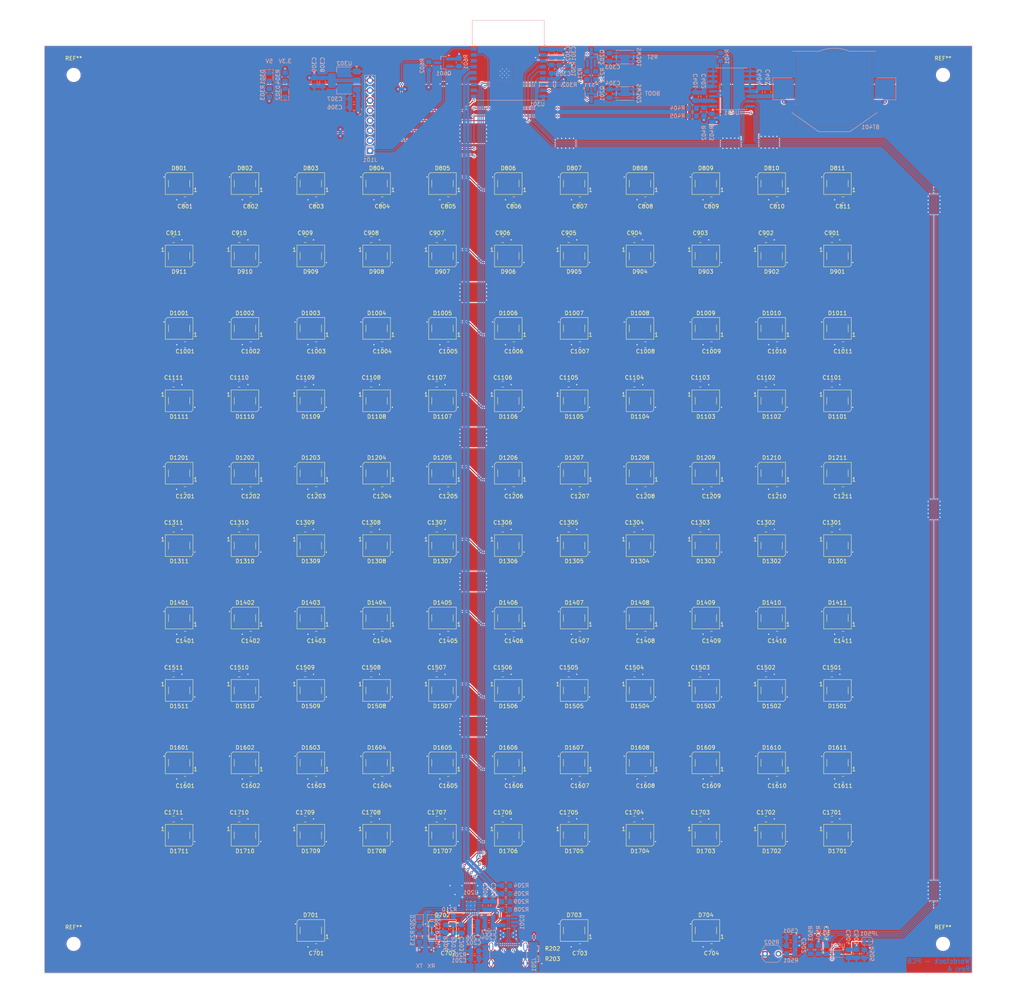
<source format=kicad_pcb>
(kicad_pcb (version 20240108) (generator "pcbnew") (generator_version "8.0")
  (title_block (title "Wordclock - PCB") (date "2024-11-05") (rev "A") (company "ElektroNik Zoller") (comment 1 "Nikolai Zoller") (comment 4 "CERN-OHL-P"))
  (layers (0 "F.Cu" signal) (31 "B.Cu" signal) (34 "B.Paste" user) (35 "F.Paste" user) (36 "B.SilkS" user "B.Silkscreen") (37 "F.SilkS" user "F.Silkscreen") (38 "B.Mask" user) (39 "F.Mask" user) (44 "Edge.Cuts" user))
  (net 0 "")
  (net 1 "+BATT")
  (net 2 "GND")
  (net 3 "Net-(J201-SHIELD)")
  (net 4 "+3V3")
  (net 5 "Net-(U201-VBUS)")
  (net 6 "/Brightness Sensor/~{RST}")
  (net 7 "/MCU/BOOT")
  (net 8 "+5V")
  (net 9 "Net-(U501-DVI)")
  (net 10 "/USB/USB_{IN}.D+")
  (net 11 "/USB/USB_{IN}.D-")
  (net 12 "Net-(D202-K)")
  (net 13 "Net-(D202-A)")
  (net 14 "Net-(D203-A)")
  (net 15 "Net-(D203-K)")
  (net 16 "Net-(D301-A)")
  (net 17 "Net-(D302-A)")
  (net 18 "Net-(D701-DOUT)")
  (net 19 "/LEDs/LED04-1/D_{IN}")
  (net 20 "Net-(D702-DOUT)")
  (net 21 "Net-(D703-DOUT)")
  (net 22 "/LEDs/LED04-1/D_{OUT}")
  (net 23 "Net-(D801-DOUT)")
  (net 24 "/LEDs/LED11-1/D_{IN}")
  (net 25 "Net-(D802-DOUT)")
  (net 26 "Net-(D803-DOUT)")
  (net 27 "Net-(D804-DOUT)")
  (net 28 "Net-(D805-DOUT)")
  (net 29 "Net-(D806-DOUT)")
  (net 30 "Net-(D807-DOUT)")
  (net 31 "Net-(D808-DOUT)")
  (net 32 "Net-(D809-DOUT)")
  (net 33 "Net-(D810-DOUT)")
  (net 34 "/LEDs/LED11-1/D_{OUT}")
  (net 35 "Net-(D901-DOUT)")
  (net 36 "Net-(D902-DOUT)")
  (net 37 "Net-(D903-DOUT)")
  (net 38 "Net-(D904-DOUT)")
  (net 39 "Net-(D905-DOUT)")
  (net 40 "Net-(D906-DOUT)")
  (net 41 "Net-(D907-DOUT)")
  (net 42 "Net-(D908-DOUT)")
  (net 43 "/LEDs/LED11-2/D_{OUT}")
  (net 44 "Net-(D1001-DOUT)")
  (net 45 "Net-(D1002-DOUT)")
  (net 46 "Net-(D1003-DOUT)")
  (net 47 "Net-(D1004-DOUT)")
  (net 48 "Net-(D1005-DOUT)")
  (net 49 "Net-(D1006-DOUT)")
  (net 50 "Net-(D1007-DOUT)")
  (net 51 "Net-(D1008-DOUT)")
  (net 52 "/LEDs/LED11-3/D_{OUT}")
  (net 53 "Net-(D1101-DOUT)")
  (net 54 "Net-(D1102-DOUT)")
  (net 55 "Net-(D1103-DOUT)")
  (net 56 "Net-(D1104-DOUT)")
  (net 57 "Net-(D1105-DOUT)")
  (net 58 "Net-(D1106-DOUT)")
  (net 59 "Net-(D1107-DOUT)")
  (net 60 "Net-(D1108-DOUT)")
  (net 61 "/LEDs/LED11-4/D_{OUT}")
  (net 62 "Net-(D1201-DOUT)")
  (net 63 "Net-(D1202-DOUT)")
  (net 64 "Net-(D1203-DOUT)")
  (net 65 "Net-(D1204-DOUT)")
  (net 66 "Net-(D1205-DOUT)")
  (net 67 "Net-(D1206-DOUT)")
  (net 68 "Net-(D1207-DOUT)")
  (net 69 "Net-(D1208-DOUT)")
  (net 70 "/LEDs/LED11-5/D_{OUT}")
  (net 71 "Net-(D1301-DOUT)")
  (net 72 "Net-(D1302-DOUT)")
  (net 73 "Net-(D1303-DOUT)")
  (net 74 "Net-(D1304-DOUT)")
  (net 75 "Net-(D1305-DOUT)")
  (net 76 "Net-(D1306-DOUT)")
  (net 77 "Net-(D1307-DOUT)")
  (net 78 "Net-(D1308-DOUT)")
  (net 79 "/LEDs/LED11-6/D_{OUT}")
  (net 80 "Net-(D1401-DOUT)")
  (net 81 "Net-(D1402-DOUT)")
  (net 82 "Net-(D1403-DOUT)")
  (net 83 "Net-(D1404-DOUT)")
  (net 84 "Net-(D1405-DOUT)")
  (net 85 "Net-(D1406-DOUT)")
  (net 86 "Net-(D1407-DOUT)")
  (net 87 "Net-(D1408-DOUT)")
  (net 88 "/LEDs/LED11-7/D_{OUT}")
  (net 89 "Net-(D1501-DOUT)")
  (net 90 "Net-(D1502-DOUT)")
  (net 91 "Net-(D1503-DOUT)")
  (net 92 "Net-(D1504-DOUT)")
  (net 93 "Net-(D1505-DOUT)")
  (net 94 "Net-(D1506-DOUT)")
  (net 95 "Net-(D1507-DOUT)")
  (net 96 "Net-(D1508-DOUT)")
  (net 97 "/LEDs/LED11-8/D_{OUT}")
  (net 98 "Net-(D1601-DOUT)")
  (net 99 "Net-(D1602-DOUT)")
  (net 100 "Net-(D1603-DOUT)")
  (net 101 "Net-(D1604-DOUT)")
  (net 102 "Net-(D1605-DOUT)")
  (net 103 "Net-(D1606-DOUT)")
  (net 104 "Net-(D1607-DOUT)")
  (net 105 "Net-(D1608-DOUT)")
  (net 106 "/LEDs/LED11-10/D_{IN}")
  (net 107 "Net-(D1701-DOUT)")
  (net 108 "Net-(D1702-DOUT)")
  (net 109 "Net-(D1703-DOUT)")
  (net 110 "Net-(D1704-DOUT)")
  (net 111 "Net-(D1705-DOUT)")
  (net 112 "Net-(D1706-DOUT)")
  (net 113 "Net-(D1707-DOUT)")
  (net 114 "Net-(D1708-DOUT)")
  (net 115 "/MCU/IO4")
  (net 116 "/MCU/IO0")
  (net 117 "/Brightness Sensor/LDR")
  (net 118 "/MCU/IO1")
  (net 119 "/MCU/IO10")
  (net 121 "Net-(J201-CC1)")
  (net 122 "Net-(J201-CC2)")
  (net 124 "Net-(JP501-A)")
  (net 125 "Net-(Q201-E)")
  (net 126 "Net-(Q201-B)")
  (net 127 "Net-(Q202-E)")
  (net 128 "Net-(Q202-B)")
  (net 129 "/LEDs/LED_{IN}")
  (net 130 "/MCU/USB.D-")
  (net 131 "/MCU/USB.D+")
  (net 132 "/USB/USB_{0}.D+")
  (net 133 "/USB/USB_{0}.D-")
  (net 134 "Net-(U201-~{RST})")
  (net 135 "Net-(U301-IO8)")
  (net 136 "Net-(U401-~{RST})")
  (net 137 "Net-(U401-32KHZ)")
  (net 138 "Net-(U401-~{INT}{slash}SQW)")
  (net 145 "/MCU/UART.RXD")
  (net 148 "/MCU/UART.TXD")
  (net 152 "/Brightness Sensor/I^{2}C.SCL")
  (net 153 "/Brightness Sensor/I^{2}C.SDA")
  (net 154 "Net-(D909-DOUT)")
  (net 155 "Net-(D910-DOUT)")
  (net 156 "Net-(D1009-DOUT)")
  (net 157 "Net-(D1010-DOUT)")
  (net 158 "Net-(D1109-DOUT)")
  (net 159 "Net-(D1110-DOUT)")
  (net 160 "Net-(D1209-DOUT)")
  (net 161 "Net-(D1210-DOUT)")
  (net 162 "Net-(D1309-DOUT)")
  (net 163 "Net-(D1310-DOUT)")
  (net 164 "Net-(D1409-DOUT)")
  (net 165 "Net-(D1410-DOUT)")
  (net 166 "Net-(D1509-DOUT)")
  (net 167 "Net-(D1510-DOUT)")
  (net 168 "Net-(D1609-DOUT)")
  (net 169 "Net-(D1610-DOUT)")
  (net 170 "Net-(D1709-DOUT)")
  (net 171 "Net-(D1710-DOUT)")
  (footprint "Capacitor_SMD:C_0805_2012Metric_Pad1.18x1.45mm_HandSolder" (layer "F.Cu") (at 187.2 142.5 180)
    (property "Reference" "C1208")
    (property "Value" "0.1µF" (hide yes))
  )
  (footprint "LED_SMD:LED_WS2812B_PLCC4_5.0x5.0mm_P3.2mm" (layer "F.Cu") (at 235.8 174.999998 180)
    (property "Reference" "D1411")
    (property "Value" "WS2812B" (hide yes))
  )
  (footprint "Capacitor_SMD:C_0805_2012Metric_Pad1.18x1.45mm_HandSolder" (layer "F.Cu") (at 151.1 152.5)
    (property "Reference" "C1306")
    (property "Value" "0.1µF" (hide yes))
  )
  (footprint "Capacitor_SMD:C_0805_2012Metric_Pad1.18x1.45mm_HandSolder" (layer "F.Cu") (at 103.9 142.5 180)
    (property "Reference" "C1203")
    (property "Value" "0.1µF" (hide yes))
  )
  (footprint "LED_SMD:LED_WS2812B_PLCC4_5.0x5.0mm_P3.2mm" (layer "F.Cu") (at 169.16 230)
    (property "Reference" "D1705")
    (property "Value" "WS2812B" (hide yes))
  )
  (footprint "LED_SMD:LED_WS2812B_PLCC4_5.0x5.0mm_P3.2mm" (layer "F.Cu") (at 85.86 101.666666 180)
    (property "Reference" "D1002")
    (property "Value" "WS2812B" (hide yes))
  )
  (footprint "LED_SMD:LED_WS2812B_PLCC4_5.0x5.0mm_P3.2mm" (layer "F.Cu") (at 69.2 101.666666 180)
    (property "Reference" "D1001")
    (property "Value" "WS2812B" (hide yes))
  )
  (footprint "LED_SMD:LED_WS2812B_PLCC4_5.0x5.0mm_P3.2mm" (layer "F.Cu") (at 152.5 101.666666 180)
    (property "Reference" "D1006")
    (property "Value" "WS2812B" (hide yes))
  )
  (footprint "Capacitor_SMD:C_0805_2012Metric_Pad1.18x1.45mm_HandSolder" (layer "F.Cu") (at 184.4 189.2)
    (property "Reference" "C1504")
    (property "Value" "0.1µF" (hide yes))
  )
  (footprint "LED_SMD:LED_WS2812B_PLCC4_5.0x5.0mm_P3.2mm" (layer "F.Cu") (at 85.86 174.999998 180)
    (property "Reference" "D1402")
    (property "Value" "WS2812B" (hide yes))
  )
  (footprint "LED_SMD:LED_WS2812B_PLCC4_5.0x5.0mm_P3.2mm" (layer "F.Cu") (at 152.5 230)
    (property "Reference" "D1706")
    (property "Value" "WS2812B" (hide yes))
  )
  (footprint "LED_SMD:LED_WS2812B_PLCC4_5.0x5.0mm_P3.2mm" (layer "F.Cu") (at 219.14 230)
    (property "Reference" "D1702")
    (property "Value" "WS2812B" (hide yes))
  )
  (footprint "LED_SMD:LED_WS2812B_PLCC4_5.0x5.0mm_P3.2mm" (layer "F.Cu") (at 69.2 156.666665)
    (property "Reference" "D1311")
    (property "Value" "WS2812B" (hide yes))
  )
  (footprint "LED_SMD:LED_WS2812B_PLCC4_5.0x5.0mm_P3.2mm" (layer "F.Cu") (at 102.52 65 180)
    (property "Reference" "D803")
    (property "Value" "WS2812B" (hide yes))
  )
  (footprint "LED_SMD:LED_WS2812B_PLCC4_5.0x5.0mm_P3.2mm" (layer "F.Cu") (at 235.8 138.333332 180)
    (property "Reference" "D1211")
    (property "Value" "WS2812B" (hide yes))
  )
  (footprint "Capacitor_SMD:C_0805_2012Metric_Pad1.18x1.45mm_HandSolder" (layer "F.Cu") (at 153.9 105.8 180)
    (property "Reference" "C1006")
    (property "Value" "0.1µF" (hide yes))
  )
  (footprint "LED_SMD:LED_WS2812B_PLCC4_5.0x5.0mm_P3.2mm" (layer "F.Cu") (at 169.16 101.666666 180)
    (property "Reference" "D1007")
    (property "Value" "WS2812B" (hide yes))
  )
  (footprint "Capacitor_SMD:C_0805_2012Metric_Pad1.18x1.45mm_HandSolder" (layer "F.Cu") (at 84.4 225.9)
    (property "Reference" "C1710")
    (property "Value" "0.1µF" (hide yes))
  )
  (footprint "LED_SMD:LED_WS2812B_PLCC4_5.0x5.0mm_P3.2mm" (layer "F.Cu") (at 169.16 156.666665)
    (property "Reference" "D1305")
    (property "Value" "WS2812B" (hide yes))
  )
  (footprint "LED_SMD:LED_WS2812B_PLCC4_5.0x5.0mm_P3.2mm" (layer "F.Cu") (at 219.14 101.666666 180)
    (property "Reference" "D1010")
    (property "Value" "WS2812B" (hide yes))
  )
  (footprint "LED_SMD:LED_WS2812B_PLCC4_5.0x5.0mm_P3.2mm" (layer "F.Cu") (at 235.8 193.333331)
    (property "Reference" "D1501")
    (property "Value" "WS2812B" (hide yes))
  )
  (footprint "Capacitor_SMD:C_0805_2012Metric_Pad1.18x1.45mm_HandSolder" (layer "F.Cu") (at 134.4 115.8)
    (property "Reference" "C1107")
    (property "Value" "0.1µF" (hide yes))
  )
  (footprint "LED_SMD:LED_WS2812B_PLCC4_5.0x5.0mm_P3.2mm" (layer "F.Cu") (at 152.5 211.666664 180)
    (property "Reference" "D1606")
    (property "Value" "WS2812B" (hide yes))
  )
  (footprint "Capacitor_SMD:C_0805_2012Metric_Pad1.18x1.45mm_HandSolder" (layer "F.Cu") (at 151.1 79.2)
    (property "Reference" "C906")
    (property "Value" "0.1µF" (hide yes))
  )
  (footprint "Capacitor_SMD:C_0805_2012Metric_Pad1.18x1.45mm_HandSolder" (layer "F.Cu") (at 234.4 189.2)
    (property "Reference" "C1501")
    (property "Value" "0.1µF" (hide yes))
  )
  (footprint "Capacitor_SMD:C_0805_2012Metric_Pad1.18x1.45mm_HandSolder" (layer "F.Cu") (at 217.7 225.9)
    (property "Reference" "C1702")
    (property "Value" "0.1µF" (hide yes))
  )
  (footprint "Capacitor_SMD:C_0805_2012Metric_Pad1.18x1.45mm_HandSolder" (layer "F.Cu") (at 217.7 79.2)
    (property "Reference" "C902")
    (property "Value" "0.1µF" (hide yes))
  )
  (footprint "Capacitor_SMD:C_0805_2012Metric_Pad1.18x1.45mm_HandSolder" (layer "F.Cu") (at 237.2 105.8 180)
    (property "Reference" "C1011")
    (property "Value" "0.1µF" (hide yes))
  )
  (footprint "Capacitor_SMD:C_0805_2012Metric_Pad1.18x1.45mm_HandSolder" (layer "F.Cu") (at 151.1 115.8)
    (property "Reference" "C1106")
    (property "Value" "0.1µF" (hide yes))
  )
  (footprint "LED_SMD:LED_WS2812B_PLCC4_5.0x5.0mm_P3.2mm" (layer "F.Cu") (at 102.52 156.666665)
    (property "Reference" "D1309")
    (property "Value" "WS2812B" (hide yes))
  )
  (footprint "Capacitor_SMD:C_0805_2012Metric_Pad1.18x1.45mm_HandSolder" (layer "F.Cu") (at 234.4 79.2)
    (property "Reference" "C901")
    (property "Value" "0.1µF" (hide yes))
  )
  (footprint "Capacitor_SMD:C_0805_2012Metric_Pad1.18x1.45mm_HandSolder" (layer "F.Cu") (at 220.5 69.1 180)
    (property "Reference" "C810")
    (property "Value" "0.1µF" (hide yes))
  )
  (footprint "Capacitor_SMD:C_0805_2012Metric_Pad1.18x1.45mm_HandSolder" (layer "F.Cu") (at 201.1 115.8)
    (property "Reference" "C1103")
    (property "Value" "0.1µF" (hide yes))
  )
  (footprint "LED_SMD:LED_WS2812B_PLCC4_5.0x5.0mm_P3.2mm" (layer "F.Cu") (at 69.2 193.333331)
    (property "Reference" "D1511")
    (property "Value" "WS2812B" (hide yes))
  )
  (footprint "Capacitor_SMD:C_0805_2012Metric_Pad1.18x1.45mm_HandSolder" (layer "F.Cu") (at 184.4 225.9)
    (property "Reference" "C1704")
    (property "Value" "0.1µF" (hide yes))
  )
  (footprint "Capacitor_SMD:C_0805_2012Metric_Pad1.18x1.45mm_HandSolder" (layer "F.Cu") (at 117.8 115.8)
    (property "Reference" "C1108")
    (property "Value" "0.1µF" (hide yes))
  )
  (footprint "Capacitor_SMD:C_0805_2012Metric_Pad1.18x1.45mm_HandSolder" (layer "F.Cu") (at 137.3 215.8 180)
    (property "Reference" "C1605")
    (property "Value" "0.1µF" (hide yes))
  )
  (footprint "Capacitor_SMD:C_0805_2012Metric_Pad1.18x1.45mm_HandSolder" (layer "F.Cu") (at 184.4 152.5)
    (property "Reference" "C1304")
    (property "Value" "0.1µF" (hide yes))
  )
  (footprint "Capacitor_SMD:C_0805_2012Metric_Pad1.18x1.45mm_HandSolder" (layer "F.Cu") (at 137.3 105.8 180)
    (property "Reference" "C1005")
    (property "Value" "0.1µF" (hide yes))
  )
  (footprint "Capacitor_SMD:C_0805_2012Metric_Pad1.18x1.45mm_HandSolder" (layer "F.Cu") (at 153.9 215.8 180)
    (property "Reference" "C1606")
    (property "Value" "0.1µF" (hide yes))
  )
  (footprint "LED_SMD:LED_WS2812B_PLCC4_5.0x5.0mm_P3.2mm" (layer "F.Cu") (at 235.8 101.666666 180)
    (property "Reference" "D1011")
    (property "Value" "WS2812B" (hide yes))
  )
  (footprint "MountingHole:MountingHole_3.2mm_M3" (layer "F.Cu") (at 42.5 37.5)
    (property "Reference" "REF**")
    (property "Value" "MountingHole_3.2mm_M3" (hide yes))
  )
  (footprint "Capacitor_SMD:C_0805_2012Metric_Pad1.18x1.45mm_HandSolder" (layer "F.Cu") (at 101.1 189.2)
    (property "Reference" "C1509")
    (property "Value" "0.1µF" (hide yes))
  )
  (footprint "LED_SMD:LED_WS2812B_PLCC4_5.0x5.0mm_P3.2mm" (layer "F.Cu") (at 235.8 211.666664 180)
    (property "Reference" "D1611")
    (property "Value" "WS2812B" (hide yes))
  )
  (footprint "Capacitor_SMD:C_0805_2012Metric_Pad1.18x1.45mm_HandSolder" (layer "F.Cu") (at 67.8 225.9)
    (property "Reference" "C1711")
    (property "Value" "0.1µF" (hide yes))
  )
  (footprint "LED_SMD:LED_WS2812B_PLCC4_5.0x5.0mm_P3.2mm" (layer "F.Cu") (at 219.14 83.333333)
    (property "Reference" "D902")
    (property "Value" "WS2812B" (hide yes))
  )
  (footprint "Capacitor_SMD:C_0805_2012Metric_Pad1.18x1.45mm_HandSolder" (layer "F.Cu") (at 167.8 152.5)
    (property "Reference" "C1305")
    (property "Value" "0.1µF" (hide yes))
  )
  (footprint "LED_SMD:LED_WS2812B_PLCC4_5.0x5.0mm_P3.2mm" (layer "F.Cu") (at 235.8 156.666665)
    (property "Reference" "D1301")
    (property "Value" "WS2812B" (hide yes))
  )
  (footprint "Capacitor_SMD:C_0805_2012Metric_Pad1.18x1.45mm_HandSolder" (layer "F.Cu") (at 237.2 179.1 180)
    (property "Reference" "C1411")
    (property "Value" "0.1µF" (hide yes))
  )
  (footprint "LED_SMD:LED_WS2812B_PLCC4_5.0x5.0mm_P3.2mm" (layer "F.Cu") (at 102.52 211.666664 180)
    (property "Reference" "D1603")
    (property "Value" "WS2812B" (hide yes))
  )
  (footprint "LED_SMD:LED_WS2812B_PLCC4_5.0x5.0mm_P3.2mm" (layer "F.Cu") (at 169.16 65 180)
    (property "Reference" "D807")
    (property "Value" "WS2812B" (hide yes))
  )
  (footprint "Capacitor_SMD:C_0805_2012Metric_Pad1.18x1.45mm_HandSolder" (layer "F.Cu") (at 137.3 69.1 180)
    (property "Reference" "C805")
    (property "Value" "0.1µF" (hide yes))
  )
  (footprint "Capacitor_SMD:C_0805_2012Metric_Pad1.18x1.45mm_HandSolder" (layer "F.Cu") (at 120.6 179.1 180)
    (property "Reference" "C1404")
    (property "Value" "0.1µF" (hide yes))
  )
  (footprint "Capacitor_SMD:C_0805_2012Metric_Pad1.18x1.45mm_HandSolder" (layer "F.Cu") (at 170.6 69.1 180)
    (property "Reference" "C807")
    (property "Value" "0.1µF" (hide yes))
  )
  (footprint "LED_SMD:LED_WS2812B_PLCC4_5.0x5.0mm_P3.2mm" (layer "F.Cu") (at 202.48 156.666665)
    (property "Reference" "D1303")
    (property "Value" "WS2812B" (hide yes))
  )
  (footprint "Capacitor_SMD:C_0805_2012Metric_Pad1.18x1.45mm_HandSolder" (layer "F.Cu") (at 170.6 179.1 180)
    (property "Reference" "C1407")
    (property "Value" "0.1µF" (hide yes))
  )
  (footprint "LED_SMD:LED_WS2812B_PLCC4_5.0x5.0mm_P3.2mm" (layer "F.Cu") (at 85.86 230)
    (property "Reference" "D1710")
    (property "Value" "WS2812B" (hide yes))
  )
  (footprint "Capacitor_SMD:C_0805_2012Metric_Pad1.18x1.45mm_HandSolder" (layer "F.Cu") (at 170.6 258.2 180)
    (property "Reference" "C703")
    (property "Value" "0.1µF" (hide yes))
  )
  (footprint "Capacitor_SMD:C_0805_2012Metric_Pad1.18x1.45mm_HandSolder" (layer "F.Cu") (at 151.1 189.2)
    (property "Reference" "C1506")
    (property "Value" "0.1µF" (hide yes))
  )
  (footprint "Capacitor_SMD:C_0805_2012Metric_Pad1.18x1.45mm_HandSolder" (layer "F.Cu") (at 87.3 69.1 180)
    (property "Reference" "C802")
    (property "Value" "0.1µF" (hide yes))
  )
  (footprint "LED_SMD:LED_WS2812B_PLCC4_5.0x5.0mm_P3.2mm" (layer "F.Cu") (at 202.48 138.333332 180)
    (property "Reference" "D1209")
    (property "Value" "WS2812B" (hide yes))
  )
  (footprint "LED_SMD:LED_WS2812B_PLCC4_5.0x5.0mm_P3.2mm" (layer "F.Cu") (at 219.14 193.333331)
    (property "Reference" "D1502")
    (property "Value" "WS2812B" (hide yes))
  )
  (footprint "Capacitor_SMD:C_0805_2012Metric_Pad1.18x1.45mm_HandSolder" (layer "F.Cu") (at 101.1 79.2)
    (property "Reference" "C909")
    (property "Value" "0.1µF" (hide yes))
  )
  (footprint "LED_SMD:LED_WS2812B_PLCC4_5.0x5.0mm_P3.2mm" (layer "F.Cu") (at 185.82 211.666664 180)
    (property "Reference" "D1608")
    (property "Value" "WS2812B" (hide yes))
  )
  (footprint "Capacitor_SMD:C_0805_2012Metric_Pad1.18x1.45mm_HandSolder" (layer "F.Cu") (at 67.8 152.5)
    (property "Reference" "C1311")
    (property "Value" "0.1µF" (hide yes))
  )
  (footprint "Capacitor_SMD:C_0805_2012Metric_Pad1.18x1.45mm_HandSolder" (layer "F.Cu") (at 201.1 79.2)
    (property "Reference" "C903")
    (property "Value" "0.1µF" (hide yes))
  )
  (footprint "LED_SMD:LED_WS2812B_PLCC4_5.0x5.0mm_P3.2mm" (layer "F.Cu") (at 202.48 193.333331)
    (property "Reference" "D1503")
    (property "Value" "WS2812B" (hide yes))
  )
  (footprint "LED_SMD:LED_WS2812B_PLCC4_5.0x5.0mm_P3.2mm" (layer "F.Cu") (at 202.48 174.999998 180)
    (property "Reference" "D1409")
    (property "Value" "WS2812B" (hide yes))
  )
  (footprint "Capacitor_SMD:C_0805_2012Metric_Pad1.18x1.45mm_HandSolder" (layer "F.Cu") (at 103.9 105.8 180)
    (property "Reference" "C1003")
    (property "Value" "0.1µF" (hide yes))
  )
  (footprint "LED_SMD:LED_WS2812B_PLCC4_5.0x5.0mm_P3.2mm" (layer "F.Cu") (at 85.86 138.333332 180)
    (property "Reference" "D1202")
    (property "Value" "WS2812B" (hide yes))
  )
  (footprint "LED_SMD:LED_WS2812B_PLCC4_5.0x5.0mm_P3.2mm" (layer "F.Cu") (at 102.52 230)
    (property "Reference" "D1709")
    (property "Value" "WS2812B" (hide yes))
  )
  (footprint "Capacitor_SMD:C_0805_2012Metric_Pad1.18x1.45mm_HandSolder" (layer "F.Cu") (at 67.8 79.2)
    (property "Reference" "C911")
    (property "Value" "0.1µF" (hide yes))
  )
  (footprint "LED_SMD:LED_WS2812B_PLCC4_5.0x5.0mm_P3.2mm" (layer "F.Cu") (at 69.2 65 180)
    (property "Reference" "D801")
    (property "Value" "WS2812B" (hide yes))
  )
  (footprint "Capacitor_SMD:C_0805_2012Metric_Pad1.18x1.45mm_HandSolder" (layer "F.Cu") (at 87.3 179.1 180)
    (property "Reference" "C1402")
    (property "Value" "0.1µF" (hide yes))
  )
  (footprint "LED_SMD:LED_WS2812B_PLCC4_5.0x5.0mm_P3.2mm" (layer "F.Cu") (at 85.86 193.333331)
    (property "Reference" "D1510")
    (property "Value" "WS2812B" (hide yes))
  )
  (footprint "LED_SMD:LED_WS2812B_PLCC4_5.0x5.0mm_P3.2mm" (layer "F.Cu") (at 135.84 193.333331)
    (property "Reference" "D1507")
    (property "Value" "WS2812B" (hide yes))
  )
  (footprint "Capacitor_SMD:C_0805_2012Metric_Pad1.18x1.45mm_HandSolder" (layer "F.Cu") (at 120.6 69.1 180)
    (property "Reference" "C804")
    (property "Value" "0.1µF" (hide yes))
  )
  (footprint "Capacitor_SMD:C_0805_2012Metric_Pad1.18x1.45mm_HandSolder" (layer "F.Cu") (at 103.9 69.1 180)
    (property "Reference" "C803")
    (property "Value" "0.1µF" (hide yes))
  )
  (footprint "Capacitor_SMD:C_0805_2012Metric_Pad1.18x1.45mm_HandSolder" (layer "F.Cu") (at 220.5 142.5 180)
    (property "Reference" "C1210")
    (property "Value" "0.1µF" (hide yes))
  )
  (footprint "LED_SMD:LED_WS2812B_PLCC4_5.0x5.0mm_P3.2mm" (layer "F.Cu") (at 235.8 83.333333)
    (property "Reference" "D901")
    (property "Value" "WS2812B" (hide yes))
  )
  (footprint "LED_SMD:LED_WS2812B_PLCC4_5.0x5.0mm_P3.2mm" (layer "F.Cu") (at 69.2 230)
    (property "Reference" "D1711")
    (property "Value" "WS2812B" (hide yes))
  )
  (footprint "LED_SMD:LED_WS2812B_PLCC4_5.0x5.0mm_P3.2mm" (layer "F.Cu") (at 185.82 156.666665)
    (property "Reference" "D1304")
    (property "Value" "WS2812B" (hide yes))
  )
  (footprint "MountingHole:MountingHole_3.2mm_M3" (layer "F.Cu") (at 262.5 257.5)
    (property "Reference" "REF**")
    (property "Value" "MountingHole_3.2mm_M3" (hide yes))
  )
  (footprint "LED_SMD:LED_WS2812B_PLCC4_5.0x5.0mm_P3.2mm" (layer "F.Cu") (at 119.18 174.999998 180)
    (property "Reference" "D1404")
    (property "Value" "WS2812B" (hide yes))
  )
  (footprint "LED_SMD:LED_WS2812B_PLCC4_5.0x5.0mm_P3.2mm" (layer "F.Cu") (at 169.16 211.666664 180)
    (property "Reference" "D1607")
    (property "Value" "WS2812B" (hide yes))
  )
  (footprint "Capacitor_SMD:C_0805_2012Metric_Pad1.18x1.45mm_HandSolder" (layer "F.Cu") (at 134.4 152.5)
    (property "Reference" "C1307")
    (property "Value" "0.1µF" (hide yes))
  )
  (footprint "LED_SMD:LED_WS2812B_PLCC4_5.0x5.0mm_P3.2mm" (layer "F.Cu") (at 135.84 156.666665)
    (property "Reference" "D1307")
    (property "Value" "WS2812B" (hide yes))
  )
  (footprint "Capacitor_SMD:C_0805_2012Metric_Pad1.18x1.45mm_HandSolder" (layer "F.Cu") (at 203.9 142.5 180)
    (property "Reference" "C1209")
    (property "Value" "0.1µF" (hide yes))
  )
  (footprint "LED_SMD:LED_WS2812B_PLCC4_5.0x5.0mm_P3.2mm" (layer "F.Cu") (at 119.18 211.666664 180)
    (property "Reference" "D1604")
    (property "Value" "WS2812B" (hide yes))
  )
  (footprint "LED_SMD:LED_WS2812B_PLCC4_5.0x5.0mm_P3.2mm" (layer "F.Cu") (at 102.52 254.1 180)
    (property "Reference" "D701")
    (property "Value" "WS2812B" (hide yes))
  )
  (footprint "MountingHole:MountingHole_3.2mm_M3" (layer "F.Cu") (at 42.5 257.5)
    (property "Reference" "REF**")
    (property "Value" "MountingHole_3.2mm_M3" (hide yes))
  )
  (footprint "LED_SMD:LED_WS2812B_PLCC4_5.0x5.0mm_P3.2mm" (layer "F.Cu") (at 219.14 119.999999)
    (property "Reference" "D1102")
    (property "Value" "WS2812B" (hide yes))
  )
  (footprint "LED_SMD:LED_WS2812B_PLCC4_5.0x5.0mm_P3.2mm" (layer "F.Cu") (at 119.18 230)
    (property "Reference" "D1708")
    (property "Value" "WS2812B" (hide yes))
  )
  (footprint "LED_SMD:LED_WS2812B_PLCC4_5.0x5.0mm_P3.2mm" (layer "F.Cu") (at 169.16 138.333332 180)
    (property "Reference" "D1207")
    (property "Value" "WS2812B" (hide yes))
  )
  (footprint "LED_SMD:LED_WS2812B_PLCC4_5.0x5.0mm_P3.2mm" (layer "F.Cu") (at 69.2 119.999999)
    (property "Reference" "D1111")
    (property "Value" "WS2812B" (hide yes))
  )
  (footprint "Capacitor_SMD:C_0805_2012Metric_Pad1.18x1.45mm_HandSolder" (layer "F.Cu") (at 70.7 69.1 180)
    (property "Reference" "C801")
    (property "Value" "0.1µF" (hide yes))
  )
  (footprint "LED_SMD:LED_WS2812B_PLCC4_5.0x5.0mm_P3.2mm" (layer "F.Cu") (at 85.86 156.666665)
    (property "Reference" "D1310")
    (property "Value" "WS2812B" (hide yes))
  )
  (footprint "LED_SMD:LED_WS2812B_PLCC4_5.0x5.0mm_P3.2mm" (layer "F.Cu") (at 169.16 119.999999)
    (property "Reference" "D1105")
    (property "Value" "WS2812B" (hide yes))
  )
  (footprint "Capacitor_SMD:C_0805_2012Metric_Pad1.18x1.45mm_HandSolder" (layer "F.Cu") (at 103.9 215.8 180)
    (property "Reference" "C1603")
    (property "Value" "0.1µF" (hide yes))
  )
  (footprint "LED_SMD:LED_WS2812B_PLCC4_5.0x5.0mm_P3.2mm" (layer "F.Cu") (at 119.18 119.999999)
    (property "Reference" "D1108")
    (property "Value" "WS2812B" (hide yes))
  )
  (footprint "Capacitor_SMD:C_0805_2012Metric_Pad1.18x1.45mm_HandSolder" (layer "F.Cu") (at 153.9 69.1 180)
    (property "Reference" "C806")
    (property "Value" "0.1µF" (hide yes))
  )
  (footprint "LED_SMD:LED_WS2812B_PLCC4_5.0x5.0mm_P3.2mm" (layer "F.Cu") (at 202.48 211.666664 180)
    (property "Reference" "D1609")
    (property "Value" "WS2812B" (hide yes))
  )
  (footprint "LED_SMD:LED_WS2812B_PLCC4_5.0x5.0mm_P3.2mm" (layer "F.Cu") (at 219.14 138.333332 180)
    (property "Reference" "D1210")
    (property "Value" "WS2812B" (hide yes))
  )
  (footprint "Capacitor_SMD:C_0805_2012Metric_Pad1.18x1.45mm_HandSolder" (layer "F.Cu") (at 187.2 215.8 180)
    (property "Reference" "C1608")
    (property "Value" "0.1µF" (hide yes))
  )
  (footprint "Capacitor_SMD:C_0805_2012Metric_Pad1.18x1.45mm_HandSolder" (layer "F.Cu") (at 220.5 215.8 180)
    (property "Reference" "C1610")
    (property "Value" "0.1µF" (hide yes))
  )
  (footprint "LED_SMD:LED_WS2812B_PLCC4_5.0x5.0mm_P3.2mm" (layer "F.Cu") (at 69.2 211.666664 180)
    (property "Reference" "D1601")
    (property "Value" "WS2812B" (hide yes))
  )
  (footprint "LED_SMD:LED_WS2812B_PLCC4_5.0x5.0mm_P3.2mm" (layer "F.Cu") (at 202.5 254.1 180)
    (property "Reference" "D704")
    (property "Value" "WS2812B" (hide yes))
  )
  (footprint "LED_SMD:LED_WS2812B_PLCC4_5.0x5.0mm_P3.2mm" (layer "F.Cu") (at 185.82 119.999999)
    (property "Reference" "D1104")
    (property "Value" "WS2812B" (hide yes))
  )
  (footprint "Capacitor_SMD:C_0805_2012Metric_Pad1.18x1.45mm_HandSolder" (layer "F.Cu") (at 103.9 179.1 180)
    (property "Reference" "C1403")
    (property "Value" "0.1µF" (hide yes))
  )
  (footprint "LED_SMD:LED_WS2812B_PLCC4_5.0x5.0mm_P3.2mm" (layer "F.Cu") (at 219.14 211.666664 180)
    (property "Reference" "D1610")
    (property "Value" "WS2812B" (hide yes))
  )
  (footprint "LED_SMD:LED_WS2812B_PLCC4_5.0x5.0mm_P3.2mm" (layer "F.Cu") (at 185.82 65 180)
    (property "Reference" "D808")
    (property "Value" "WS2812B" (hide yes))
  )
  (footprint "Capacitor_SMD:C_0805_2012Metric_Pad1.18x1.45mm_HandSolder" (layer "F.Cu") (at 137.3 258.2 180)
    (property "Reference" "C702")
    (property "Value" "0.1µF" (hide yes))
  )
  (footprint "MountingHole:MountingHole_3.2mm_M3" (layer "F.Cu") (at 262.5 37.5)
    (property "Reference" "REF**")
    (property "Value" "MountingHole_3.2mm_M3" (hide yes))
  )
  (footprint "LED_SMD:LED_WS2812B_PLCC4_5.0x5.0mm_P3.2mm" (layer "F.Cu") (at 85.86 65 180)
    (property "Reference" "D802")
    (property "Value" "WS2812B" (hide yes))
  )
  (footprint "Capacitor_SMD:C_0805_2012Metric_Pad1.18x1.45mm_HandSolder" (layer "F.Cu") (at 70.7 105.8 180)
    (property "Reference" "C1001")
    (property "Value" "0.1µF" (hide yes))
  )
  (footprint "Capacitor_SMD:C_0805_2012Metric_Pad1.18x1.45mm_HandSolder" (layer "F.Cu") (at 167.8 79.2)
    (property "Reference" "C905")
    (property "Value" "0.1µF" (hide yes))
  )
  (footprint "Capacitor_SMD:C_0805_2012Metric_Pad1.18x1.45mm_HandSolder" (layer "F.Cu") (at 84.4 115.8)
    (property "Reference" "C1110")
    (property "Value" "0.1µF" (hide yes))
  )
  (footprint "LED_SMD:LED_WS2812B_PLCC4_5.0x5.0mm_P3.2mm" (layer "F.Cu") (at 102.52 138.333332 180)
    (property "Reference" "D1203")
    (property "Value" "WS2812B" (hide yes))
  )
  (footprint "Resistor_SMD:R_0805_2012Metric_Pad1.20x1.40mm_HandSolder" (layer "F.Cu") (at 160 258.7 180)
    (property "Reference" "R202")
    (property "Value" "5.1k" (hide yes))
  )
  (footprint "Capacitor_SMD:C_0805_2012Metric_Pad1.18x1.45mm_HandSolder" (layer "F.Cu") (at 120.6 142.5 180)
    (property "Reference" "C1204")
    (property "Value" "0.1µF" (hide yes))
  )
  (footprint "LED_SMD:LED_WS2812B_PLCC4_5.0x5.0mm_P3.2mm" (layer "F.Cu") (at 69.2 83.333333)
    (property "Reference" "D911")
    (property "Value" "WS2812B" (hide yes))
  )
  (footprint "LED_SMD:LED_WS2812B_PLCC4_5.0x5.0mm_P3.2mm" (layer "F.Cu") (at 169.16 83.333333)
    (property "Reference" "D905")
    (property "Value" "WS2812B" (hide yes))
  )
  (footprint "LED_SMD:LED_WS2812B_PLCC4_5.0x5.0mm_P3.2mm" (layer "F.Cu") (at 202.48 230)
    (property "Reference" "D1703")
    (property "Value" "WS2812B" (hide yes))
  )
  (footprint "Capacitor_SMD:C_0805_2012Metric_Pad1.18x1.45mm_HandSolder" (layer "F.Cu") (at 103.9 258.2 180)
    (property "Reference" "C701")
    (property "Value" "0.1µF" (hide yes))
  )
  (footprint "Capacitor_SMD:C_0805_2012Metric_Pad1.18x1.45mm_HandSolder" (layer "F.Cu") (at 134.4 79.2)
    (property "Reference" "C907")
    (property "Value" "0.1µF" (hide yes))
  )
  (footprint "LED_SMD:LED_WS2812B_PLCC4_5.0x5.0mm_P3.2mm" (layer "F.Cu") (at 135.84 230)
    (property "Reference" "D1707")
    (property "Value" "WS2812B" (hide yes))
  )
  (footprint "Capacitor_SMD:C_0805_2012Metric_Pad1.18x1.45mm_HandSolder" (layer "F.Cu") (at 184.4 79.2)
    (property "Reference" "C904")
    (property "Value" "0.1µF" (hide yes))
  )
  (footprint "Capacitor_SMD:C_0805_2012Metric_Pad1.18x1.45mm_HandSolder" (layer "F.Cu") (at 201.1 189.2)
    (property "Reference" "C1503")
    (property "Value" "0.1µF" (hide yes))
  )
  (footprint "Capacitor_SMD:C_0805_2012Metric_Pad1.18x1.45mm_HandSolder" (layer "F.Cu") (at 234.4 115.8)
    (property "Reference" "C1101")
    (property "Value" "0.1µF" (hide yes))
  )
  (footprint "Capacitor_SMD:C_0805_2012Metric_Pad1.18x1.45mm_HandSolder" (layer "F.Cu") (at 70.7 215.8 180)
    (property "Reference" "C1601")
    (property "Value" "0.1µF" (hide yes))
  )
  (footprint "LED_SMD:LED_WS2812B_PLCC4_5.0x5.0mm_P3.2mm" (layer "F.Cu") (at 185.82 174.999998 180)
    (property "Reference" "D1408")
    (property "Value" "WS2812B" (hide yes))
  )
  (footprint "Capacitor_SMD:C_0805_2012Metric_Pad1.18x1.45mm_HandSolder" (layer "F.Cu") (at 187.2 179.1 180)
    (property "Reference" "C1408")
    (property "Value" "0.1µF" (hide yes))
  )
  (footprint "LED_SMD:LED_WS2812B_PLCC4_5.0x5.0mm_P3.2mm" (layer "F.Cu") (at 135.84 211.666664 180)
    (property "Reference" "D1605")
    (property "Value" "WS2812B" (hide yes))
  )
  (footprint "Capacitor_SMD:C_0805_2012Metric_Pad1.18x1.45mm_HandSolder" (layer "F.Cu") (at 84.4 189.2)
    (property "Reference" "C1510")
    (property "Value" "0.1µF" (hide yes))
  )
  (footprint "LED_SMD:LED_WS2812B_PLCC4_5.0x5.0mm_P3.2mm" (layer "F.Cu") (at 119.18 65 180)
    (property "Reference" "D804")
    (property "Value" "WS2812B" (hide yes))
  )
  (footprint "Capacitor_SMD:C_0805_2012Metric_Pad1.18x1.45mm_HandSolder" (layer "F.Cu") (at 187.2 105.8 180)
    (property "Reference" "C1008")
    (property "Value" "0.1µF" (hide yes))
  )
  (footprint "Capacitor_SMD:C_0805_2012Metric_Pad1.18x1.45mm_HandSolder" (layer "F.Cu") (at 117.8 152.5)
    (property "Reference" "C1308")
    (property "Value" "0.1µF" (hide yes))
  )
  (footprint "LED_SMD:LED_WS2812B_PLCC4_5.0x5.0mm_P3.2mm" (layer "F.Cu") (at 185.82 230)
    (property "Reference" "D1704")
    (property "Value" "WS2812B" (hide yes))
  )
  (footprint "Capacitor_SMD:C_0805_2012Metric_Pad1.18x1.45mm_HandSolder" (layer "F.Cu") (at 217.7 189.2)
    (property "Reference" "C1502")
    (property "Value" "0.1µF" (hide yes))
  )
  (footprint "Capacitor_SMD:C_0805_2012Metric_Pad1.18x1.45mm_HandSolder" (layer "F.Cu") (at 84.4 79.2)
    (property "Reference" "C910")
    (property "Value" "0.1µF" (hide yes))
  )
  (footprint "LED_SMD:LED_WS2812B_PLCC4_5.0x5.0mm_P3.2mm" (layer "F.Cu") (at 135.84 65 180)
    (property "Reference" "D805")
    (property "Value" "WS2812B" (hide yes))
  )
  (footprint "LED_SMD:LED_WS2812B_PLCC4_5.0x5.0mm_P3.2mm" (layer "F.Cu") (at 135.84 83.333333)
    (property "Reference" "D907")
    (property "Value" "WS2812B" (hide yes))
  )
  (footprint "Capacitor_SMD:C_0805_2012Metric_Pad1.18x1.45mm_HandSolder" (layer "F.Cu") (at 170.6 142.5 180)
    (property "Reference" "C1207")
    (property "Value" "0.1µF" (hide yes))
  )
  (footprint "Capacitor_SMD:C_0805_2012Metric_Pad1.18x1.45mm_HandSolder" (layer "F.Cu") (at 217.7 152.5)
    (property "Reference" "C1302")
    (property "Value" "0.1µF" (hide yes))
  )
  (footprint "LED_SMD:LED_WS2812B_PLCC4_5.0x5.0mm_P3.2mm" (layer "F.Cu") (at 185.82 193.333331)
    (property "Reference" "D1504")
    (property "Value" "WS2812B" (hide yes))
  )
  (footprint "LED_SMD:LED_WS2812B_PLCC4_5.0x5.0mm_P3.2mm" (layer "F.Cu") (at 219.14 156.666665)
    (property "Reference" "D1302")
    (property "Value" "WS2812B" (hide yes))
  )
  (footprint "Capacitor_SMD:C_0805_2012Metric_Pad1.18x1.45mm_HandSolder" (layer "F.Cu") (at 120.6 215.8 180)
    (property "Reference" "C1604")
    (property "Value" "0.1µF" (hide yes))
  )
  (footprint "LED_SMD:LED_WS2812B_PLCC4_5.0x5.0mm_P3.2mm" (layer "F.Cu") (at 135.84 101.666666 180)
    (property "Reference" "D1005")
    (property "Value" "WS2812B" (hide yes))
  )
  (footprint "LED_SMD:LED_WS2812B_PLCC4_5.0x5.0mm_P3.2mm" (layer "F.Cu") (at 119.18 193.333331)
    (property "Reference" "D1508")
    (property "Value" "WS2812B" (hide yes))
  )
  (footprint "Capacitor_SMD:C_0805_2012Metric_Pad1.18x1.45mm_HandSolder" (layer "F.Cu") (at 167.8 115.8)
    (property "Reference" "C1105")
    (property "Value" "0.1µF" (hide yes))
  )
  (footprint "LED_SMD:LED_WS2812B_PLCC4_5.0x5.0mm_P3.2mm" (layer "F.Cu") (at 152.5 138.333332 180)
    (property "Reference" "D1206")
    (property "Value" "WS2812B" (hide yes))
  )
  (footprint "Capacitor_SMD:C_0805_2012Metric_Pad1.18x1.45mm_HandSolder" (layer "F.Cu") (at 201.1 225.9)
    (property "Reference" "C1703")
    (property "Value" "0.1µF" (hide yes))
  )
  (footprint "LED_SMD:LED_WS2812B_PLCC4_5.0x5.0mm_P3.2mm" (layer "F.Cu") (at 235.8 119.999999)
    (property "Reference" "D1101")
    (property "Value" "WS2812B" (hide yes))
  )
  (footprint "LED_SMD:LED_WS2812B_PLCC4_5.0x5.0mm_P3.2mm" (layer "F.Cu") (at 119.18 101.666666 180)
    (property "Reference" "D1004")
    (property "Value" "WS2812B" (hide yes))
  )
  (footprint "LED_SMD:LED_WS2812B_PLCC4_5.0x5.0mm_P3.2mm" (layer "F.Cu") (at 119.18 83.333333)
    (property "Reference" "D908")
    (property "Value" "WS2812B" (hide yes))
  )
  (footprint "LED_SMD:LED_WS2812B_PLCC4_5.0x5.0mm_P3.2mm" (layer "F.Cu") (at 152.5 119.999999)
    (property "Reference" "D1106")
    (property "Value" "WS2812B" (hide yes))
  )
  (footprint "LED_SMD:LED_WS2812B_PLCC4_5.0x5.0mm_P3.2mm" (layer "F.Cu") (at 185.82 101.666666 180)
    (property "Reference" "D1008")
    (property "Value" "WS2812B" (hide yes))
  )
  (footprint "LED_SMD:LED_WS2812B_PLCC4_5.0x5.0mm_P3.2mm" (layer "F.Cu") (at 185.82 138.333332 180)
    (property "Reference" "D1208")
    (property "Value" "WS2812B" (hide yes))
  )
  (footprint "Capacitor_SMD:C_0805_2012Metric_Pad1.18x1.45mm_HandSolder" (layer "F.Cu") (at 87.3 105.8 180)
    (property "Reference" "C1002")
    (property "Value" "0.1µF" (hide yes))
  )
  (footprint "LED_SMD:LED_WS2812B_PLCC4_5.0x5.0mm_P3.2mm" (layer "F.Cu") (at 102.52 83.333333)
    (property "Reference" "D909")
    (property "Value" "WS2812B" (hide yes))
  )
  (footprint "Capacitor_SMD:C_0805_2012Metric_Pad1.18x1.45mm_HandSolder" (layer "F.Cu") (at 84.4 152.5)
    (property "Reference" "C1310")
    (property "Value" "0.1µF" (hide yes))
  )
  (footprint "LED_SMD:LED_WS2812B_PLCC4_5.0x5.0mm_P3.2mm" (layer "F.Cu") (at 69.2 174.999998 180)
    (property "Reference" "D1401")
    (property "Value" "WS2812B" (hide yes))
  )
  (footprint "Capacitor_SMD:C_0805_2012Metric_Pad1.18x1.45mm_HandSolder" (layer "F.Cu") (at 201.1 152.5)
    (property "Reference" "C1303")
    (property "Value" "0.1µF" (hide yes))
  )
  (footprint "Capacitor_SMD:C_0805_2012Metric_Pad1.18x1.45mm_HandSolder" (layer "F.Cu") (at 234.4 225.9)
    (property "Reference" "C1701")
    (property "Value" "0.1µF" (hide yes))
  )
  (footprint "Capacitor_SMD:C_0805_2012Metric_Pad1.18x1.45mm_HandSolder" (layer "F.Cu") (at 87.3 215.8 180)
    (property "Reference" "C1602")
    (property "Value" "0.1µF" (hide yes))
  )
  (footprint "LED_SMD:LED_WS2812B_PLCC4_5.0x5.0mm_P3.2mm" (layer "F.Cu") (at 85.86 83.333333)
    (property "Reference" "D910")
    (property "Value" "WS2812B" (hide yes))
  )
  (footprint "LED_SMD:LED_WS2812B_PLCC4_5.0x5.0mm_P3.2mm" (layer "F.Cu") (at 119.18 138.333332 180)
    (property "Reference" "D1204")
    (property "Value" "WS2812B" (hide yes))
  )
  (footprint "LED_SMD:LED_WS2812B_PLCC4_5.0x5.0mm_P3.2mm" (layer "F.Cu") (at 202.48 101.666666 180)
    (property "Reference" "D1009")
    (property "Value" "WS2812B" (hide yes))
  )
  (footprint "LED_SMD:LED_WS2812B_PLCC4_5.0x5.0mm_P3.2mm" (layer "F.Cu") (at 152.5 156.666665)
    (property "Reference" "D1306")
    (property "Value" "WS2812B" (hide yes))
  )
  (footprint "Capacitor_SMD:C_0805_2012Metric_Pad1.18x1.45mm_HandSolder" (layer "F.Cu") (at 234.4 152.5)
    (property "Reference" "C1301")
    (property "Value" "0.1µF" (hide yes))
  )
  (footprint "Capacitor_SMD:C_0805_2012Metric_Pad1.18x1.45mm_HandSolder" (layer "F.Cu") (at 187.2 69.1 180)
    (property "Reference" "C808")
    (property "Value" "0.1µF" (hide yes))
  )
  (footprint "Capacitor_SMD:C_0805_2012Metric_Pad1.18x1.45mm_HandSolder" (layer "F.Cu") (at 184.4 115.8)
    (property "Reference" "C1104")
    (property "Value" "0.1µF" (hide yes))
  )
  (footprint "LED_SMD:LED_WS2812B_PLCC4_5.0x5.0mm_P3.2mm" (layer "F.Cu") (at 102.52 119.999999)
    (property "Reference" "D1109")
    (property "Value" "WS2812B" (hide yes))
  )
  (footprint "Capacitor_SMD:C_0805_2012Metric_Pad1.18x1.45mm_HandSolder" (layer "F.Cu") (at 203.9 69.1 180)
    (property "Reference" "C809")
    (property "Value" "0.1µF" (hide yes))
  )
  (footprint "LED_SMD:LED_WS2812B_PLCC4_5.0x5.0mm_P3.2mm" (layer "F.Cu") (at 69.2 138.333332 180)
    (property "Reference" "D1201")
    (property "Value" "WS2812B" (hide yes))
  )
  (footprint "Capacitor_SMD:C_0805_2012Metric_Pad1.18x1.45mm_HandSolder" (layer "F.Cu") (at 220.5 179.1 180)
    (property "Reference" "C1410")
    (property "Value" "0.1µF" (hide yes))
  )
  (footprint "Capacitor_SMD:C_0805_2012Metric_Pad1.18x1.45mm_HandSolder" (layer "F.Cu") (at 153.9 142.5 180)
    (property "Reference" "C1206")
    (property "Value" "0.1µF" (hide yes))
  )
  (footprint "Capacitor_SMD:C_0805_2012Metric_Pad1.18x1.45mm_HandSolder" (layer "F.Cu") (at 117.8 189.2)
    (property "Reference" "C1508")
    (property "Value" "0.1µF" (hide yes))
  )
  (footprint "LED_SMD:LED_WS2812B_PLCC4_5.0x5.0mm_P3.2mm" (layer "F.Cu") (at 235.8 230)
    (property "Reference" "D1701")
    (property "Value" "WS2812B" (hide yes))
  )
  (footprint "Capacitor_SMD:C_0805_2012Metric_Pad1.18x1.45mm_HandSolder" (layer "F.Cu") (at 101.1 152.5)
    (property "Reference" "C1309")
    (property "Value" "0.1µF" (hide yes))
  )
  (footprint "Capacitor_SMD:C_0805_2012Metric_Pad1.18x1.45mm_HandSolder" (layer "F.Cu") (at 117.8 79.2)
    (property "Reference" "C908")
    (property "Value" "0.1µF" (hide yes))
  )
  (footprint "Capacitor_SMD:C_0805_2012Metric_Pad1.18x1.45mm_HandSolder" (layer "F.Cu") (at 134.4 189.2)
    (property "Reference" "C1507")
    (property "Value" "0.1µF" (hide yes))
  )
  (footprint "Capacitor_SMD:C_0805_2012Metric_Pad1.18x1.45mm_HandSolder" (layer "F.Cu") (at 237.2 142.5 180)
    (property "Reference" "C1211")
    (property "Value" "0.1µF" (hide yes))
  )
  (footprint "LED_SMD:LED_WS2812B_PLCC4_5.0x5.0mm_P3.2mm" (layer "F.Cu") (at 102.52 193.333331)
    (property "Reference" "D1509")
    (property "Value" "WS2812B" (hide yes))
  )
  (footprint "Capacitor_SMD:C_0805_2012Metric_Pad1.18x1.45mm_HandSolder" (layer "F.Cu") (at 67.8 115.8)
    (property "Reference" "C1111")
    (property "Value" "0.1µF" (hide yes))
  )
  (footprint "LED_SMD:LED_WS2812B_PLCC4_5.0x5.0mm_P3.2mm" (layer "F.Cu") (at 135.84 138.333332 180)
    (property "Reference" "D1205")
    (property "Value" "WS2812B" (hide yes))
  )
  (footprint "Capacitor_SMD:C_0805_2012Metric_Pad1.18x1.45mm_HandSolder" (layer "F.Cu") (at 101.1 115.8)
    (property "Reference" "C1109")
    (property "Value" "0.1µF" (hide yes))
  )
  (footprint "LED_SMD:LED_WS2812B_PLCC4_5.0x5.0mm_P3.2mm" (layer "F.Cu") (at 135.84 254.1 180)
    (property "Reference" "D702")
    (property "Value" "WS2812B" (hide yes))
  )
  (footprint "LED_SMD:LED_WS2812B_PLCC4_5.0x5.0mm_P3.2mm" (layer "F.Cu") (at 85.86 119.999999)
    (property "Reference" "D1110")
    (property "Value" "WS2812B" (hide yes))
  )
  (footprint "LED_SMD:LED_WS2812B_PLCC4_5.0x5.0mm_P3.2mm" (layer "F.Cu") (at 102.52 101.666666 180)
    (property "Reference" "D1003")
    (property "Value" "WS2812B" (hide yes))
  )
  (footprint "Capacitor_SMD:C_0805_2012Metric_Pad1.18x1.45mm_HandSolder" (layer "F.Cu") (at 134.4 225.9)
    (property "Reference" "C1707")
    (property "Value" "0.1µF" (hide yes))
  )
  (footprint "Capacitor_SMD:C_0805_2012Metric_Pad1.18x1.45mm_HandSolder" (layer "F.Cu") (at 153.9 179.1 180)
    (property "Reference" "C1406")
    (property "Value" "0.1µF" (hide yes))
  )
  (footprint "Capacitor_SMD:C_0805_2012Metric_Pad1.18x1.45mm_HandSolder" (layer "F.Cu") (at 220.5 105.8 180)
    (property "Reference" "C1010")
    (property "Value" "0.1µF" (hide yes))
  )
  (footprint "Capacitor_SMD:C_0805_2012Metric_Pad1.18x1.45mm_HandSolder" (layer "F.Cu") (at 120.6 105.8 180)
    (property "Reference" "C1004")
    (property "Value" "0.1µF" (hide yes))
  )
  (footprint "LED_SMD:LED_WS2812B_PLCC4_5.0x5.0mm_P3.2mm" (layer "F.Cu") (at 135.84 174.999998 180)
    (property "Reference" "D1405")
    (property "Value" "WS2812B" (hide yes))
  )
  (footprint "Capacitor_SMD:C_0805_2012Metric_Pad1.18x1.45mm_HandSolder" (layer "F.Cu") (at 170.6 215.8 180)
    (property "Reference" "C1607")
    (property "Value" "0.1µF" (hide yes))
  )
  (footprint "LED_SMD:LED_WS2812B_PLCC4_5.0x5.0mm_P3.2mm" (layer "F.Cu") (at 152.5 193.333331)
    (property "Reference" "D1506")
    (property "Value" "WS2812B" (hide yes))
  )
  (footprint "LED_SMD:LED_WS2812B_PLCC4_5.0x5.0mm_P3.2mm" (layer "F.Cu") (at 185.82 83.333333)
    (property "Reference" "D904")
    (property "Value" "WS2812B" (hide yes))
  )
  (footprint "LED_SMD:LED_WS2812B_PLCC4_5.0x5.0mm_P3.2mm" (layer "F.Cu") (at 85.86 211.666664 180)
    (property "Reference" "D1602")
    (property "Value" "WS2812B" (hide yes))
  )
  (footprint "Capacitor_SMD:C_0805_2012Metric_Pad1.18x1.45mm_HandSolder" (layer "F.Cu") (at 137.3 179.1 180)
    (property "Reference" "C1405")
    (property "Value" "0.1µF" (hide yes))
  )
  (footprint "LED_SMD:LED_WS2812B_PLCC4_5.0x5.0mm_P3.2mm" (layer "F.Cu") (at 102.52 174.999998 180)
    (property "Reference" "D1403")
    (property "Value" "WS2812B" (hide yes))
  )
  (footprint "Capacitor_SMD:C_0805_2012Metric_Pad1.18x1.45mm_HandSolder" (layer "F.Cu") (at 203.9 179.1 180)
    (property "Reference" "C1409")
    (property "Value" "0.1µF" (hide yes))
  )
  (footprint "Capacitor_SMD:C_0805_2012Metric_Pad1.18x1.45mm_HandSolder" (layer "F.Cu") (at 203.9 105.8 180)
    (property "Reference" "C1009")
    (property "Value" "0.1µF" (hide yes))
  )
  (footprint "LED_SMD:LED_WS2812B_PLCC4_5.0x5.0mm_P3.2mm" (layer "F.Cu") (at 169.16 193.333331)
    (property "Reference" "D1505")
    (property "Value" "WS2812B" (hide yes))
  )
  (footprint "Capacitor_SMD:C_0805_2012Metric_Pad1.18x1.45mm_HandSolder" (layer "F.Cu") (at 87.3 142.5 180)
    (property "Reference" "C1202")
    (property "Value" "0.1µF" (hide yes))
  )
  (footprint "Capacitor_SMD:C_0805_2012Metric_Pad1.18x1.45mm_HandSolder" (layer "F.Cu") (at 203.9 215.8 180)
    (property "Reference" "C1609")
    (property "Value" "0.1µF" (hide yes))
  )
  (footprint "Capacitor_SMD:C_0805_2012Metric_Pad1.18x1.45mm_HandSolder" (layer "F.Cu") (at 67.8 189.2)
    (property "Reference" "C1511")
    (property "Value" "0.1µF" (hide yes))
  )
  (footprint "Capacitor_SMD:C_0805_2012Metric_Pad1.18x1.45mm_HandSolder" (layer "F.Cu") (at 151.1 225.9)
    (property "Reference" "C1706")
    (property "Value" "0.1µF" (hide yes))
  )
  (footprint "LED_SMD:LED_WS2812B_PLCC4_5.0x5.0mm_P3.2mm" (layer "F.Cu") (at 219.14 65 180)
    (property "Reference" "D810")
    (property "Value" "WS2812B" (hide yes))
  )
  (footprint "Capacitor_SMD:C_0805_2012Metric_Pad1.18x1.45mm_HandSolder" (layer "F.Cu") (at 237.2 215.8 180)
    (property "Reference" "C1611")
    (property "Value" "0.1µF" (hide yes))
  )
  (footprint "Capacitor_SMD:C_0805_2012Metric_Pad1.18x1.45mm_HandSolder" (layer "F.Cu") (at 237.2 69.1 180)
    (property "Reference" "C811")
    (property "Value" "0.1µF" (hide yes))
  )
  (footprint "LED_SMD:LED_WS2812B_PLCC4_5.0x5.0mm_P3.2mm" (layer "F.Cu") (at 235.8 65 180)
    (property "Reference" "D811")
    (property "Value" "WS2812B" (hide yes))
  )
  (footprint "LED_SMD:LED_WS2812B_PLCC4_5.0x5.0mm_P3.2mm" (layer "F.Cu") (at 202.48 65 180)
    (property "Reference" "D809")
    (property "Value" "WS2812B" (hide yes))
  )
  (footprint "LED_SMD:LED_WS2812B_PLCC4_5.0x5.0mm_P3.2mm" (layer "F.Cu") (at 219.14 174.999998 180)
    (property "Reference" "D1410")
    (property "Value" "WS2812B" (hide yes))
  )
  (footprint "LED_SMD:LED_WS2812B_PLCC4_5.0x5.0mm_P3.2mm" (layer "F.Cu") (at 169.16 174.999998 180)
    (property "Reference" "D1407")
    (property "Value" "WS2812B" (hide yes))
  )
  (footprint "LED_SMD:LED_WS2812B_PLCC4_5.0x5.0mm_P3.2mm" (layer "F.Cu") (at 119.18 156.666665)
    (property "Reference" "D1308")
    (property "Value" "WS2812B" (hide yes))
  )
  (footprint "Capacitor_SMD:C_0805_2012Metric_Pad1.18x1.45mm_HandSolder" (layer "F.Cu") (at 170.6 105.8 180)
    (property "Reference" "C1007")
    (property "Value" "0.1µF" (hide yes))
  )
  (footprint "LED_SMD:LED_WS2812B_PLCC4_5.0x5.0mm_P3.2mm" (layer "F.Cu") (at 152.5 65 180)
    (property "Reference" "D806")
    (property "Value" "WS2812B" (hide yes))
  )
  (footprint "LED_SMD:LED_WS2812B_PLCC4_5.0x5.0mm_P3.2mm" (layer "F.Cu") (at 202.48 83.333333)
    (property "Reference" "D903")
    (property "Value" "WS2812B" (hide yes))
  )
  (footprint "LED_SMD:LED_WS2812B_PLCC4_5.0x5.0mm_P3.2mm" (layer "F.Cu") (at 152.5 174.999998 180)
    (property "Reference" "D1406")
    (property "Value" "WS2812B" (hide yes))
  )
  (footprint "Capacitor_SMD:C_0805_2012Metric_Pad1.18x1.45mm_HandSolder" (layer "F.Cu") (at 137.3 142.5 180)
    (property "Reference" "C1205")
    (property "Value" "0.1µF" (hide yes))
  )
  (footprint "Resistor_SMD:R_0805_2012Metric_Pad1.20x1.40mm_HandSolder" (layer "F.Cu") (at 160 261.3 180)
    (property "Reference" "R203")
    (property "Value" "5.1k" (hide yes))
  )
  (footprint "Capacitor_SMD:C_0805_2012Metric_Pad1.18x1.45mm_HandSolder" (layer "F.Cu") (at 117.8 225.9)
    (property "Reference" "C1708")
    (property "Value" "0.1µF" (hide yes))
  )
  (footprint "Capacitor_SMD:C_0805_2012Metric_Pad1.18x1.45mm_HandSolder" (layer "F.Cu") (at 101.1 225.9)
    (property "Reference" "C1709")
    (property "Value" "0.1µF" (hide yes))
  )
  (footprint "LED_SMD:LED_WS2812B_PLCC4_5.0x5.0mm_P3.2mm" (layer "F.Cu") (at 169.16 254.1 180)
    (property "Reference" "D703")
    (property "Value" "WS2812B" (hide yes))
  )
  (footprint "Capacitor_SMD:C_0805_2012Metric_Pad1.18x1.45mm_HandSolder" (layer "F.Cu") (at 167.8 225.9)
    (property "Reference" "C1705")
    (property "Value" "0.1µF" (hide yes))
  )
  (footprint "LED_SMD:LED_WS2812B_PLCC4_5.0x5.0mm_P3.2mm" (layer "F.Cu") (at 152.5 83.333333)
    (property "Reference" "D906")
    (property "Value" "WS2812B" (hide yes))
  )
  (footprint "LED_SMD:LED_WS2812B_PLCC4_5.0x5.0mm_P3.2mm" (layer "F.Cu") (at 135.84 119.999999)
    (property "Reference" "D1107")
    (property "Value" "WS2812B" (hide yes))
  )
  (footprint "Capacitor_SMD:C_0805_2012Metric_Pad1.18x1.45mm_HandSolder" (layer "F.Cu") (at 203.92 258.2 180)
    (property "Reference" "C704")
    (property "Value" "0.1µF" (hide yes))
  )
  (footprint "Capacitor_SMD:C_0805_2012Metric_Pad1.18x1.45mm_HandSolder" (layer "F.Cu") (at 70.7 179.1 180)
    (property "Reference" "C1401")
    (property "Value" "0.1µF" (hide yes))
  )
  (footprint "Capacitor_SMD:C_0805_2012Metric_Pad1.18x1.45mm_HandSolder" (layer "F.Cu") (at 217.7 115.8)
    (property "Reference" "C1102")
    (property "Value" "0.1µF" (hide yes))
  )
  (footprint "Capacitor_SMD:C_0805_2012Metric_Pad1.18x1.45mm_HandSolder" (layer "F.Cu") (at 167.8 189.2)
    (property "Reference" "C1505")
    (property "Value" "0.1µF" (hide yes))
  )
  (footprint "LED_SMD:LED_WS2812B_PLCC4_5.0x5.0mm_P3.2mm" (layer "F.Cu") (at 202.48 119.999999)
    (property "Reference" "D1103")
    (property "Value" "WS2812B" (hide yes))
  )
  (footprint "Capacitor_SMD:C_0805_2012Metric_Pad1.18x1.45mm_HandSolder" (layer "F.Cu") (at 70.7 142.5 180)
    (property "Reference" "C1201")
    (property "Value" "0.1µF" (hide yes))
  )
  (footprint "Capacitor_SMD:C_0805_2012Metric_Pad1.18x1.45mm_HandSolder" (layer "B.Cu") (at 240.6 260 -90)
    (property "Reference" "C503")
    (property "Value" "10µF" (hide yes))
  )
  (footprint "Resistor_SMD:R_0805_2012Metric_Pad1.20x1.40mm_HandSolder" (layer "B.Cu") (at 138.7 253.7 -90)
    (property "Reference" "R207")
    (property "Value" "47.5k" (hide yes))
  )
  (footprint "Resistor_SMD:R_0805_2012Metric_Pad1.20x1.40mm_HandSolder" (layer "B.Cu") (at 206.2 32.9 90)
    (property "Reference" "R401")
    (property "Value" "0R" (hide yes))
  )
  (footprint "Capacitor_SMD:C_0805_2012Metric_Pad1.18x1.45mm_HandSolder" (layer "B.Cu") (at 113.45 45.7 180)
    (property "Reference" "C306")
    (property "Value" "10µF" (hide yes))
  )
  (footprint "Package_TO_SOT_SMD:SOT-23_Handsoldering" (layer "B.Cu") (at 136.14 34.4 180)
    (property "Reference" "Q601")
    (property "Value" "BSS138" (hide yes))
  )
  (footprint "Capacitor_SMD:C_0805_2012Metric_Pad1.18x1.45mm_HandSolder" (layer "B.Cu") (at 147.6 252.9)
    (property "Reference" "C204")
    (property "Value" "10µF" (hide yes))
  )
  (footprint "Package_TO_SOT_SMD:SOT-223-3_TabPin2" (layer "B.Cu") (at 111 38.9 180)
    (property "Reference" "U302")
    (property "Value" "TLV1117LV33" (hide yes))
  )
  (footprint "Connector_USB:USB_C_Receptacle_GCT_USB4105-xx-A_16P_TopMnt_Horizontal" (layer "B.Cu") (at 152.5 261.3 180)
    (property "Reference" "J201")
    (property "Value" "USB_C_Receptacle_USB2.0_16P" (hide yes))
  )
  (footprint "Resistor_SMD:R_0805_2012Metric_Pad1.20x1.40mm_HandSolder" (layer "B.Cu") (at 144 259.26 180)
    (property "Reference" "R201")
    (property "Value" "0R" (hide yes))
  )
  (footprint "Resistor_SMD:R_0805_2012Metric_Pad1.20x1.40mm_HandSolder" (layer "B.Cu") (at 199.1 45.9)
    (property "Reference" "R404")
    (property "Value" "0R" (hide yes))
  )
  (footprint "Capacitor_SMD:C_0805_2012Metric_Pad1.18x1.45mm_HandSolder" (layer "B.Cu") (at 140.7 253.7 -90)
    (property "Reference" "C203")
    (property "Value" "1µF" (hide yes))
  )
  (footprint "Capacitor_SMD:C_0805_2012Metric_Pad1.18x1.45mm_HandSolder" (layer "B.Cu") (at 178.1 42.2 90)
    (property "Reference" "C304")
    (property "Value" "0.1µF" (hide yes))
  )
  (footprint "Resistor_SMD:R_0805_2012Metric_Pad1.20x1.40mm_HandSolder" (layer "B.Cu") (at 172.4 37.6 90)
    (property "Reference" "R211")
    (property "Value" "10k" (hide yes))
  )
  (footprint "Resistor_SMD:R_0805_2012Metric_Pad1.20x1.40mm_HandSolder" (layer "B.Cu") (at 140.04 34.3 -90)
    (property "Reference" "R601")
    (property "Value" "10k" (hide yes))
  )
  (footprint "Capacitor_SMD:C_0805_2012Metric_Pad1.18x1.45mm_HandSolder" (layer "B.Cu") (at 238.6 260 -90)
    (property "Reference" "C504")
    (property "Value" "0.1µF" (hide yes))
  )
  (footprint "Resistor_SMD:R_0805_2012Metric_Pad1.20x1.40mm_HandSolder" (layer "B.Cu") (at 166.4 35.1 180)
    (property "Reference" "R301")
    (property "Value" "10k" (hide yes))
  )
  (footprint "Button_Switch_SMD:SW_SPST_PTS810" (layer "B.Cu") (at 182 33)
    (property "Reference" "SW301")
    (property "Value" "SW_Push" (hide yes))
  )
  (footprint "Capacitor_SMD:C_0805_2012Metric_Pad1.18x1.45mm_HandSolder" (layer "B.Cu") (at 218.17 41.852488 90)
    (property "Reference" "C403")
    (property "Value" "1µF" (hide yes))
  )
  (footprint "Capacitor_SMD:C_0805_2012Metric_Pad1.18x1.45mm_HandSolder" (layer "B.Cu") (at 147.6 250.8)
    (property "Reference" "C207")
    (property "Value" "0.1µF" (hide yes))
  )
  (footprint "Capacitor_SMD:C_0805_2012Metric_Pad1.18x1.45mm_HandSolder" (layer "B.Cu") (at 178.1 33 -90)
    (property "Reference" "C303")
    (property "Value" "0.1µF" (hide yes))
  )
  (footprint "Capacitor_SMD:C_0805_2012Metric_Pad1.18x1.45mm_HandSolder" (layer "B.Cu") (at 105.5 39.275 -90)
    (property "Reference" "C308")
    (property "Value" "0.1µF" (hide yes))
  )
  (footprint "Button_Switch_SMD:SW_SPST_PTS810" (layer "B.Cu") (at 182 42.2 180)
    (property "Reference" "SW302")
    (property "Value" "SW_Push" (hide yes))
  )
  (footprint "OptoDevice:R_LDR_5.1x4.3mm_P3.4mm_Vertical" (layer "B.Cu") (at 220.85 260 180)
    (property "Reference" "R502")
    (property "Value" "LDR07" (hide yes))
  )
  (footprint "LED_SMD:LED_0805_2012Metric_Pad1.15x1.40mm_HandSolder" (layer "B.Cu") (at 133 252 -90)
    (property "Reference" "D203")
    (property "Value" "green" (hide yes))
  )
  (footprint "Battery:BatteryHolder_Keystone_3002_1x2032" (layer "B.Cu") (at 235 41 180)
    (property "Reference" "BT401")
    (property "Value" "CR2032" (hide yes))
  )
  (footprint "Resistor_SMD:R_0805_2012Metric_Pad1.20x1.40mm_HandSolder" (layer "B.Cu") (at 151.9 246.8)
    (property "Reference" "R209")
    (property "Value" "0R" (hide yes))
  )
  (footprint "Resistor_SMD:R_0805_2012Metric_Pad1.20x1.40mm_HandSolder" (layer "B.Cu") (at 199.1 47.9)
    (property "Reference" "R405")
    (property "Value" "0R" (hide yes))
  )
  (footprint "Capacitor_SMD:C_0805_2012Metric_Pad1.18x1.45mm_HandSolder" (layer "B.Cu") (at 199.87 42.952488 90)
    (property "Reference" "C401")
    (property "Value" "10µF" (hide yes))
  )
  (footprint "Capacitor_SMD:C_0805_2012Metric_Pad1.18x1.45mm_HandSolder" (layer "B.Cu") (at 223.95 255.8 180)
    (property "Reference" "C501")
    (property "Value" "10µF" (hide yes))
  )
  (footprint "Resistor_SMD:R_0805_2012Metric_Pad1.20x1.40mm_HandSolder" (layer "B.Cu") (at 164.2 39.9 180)
    (property "Reference" "R302")
    (property "Value" "10k" (hide yes))
  )
  (footprint "Resistor_SMD:R_0805_2012Metric_Pad1.20x1.40mm_HandSolder" (layer "B.Cu") (at 132.34 35.2 90)
    (property "Reference" "R602")
    (property "Value" "10k" (hide yes))
  )
  (footprint "Resistor_SMD:R_0805_2012Metric_Pad1.20x1.40mm_HandSolder" (layer "B.Cu") (at 133 256 90)
    (property "Reference" "R214")
    (property "Value" "1k" (hide yes))
  )
  (footprint "Resistor_SMD:R_0805_2012Metric_Pad1.20x1.40mm_HandSolder" (layer "B.Cu") (at 174.6 37.6 -90)
    (property "Reference" "R212")
    (property "Value" "10k" (hide yes))
  )
  (footprint "Package_SO:SOIC-16W_7.5x10.3mm_P1.27mm" (layer "B.Cu") (at 209 41)
    (property "Reference" "U401")
    (property "Value" "DS3231M")
  )
  (footprint "Capacitor_SMD:C_0805_2012Metric_Pad1.18x1.45mm_HandSolder" (layer "B.Cu") (at 143.7 252 180)
    (property "Reference" "C206")
    (property "Value" "0.1µF" (hide yes))
  )
  (footprint "Resistor_SMD:R_0805_2012Metric_Pad1.20x1.40mm_HandSolder" (layer "B.Cu") (at 231 259 -90)
    (property "Reference" "R504")
    (property "Value" "1k" (hide yes))
  )
  (footprint "Resistor_SMD:R_0805_2012Metric_Pad1.20x1.40mm_HandSolder" (layer "B.Cu") (at 204 48.4 90)
    (property "Reference" "R403")
    (property "Value" "10k" (hide yes))
  )
  (footprint "RF_Module:ESP32-C3-WROOM-02" (layer "B.Cu") (at 152.5 36.9 180)
    (property "Reference" "U301")
    (property "Value" "ESP32-C3-WROOM-02")
  )
  (footprint "Package_DFN_QFN:QFN-24-1EP_4x4mm_P0.5mm_EP2.6x2.6mm_ThermalVias" (layer "B.Cu") (at 143 247.8 180)
    (property "Reference" "U201")
    (property "Value" "CP2102N-Axx-xQFN24" (hide yes))
  )
  (footprint "Resistor_SMD:R_0805_2012Metric_Pad1.20x1.40mm_HandSolder" (layer "B.Cu") (at 137.6 250.5)
    (property "Reference" "R210")
    (property "Value" "1k" (hide yes))
  )
  (footprint "LED_SMD:LED_0805_2012Metric_Pad1.15x1.40mm_HandSolder" (layer "B.Cu") (at 92 38 -90)
    (property "Reference" "D301")
    (property "Value" "red" (hide yes))
  )
  (footprint "Connector_PinHeader_2.54mm:PinHeader_1x08_P2.54mm_Vertical" (layer "B.Cu") (at 117.5 56.675)
    (property "Reference" "J101")
    (property "Value" "Conn_01x08_Pin" (hide yes))
  )
  (footprint "Capacitor_SMD:C_0805_2012Metric_Pad1.18x1.45mm_HandSolder" (layer "B.Cu") (at 165.54 32.1 -90)
    (property "Reference" "C301")
    (property "Value" "10µF" (hide yes))
  )
  (footprint "Resistor_SMD:R_0805_2012Metric_Pad1.20x1.40mm_HandSolder" (layer "B.Cu") (at 223.95 260 180)
    (property "Reference" "R501")
    (property "Value" "10k" (hide yes))
  )
  (footprint "LED_SMD:LED_0805_2012Metric_Pad1.15x1.40mm_HandSolder" (layer "B.Cu") (at 96 42 90)
    (property "Reference" "D302")
    (property "Value" "orange" (hide yes))
  )
  (footprint "Package_TO_SOT_SMD:SOT-143_Handsoldering" (layer "B.Cu") (at 152.5 252)
    (property "Reference" "D201")
    (property "Value" "SP0503BAHT" (hide yes))
  )
  (footprint "Capacitor_SMD:C_0805_2012Metric_Pad1.18x1.45mm_HandSolder" (layer "B.Cu") (at 163.44 36 -90)
    (property "Reference" "C305")
    (property "Value" "1µF" (hide yes))
  )
  (footprint "Resistor_SMD:R_0805_2012Metric_Pad1.20x1.40mm_HandSolder" (layer "B.Cu") (at 151.9 242.7 180)
    (property "Reference" "R204")
    (property "Value" "0R" (hide yes))
  )
  (footprint "Drawing_User:elektronik-emblem_20x23.1_solder" (layer "B.Cu") (at 67 46 180)
    (property "Reference" "G***" (hide yes))
    (property "Value" "LOGO" (hide yes))
  )
  (footprint "Capacitor_SMD:C_0805_2012Metric_Pad1.18x1.45mm_HandSolder" (layer "B.Cu") (at 201.97 42.952488 90)
    (property "Reference" "C402")
    (property "Value" "0.1µF" (hide yes))
  )
  (footprint "Resistor_SMD:R_0805_2012Metric_Pad1.20x1.40mm_HandSolder" (layer "B.Cu") (at 229 259 90)
    (property "Reference" "R503")
    (property "Value" "0R" (hide yes))
  )
  (footprint "Capacitor_SMD:C_0805_2012Metric_Pad1.18x1.45mm_HandSolder" (layer "B.Cu") (at 144 261.26 180)
    (property "Reference" "C201")
    (property "Value" "0.1µF" (hide yes))
  )
  (footprint "Capacitor_SMD:C_0805_2012Metric_Pad1.18x1.45mm_HandSolder" (layer "B.Cu") (at 143.7 254.1 180)
    (property "Reference" "C202")
    (property "Value" "10µF" (hide yes))
  )
  (footprint "Resistor_SMD:R_0805_2012Metric_Pad1.20x1.40mm_HandSolder" (layer "B.Cu") (at 92 42 90)
    (property "Reference" "R303")
    (property "Value" "5.1k" (hide yes))
  )
  (footprint "Resistor_SMD:R_0805_2012Metric_Pad1.20x1.40mm_HandSolder" (layer "B.Cu") (at 242.6 260 -90)
    (property "Reference" "R505")
    (property "Value" "10k" (hide yes))
  )
  (footprint "Resistor_SMD:R_0805_2012Metric_Pad1.20x1.40mm_HandSolder" (layer "B.Cu") (at 202 46.8 90)
    (property "Reference" "R402")
    (property "Value" "10k" (hide yes))
  )
  (footprint "Resistor_SMD:R_0805_2012Metric_Pad1.20x1.40mm_HandSolder" (layer "B.Cu") (at 130 256 90)
    (property "Reference" "R213")
    (property "Value" "1k" (hide yes))
  )
  (footprint "LED_SMD:LED_0805_2012Metric_Pad1.15x1.40mm_HandSolder" (layer "B.Cu") (at 130 252 -90)
    (property "Reference" "D202")
    (property "Value" "green" (hide yes))
  )
  (footprint "Package_TO_SOT_SMD:SOT-23_Handsoldering" (layer "B.Cu") (at 173.5 33 90)
    (property "Reference" "Q202")
    (property "Value" "NPN BJT" (hide yes))
  )
  (footprint "Capacitor_SMD:C_0805_2012Metric_Pad1.18x1.45mm_HandSolder" (layer "B.Cu") (at 148.8 247.8 90)
    (property "Reference" "C205")
    (property "Value" "10µF" (hide yes))
  )
  (footprint "Capacitor_SMD:C_0805_2012Metric_Pad1.18x1.45mm_HandSolder" (layer "B.Cu") (at 216.07 41.852488 90)
    (property "Reference" "C404")
    (property "Value" "0.1µF" (hide yes))
  )
  (footprint "Capacitor_SMD:C_0805_2012Metric_Pad1.18x1.45mm_HandSolder" (layer "B.Cu") (at 223.95 257.9 180)
    (property "Reference" "C502")
    (property "Value" "0.1µF" (hide yes))
  )
  (footprint "Capacitor_SMD:C_0805_2012Metric_Pad1.18x1.45mm_HandSolder" (layer "B.Cu") (at 233 259 90)
    (property "Reference" "C505")
    (property "Value" "1µF" (hide yes))
  )
  (footprint "Resistor_SMD:R_0805_2012Metric_Pad1.20x1.40mm_HandSolder" (layer "B.Cu") (at 136.7 253.7 90)
    (property "Reference" "R206")
    (property "Value" "22.1k" (hide yes))
  )
  (footprint "Capacitor_SMD:C_0805_2012Metric_Pad1.18x1.45mm_HandSolder" (layer "B.Cu") (at 146.7 247.8 90)
    (property "Reference" "C208")
    (property "Value" "0.1µF" (hide yes))
  )
  (footprint "Capacitor_SMD:C_0805_2012Metric_Pad1.18x1.45mm_HandSolder" (layer "B.Cu") (at 103.4 39.275 -90)
    (property "Reference" "C309")
    (property "Value" "10µF" (hide yes))
  )
  (footprint "Jumper:SolderJumper-2_P1.3mm_Open_RoundedPad1.0x1.5mm" (layer "B.Cu") (at 243.3 256.8)
    (property "Reference" "JP501")
    (property "Value" "SolderJumper_2_Open" (hide yes))
  )
  (footprint "Resistor_SMD:R_0805_2012Metric_Pad1.20x1.40mm_HandSolder" (layer "B.Cu") (at 151.9 248.8)
    (property "Reference" "R208")
    (property "Value" "0R" (hide yes))
  )
  (footprint "Package_TO_SOT_SMD:SOT-23_Handsoldering" (layer "B.Cu") (at 173.5 42.2 -90)
    (property "Reference" "Q201")
    (property "Value" "NPN BJT" (hide yes))
  )
  (footprint "Resistor_SMD:R_0805_2012Metric_Pad1.20x1.40mm_HandSolder" (layer "B.Cu") (at 151.9 244.8 180)
    (property "Reference" "R205")
    (property "Value" "0R" (hide yes))
  )
  (footprint "Package_TO_SOT_SMD:HVSOF6" (layer "B.Cu") (at 235.8 260 180)
    (property "Reference" "U501")
    (property "Value" "BH1750xxx-xx" (hide yes))
  )
  (footprint "Capacitor_SMD:C_0805_2012Metric_Pad1.18x1.45mm_HandSolder" (layer "B.Cu") (at 113.45 43.6 180)
    (property "Reference" "C307")
    (property "Value" "0.1µF" (hide yes))
  )
  (footprint "Capacitor_SMD:C_0805_2012Metric_Pad1.18x1.45mm_HandSolder" (layer "B.Cu") (at 163.44 32.1 -90)
    (property "Reference" "C302")
    (property "Value" "0.1µF" (hide yes))
  )
  (footprint "Resistor_SMD:R_0805_2012Metric_Pad1.20x1.40mm_HandSolder" (layer "B.Cu") (at 96 38 -90)
    (property "Reference" "R304")
    (property "Value" "1k" (hide yes))
  )
  (gr_rect (start 35 30) (end 270 265) (stroke (width 0.1)) (fill none) (layer "Edge.Cuts"))
  (gr_text "${TITLE}\nRev: ${REVISION}" (at 269.5 264.5 0) (layer "B.Cu") (effects (font (size 1.2 1.2) (thickness 0.24) (bold yes)) (justify left bottom mirror)))
  (gr_text "RX" (at 133 263.1 0) (layer "B.SilkS") (effects (font (size 1 1)) (justify mirror)))
  (gr_text "BOOT" (at 189 42.2 0) (layer "B.SilkS") (effects (font (size 1 1)) (justify mirror)))
  (gr_text "5V" (at 92 34 0) (layer "B.SilkS") (effects (font (size 1 1)) (justify mirror)))
  (gr_text "3.3V" (at 96 34 0) (layer "B.SilkS") (effects (font (size 1 1)) (justify mirror)))
  (gr_text "TX" (at 130 263.1 0) (layer "B.SilkS") (effects (font (size 1 1)) (justify mirror)))
  (gr_text "RST" (at 189 33 0) (layer "B.SilkS") (effects (font (size 1 1)) (justify mirror)))
  (segment (start 222.2 44.3) (end 247.8 44.3) (width 1) (layer "F.Cu") (net 1))
  (via (at 247.8 44.3) (size 0.7) (drill 0.3) (layers "F.Cu" "B.Cu") (net 1))
  (via (at 222.2 44.3) (size 0.7) (drill 0.3) (layers "F.Cu" "B.Cu") (net 1))
  (segment (start 218.154988 42.905) (end 218.17 42.889988) (width 1) (layer "B.Cu") (net 1))
  (segment (start 220.310012 42.889988) (end 222.2 41) (width 1) (layer "B.Cu") (net 1))
  (segment (start 213.65 42.905) (end 218.154988 42.905) (width 1) (layer "B.Cu") (net 1))
  (segment (start 218.17 42.889988) (end 220.310012 42.889988) (width 1) (layer "B.Cu") (net 1))
  (segment (start 247.8 41) (end 247.8 44.3) (width 1) (layer "B.Cu") (net 1))
  (segment (start 222.2 44.3) (end 222.2 41) (width 1) (layer "B.Cu") (net 1))
  (segment (start 135.45 79.25) (end 136.5125 79.25) (width 1) (layer "F.Cu") (net 2))
  (segment (start 118.85 79.25) (end 119.9125 79.25) (width 1) (layer "F.Cu") (net 2))
  (segment (start 218.75 79.25) (end 219.8125 79.25) (width 1) (layer "F.Cu") (net 2))
  (segment (start 183.2375 173.35) (end 181.8375 173.35) (width 1) (layer "F.Cu") (net 2))
  (segment (start 68.85 79.25) (end 69.9125 79.25) (width 1) (layer "F.Cu") (net 2))
  (segment (start 133.2875 136.65) (end 131.8875 136.65) (width 1) (layer "F.Cu") (net 2))
  (segment (start 88.4625 231.6) (end 89.8625 231.6) (width 1) (layer "F.Cu") (net 2))
  (segment (start 235.3375 79.25) (end 236.4 79.25) (width 1) (layer "F.Cu") (net 2))
  (segment (start 136.25 105.8) (end 135.1875 105.8) (width 1) (layer "F.Cu") (net 2))
  (segment (start 149.9375 173.35) (end 148.5375 173.35) (width 1) (layer "F.Cu") (net 2))
  (segment (start 199.9375 210) (end 198.5375 210) (width 1) (layer "F.Cu") (net 2))
  (segment (start 155.0625 158.3) (end 156.4625 158.3) (width 1) (layer "F.Cu") (net 2))
  (segment (start 169.5 258.25) (end 168.4375 258.25) (width 1) (layer "F.Cu") (net 2))
  (segment (start 166.6375 100.05) (end 165.2375 100.05) (width 1) (layer "F.Cu") (net 2))
  (segment (start 71.7625 195) (end 73.1625 195) (width 1) (layer "F.Cu") (net 2))
  (segment (start 202.85 258.25) (end 201.7875 258.25) (width 1) (layer "F.Cu") (net 2))
  (segment (start 202.15 79.25) (end 203.2125 79.25) (width 1) (layer "F.Cu") (net 2))
  (segment (start 169.55 69.1) (end 168.4875 69.1) (width 1) (layer "F.Cu") (net 2))
  (segment (start 233.1875 136.65) (end 231.7875 136.65) (width 1) (layer "F.Cu") (net 2))
  (segment (start 199.9375 100.05) (end 198.5375 100.05) (width 1) (layer "F.Cu") (net 2))
  (segment (start 69.6625 215.75) (end 68.6 215.75) (width 1) (layer "F.Cu") (net 2))
  (segment (start 102.85 215.75) (end 101.7875 215.75) (width 1) (layer "F.Cu") (net 2))
  (segment (start 152.85 69.1) (end 151.7875 69.1) (width 1) (layer "F.Cu") (net 2))
  (segment (start 199.8875 136.65) (end 198.4875 136.65) (width 1) (layer "F.Cu") (net 2))
  (segment (start 218.75 152.55) (end 219.8125 152.55) (width 1) (layer "F.Cu") (net 2))
  (segment (start 118.85 152.55) (end 119.9125 152.55) (width 1) (layer "F.Cu") (net 2))
  (segment (start 86.25 105.8) (end 85.1875 105.8) (width 1) (layer "F.Cu") (net 2))
  (segment (start 119.55 69.1) (end 118.4875 69.1) (width 1) (layer "F.Cu") (net 2))
  (segment (start 102.15 115.9) (end 103.2125 115.9) (width 1) (layer "F.Cu") (net 2))
  (segment (start 135.45 115.9) (end 136.5125 115.9) (width 1) (layer "F.Cu") (net 2))
  (segment (start 168.75 225.85) (end 169.8125 225.85) (width 1) (layer "F.Cu") (net 2))
  (segment (start 121.7625 195) (end 123.1625 195) (width 1) (layer "F.Cu") (net 2))
  (segment (start 85.55 115.9) (end 86.6125 115.9) (width 1) (layer "F.Cu") (net 2))
  (segment (start 188.3625 85) (end 189.7625 85) (width 1) (layer "F.Cu") (net 2))
  (segment (start 185.45 225.85) (end 186.5125 225.85) (width 1) (layer "F.Cu") (net 2))
  (segment (start 202.15 225.85) (end 203.2125 225.85) (width 1) (layer "F.Cu") (net 2))
  (segment (start 235.3375 189.25) (end 236.4 189.25) (width 1) (layer "F.Cu") (net 2))
  (segment (start 119.55 215.75) (end 118.4875 215.75) (width 1) (layer "F.Cu") (net 2))
  (segment (start 233.2375 63.35) (end 231.8375 63.35) (width 1) (layer "F.Cu") (net 2))
  (segment (start 136.2 258.25) (end 135.1375 258.25) (width 1) (layer "F.Cu") (net 2))
  (segment (start 218.75 189.25) (end 219.8125 189.25) (width 1) (layer "F.Cu") (net 2))
  (segment (start 166.6375 173.35) (end 165.2375 173.35) (width 1) (layer "F.Cu") (net 2))
  (segment (start 68.85 115.9) (end 69.9125 115.9) (width 1) (layer "F.Cu") (net 2))
  (segment (start 118.85 225.85) (end 119.9125 225.85) (width 1) (layer "F.Cu") (net 2))
  (segment (start 149.9375 100.05) (end 148.5375 100.05) (width 1) (layer "F.Cu") (net 2))
  (segment (start 221.6625 121.65) (end 223.0625 121.65) (width 1) (layer "F.Cu") (net 2))
  (segment (start 238.25 195) (end 239.65 195) (width 1) (layer "F.Cu") (net 2))
  (segment (start 188.3625 231.6) (end 189.7625 231.6) (width 1) (layer "F.Cu") (net 2))
  (segment (start 136.25 215.75) (end 135.1875 215.75) (width 1) (layer "F.Cu") (net 2))
  (segment (start 100.05 252.45) (end 98.65 252.45) (width 1) (layer "F.Cu") (net 2))
  (segment (start 105.0625 121.65) (end 106.4625 121.65) (width 1) (layer "F.Cu") (net 2))
  (segment (start 138.3625 85) (end 139.7625 85) (width 1) (layer "F.Cu") (net 2))
  (segment (start 133.3375 100.05) (end 131.9375 100.05) (width 1) (layer "F.Cu") (net 2))
  (segment (start 169.5 142.4) (end 168.4375 142.4) (width 1) (layer "F.Cu") (net 2))
  (segment (start 168.75 79.25) (end 169.8125 79.25) (width 1) (layer "F.Cu") (net 2))
  (segment (start 202.8 142.4) (end 201.7375 142.4) (width 1) (layer "F.Cu") (net 2))
  (segment (start 99.8875 136.65) (end 98.4875 136.65) (width 1) (layer "F.Cu") (net 2))
  (segment (start 121.7625 85) (end 123.1625 85) (width 1) (layer "F.Cu") (net 2))
  (segment (start 88.4625 158.3) (end 89.8625 158.3) (width 1) (layer "F.Cu") (net 2))
  (segment (start 221.6625 158.3) (end 223.0625 158.3) (width 1) (layer "F.Cu") (net 2))
  (segment (start 216.5375 63.35) (end 215.1375 63.35) (width 1) (layer "F.Cu") (net 2))
  (segment (start 235.3375 225.85) (end 236.4 225.85) (width 1) (layer "F.Cu") (net 2))
  (segment (start 168.75 152.55) (end 169.8125 152.55) (width 1) (layer "F.Cu") (net 2))
  (segment (start 119.55 179.1) (end 118.4875 179.1) (width 1) (layer "F.Cu") (net 2))
  (segment (start 186.15 69.1) (end 185.0875 69.1) (width 1) (layer "F.Cu") (net 2))
  (segment (start 102.15 225.85) (end 103.2125 225.85) (width 1) (layer "F.Cu") (net 2))
  (segment (start 66.75 63.35) (end 65.35 63.35) (width 1) (layer "F.Cu") (net 2))
  (segment (start 169.55 105.8) (end 168.4875 105.8) (width 1) (layer "F.Cu") (net 2))
  (segment (start 219.45 179.1) (end 218.3875 179.1) (width 1) (layer "F.Cu") (net 2))
  (segment (start 238.25 158.3) (end 239.65 158.3) (width 1) (layer "F.Cu") (net 2))
  (segment (start 205.0625 121.65) (end 206.4625 121.65) (width 1) (layer "F.Cu") (net 2))
  (segment (start 152.85 179.1) (end 151.7875 179.1) (width 1) (layer "F.Cu") (net 2))
  (segment (start 202.15 189.25) (end 203.2125 189.25) (width 1) (layer "F.Cu") (net 2))
  (segment (start 102.15 189.25) (end 103.2125 189.25) (width 1) (layer "F.Cu") (net 2))
  (segment (start 86.25 215.75) (end 85.1875 215.75) (width 1) (layer "F.Cu") (net 2))
  (segment (start 133.3375 173.35) (end 131.9375 173.35) (width 1) (layer "F.Cu") (net 2))
  (segment (start 219.45 215.75) (end 218.3875 215.75) (width 1) (layer "F.Cu") (net 2))
  (segment (start 136.2 142.4) (end 135.1375 142.4) (width 1) (layer "F.Cu") (net 2))
  (segment (start 116.6375 63.35) (end 115.2375 63.35) (width 1) (layer "F.Cu") (net 2))
  (segment (start 105.0625 158.3) (end 106.4625 158.3) (width 1) (layer "F.Cu") (net 2))
  (segment (start 88.4625 121.65) (end 89.8625 121.65) (width 1) (layer "F.Cu") (net 2))
  (segment (start 102.8 142.4) (end 101.7375 142.4) (width 1) (layer "F.Cu") (net 2))
  (segment (start 166.7 252.45) (end 165.3 252.45) (width 1) (layer "F.Cu") (net 2))
  (segment (start 152.15 225.85) (end 153.2125 225.85) (width 1) (layer "F.Cu") (net 2))
  (segment (start 205.0625 195) (end 206.4625 195) (width 1) (layer "F.Cu") (net 2))
  (segment (start 137 39.75) (end 135.25 39.75) (width 1) (layer "F.Cu") (net 2))
  (segment (start 186.15 179.1) (end 185.0875 179.1) (width 1) (layer "F.Cu") (net 2))
  (segment (start 236.15 179.1) (end 235.0875 179.1) (width 1) (layer "F.Cu") (net 2))
  (segment (start 236.1 142.4) (end 235.0375 142.4) (width 1) (layer "F.Cu") (net 2))
  (segment (start 216.5375 173.35) (end 215.1375 173.35) (width 1) (layer "F.Cu") (net 2))
  (segment (start 133.3375 210) (end 131.9375 210) (width 1) (layer "F.Cu") (net 2))
  (segment (start 152.8 142.4) (end 151.7375 142.4) (width 1) (layer "F.Cu") (net 2))
  (segment (start 85.55 152.55) (end 86.6125 152.55) (width 1) (layer "F.Cu") (net 2))
  (segment (start 199.9375 63.35) (end 198.5375 63.35) (width 1) (layer "F.Cu") (net 2))
  (segment (start 69.6125 142.4) (end 68.55 142.4) (width 1) (layer "F.Cu") (net 2))
  (segment (start 138.3625 158.3) (end 139.7625 158.3) (width 1) (layer "F.Cu") (net 2))
  (segment (start 155.0625 121.65) (end 156.4625 121.65) (width 1) (layer "F.Cu") (net 2))
  (segment (start 152.85 105.8) (end 151.7875 105.8) (width 1) (layer "F.Cu") (net 2))
  (segment (start 219.45 69.1) (end 218.3875 69.1) (width 1) (layer "F.Cu") (net 2))
  (segment (start 169.55 215.75) (end 168.4875 215.75) (width 1) (layer "F.Cu") (net 2))
  (segment (start 118.85 115.9) (end 119.9125 115.9) (width 1) (layer "F.Cu") (net 2))
  (segment (start 66.7 136.65) (end 65.3 136.65) (width 1) (layer "F.Cu") (net 2))
  (segment (start 168.75 189.25) (end 169.8125 189.25) (width 1) (layer "F.Cu") (net 2))
  (segment (start 83.3375 173.35) (end 81.9375 173.35) (width 1) (layer "F.Cu") (net 2))
  (segment (start 86.25 179.1) (end 85.1875 179.1) (width 1) (layer "F.Cu") (net 2))
  (segment (start 71.7625 158.3) (end 73.1625 158.3) (width 1) (layer "F.Cu") (net 2))
  (segment (start 236.15 69.1) (end 235.0875 69.1) (width 1) (layer "F.Cu") (net 2))
  (segment (start 136.25 179.1) (end 135.1875 179.1) (width 1) (layer "F.Cu") (net 2))
  (segment (start 155.0625 85) (end 156.4625 85) (width 1) (layer "F.Cu") (net 2))
  (segment (start 202.15 115.9) (end 203.2125 115.9) (width 1) (layer "F.Cu") (net 2))
  (segment (start 66.75 210) (end 65.35 210) (width 1) (layer "F.Cu") (net 2))
  (segment (start 236.15 105.8) (end 235.0875 105.8) (width 1) (layer "F.Cu") (net 2))
  (segment (start 202.85 179.1) (end 201.7875 179.1) (width 1) (layer "F.Cu") (net 2))
  (segment (start 105.0625 85) (end 106.4625 85) (width 1) (layer "F.Cu") (net 2))
  (segment (start 116.6375 210) (end 115.2375 210) (width 1) (layer "F.Cu") (net 2))
  (segment (start 102.15 79.25) (end 103.2125 79.25) (width 1) (layer "F.Cu") (net 2))
  (segment (start 152.15 152.55) (end 153.2125 152.55) (width 1) (layer "F.Cu") (net 2))
  (segment (start 205.0625 158.3) (end 206.4625 158.3) (width 1) (layer "F.Cu") (net 2))
  (segment (start 66.75 100.05) (end 65.35 100.05) (width 1) (layer "F.Cu") (net 2))
  (segment (start 88.4625 85) (end 89.8625 85) (width 1) (layer "F.Cu") (net 2))
  (segment (start 83.3375 63.35) (end 81.9375 63.35) (width 1) (layer "F.Cu") (net 2))
  (segment (start 152.85 215.75) (end 151.7875 215.75) (width 1) (layer "F.Cu") (net 2))
  (segment (start 235.3375 152.55) (end 236.4 152.55) (width 1) (layer "F.Cu") (net 2))
  (segment (start 202.85 69.1) (end 201.7875 69.1) (width 1) (layer "F.Cu") (net 2))
  (segment (start 202.85 105.8) (end 201.7875 105.8) (width 1) (layer "F.Cu") (net 2))
  (segment (start 162.1 258.7) (end 161 258.7) (width 1) (layer "F.Cu") (net 2))
  (segment (start 183.2375 210) (end 181.8375 210) (width 1) (layer "F.Cu") (net 2))
  (segment (start 168.75 115.9) (end 169.8125 115.9) (width 1) (layer "F.Cu") (net 2))
  (segment (start 116.6375 173.35) (end 115.2375 173.35) (width 1) (layer "F.Cu") (net 2))
  (segment (start 119.5 142.4) (end 118.4375 142.4) (width 1) (layer "F.Cu") (net 2))
  (segment (start 85.55 225.85) (end 86.6125 225.85) (width 1) (layer "F.Cu") (net 2))
  (segment (start 99.9375 63.35) (end 98.5375 63.35) (width 1) (layer "F.Cu") (net 2))
  (segment (start 149.8875 136.65) (end 148.4875 136.65) (width 1) (layer "F.Cu") (net 2))
  (segment (start 186.1 142.4) (end 185.0375 142.4) (width 1) (layer "F.Cu") (net 2))
  (segment (start 83.3375 100.05) (end 81.9375 100.05) (width 1) (layer "F.Cu") (net 2))
  (segment (start 99.9375 100.05) (end 98.5375 100.05) (width 1) (layer "F.Cu") (net 2))
  (segment (start 202.85 215.75) (end 201.7875 215.75) (width 1) (layer "F.Cu") (net 2))
  (segment (start 219.45 105.8) (end 218.3875 105.8) (width 1) (layer "F.Cu") (net 2))
  (segment (start 118.85 189.25) (end 119.9125 189.25) (width 1) (layer "F.Cu") (net 2))
  (segment (start 68.85 152.55) (end 69.9125 152.55) (width 1) (layer "F.Cu") (net 2))
  (segment (start 233.2375 210) (end 231.8375 210) (width 1) (layer "F.Cu") (net 2))
  (segment (start 121.7625 121.65) (end 123.1625 121.65) (width 1) (layer "F.Cu") (net 2))
  (segment (start 155.0625 195) (end 156.4625 195) (width 1) (layer "F.Cu") (net 2))
  (segment (start 216.5375 210) (end 215.1375 210) (width 1) (layer "F.Cu") (net 2))
  (segment (start 138.3625 195) (end 139.7625 195) (width 1) (layer "F.Cu") (net 2))
  (segment (start 102.85 105.8) (end 101.7875 105.8) (width 1) (layer "F.Cu") (net 2))
  (segment (start 218.75 115.9) (end 219.8125 115.9) (width 1) (layer "F.Cu") (net 2))
  (segment (start 88.4625 195) (end 89.8625 195) (width 1) (layer "F.Cu") (net 2))
  (segment (start 221.6625 85) (end 223.0625 85) (width 1) (layer "F.Cu") (net 2))
  (segment (start 183.2375 63.35) (end 181.8375 63.35) (width 1) (layer "F.Cu") (net 2))
  (segment (start 238.25 121.65) (end 239.65 121.65) (width 1) (layer "F.Cu") (net 2))
  (segment (start 149.9375 63.35) (end 148.5375 63.35) (width 1) (layer "F.Cu") (net 2))
  (segment (start 183.2375 100.05) (end 181.8375 100.05) (width 1) (layer "F.Cu") (net 2))
  (segment (start 83.2875 136.65) (end 81.8875 136.65) (width 1) (layer "F.Cu") (net 2))
  (segment (start 102.85 69.1) (end 101.7875 69.1) (width 1) (layer "F.Cu") (net 2))
  (segment (start 205.0625 85) (end 206.4625 85) (width 1) (layer "F.Cu") (net 2))
  (segment (start 86.25 69.1) (end 85.1875 69.1) (width 1) (layer "F.Cu") (net 2))
  (segment (start 66.75 173.35) (end 65.35 173.35) (width 1) (layer "F.Cu") (net 2))
  (segment (start 233 256.25) (end 233 253.25) (width 1) (layer "F.Cu") (net 2))
  (segment (start 171.6625 231.6) (end 173.0625 231.6) (width 1) (layer "F.Cu") (net 2))
  (segment (start 166.7 33.1) (end 159.4 33.1) (width 1) (layer "F.Cu") (net 2))
  (segment (start 188.3625 195) (end 189.7625 195) (width 1) (layer "F.Cu") (net 2))
  (segment (start 185.45 79.25) (end 186.5125 79.25) (width 1) (layer "F.Cu") (net 2))
  (segment (start 221.6625 195) (end 223.0625 195) (width 1) (layer "F.Cu") (net 2))
  (segment (start 135.45 152.55) (end 136.5125 152.55) (width 1) (layer "F.Cu") (net 2))
  (segment (start 152.15 115.9) (end 153.2125 115.9) (width 1) (layer "F.Cu") (net 2))
  (segment (start 200.05 252.45) (end 198.65 252.45) (width 1) (layer "F.Cu") (net 2))
  (segment (start 235.3375 115.9) (end 236.4 115.9) (width 1) (layer "F.Cu") (net 2))
  (segment (start 186.15 105.8) (end 185.0875 105.8) (width 1) (layer "F.Cu") (net 2))
  (segment (start 171.6625 121.65) (end 173.0625 121.65) (width 1) (layer "F.Cu") (net 2))
  (segment (start 99.9375 210) (end 98.5375 210) (width 1) (layer "F.Cu") (net 2))
  (segment (start 169.55 179.1) (end 168.4875 179.1) (width 1) (layer "F.Cu") (net 2))
  (segment (start 86.2 142.4) (end 85.1375 142.4) (width 1) (layer "F.Cu") (net 2))
  (segment (start 116.6375 100.05) (end 115.2375 100.05) (width 1) (layer "F.Cu") (net 2))
  (segment (start 69.6625 105.8) (end 68.6 105.8) (width 1) (layer "F.Cu") (net 2))
  (segment (start 171.6625 195) (end 173.0625 195) (width 1) (layer "F.Cu") (net 2))
  (segment (start 152.15 79.25) (end 153.2125 79.25) (width 1) (layer "F.Cu") (net 2))
  (segment (start 69.6625 69.1) (end 68.6 69.1) (width 1) (layer "F.Cu") (net 2))
  (segment (start 155.0625 231.6) (end 156.4625 231.6) (width 1) (layer "F.Cu") (net 2))
  (segment (start 102.15 152.55) (end 103.2125 152.55) (width 1) (layer "F.Cu") (net 2))
  (segment (start 119.55 105.8) (end 118.4875 105.8) (width 1) (layer "F.Cu") (net 2))
  (segment (start 185.45 152.55) (end 186.5125 152.55) (width 1) (layer "F.Cu") (net 2))
  (segment (start 171.6625 158.3) (end 173.0625 158.3) (width 1) (layer "F.Cu") (net 2))
  (segment (start 135.45 189.25) (end 136.5125 189.25) (width 1) (layer "F.Cu") (net 2))
  (segment (start 161 262.5) (end 161 261.3) (width 1) (layer "F.Cu") (net 2))
  (segment (start 218.75 225.85) (end 219.8125 225.85) (width 1) (layer "F.Cu") (net 2))
  (segment (start 105.0625 231.6) (end 106.4625 231.6) (width 1) (layer "F.Cu") (net 2))
  (segment (start 183.1875 136.65) (end 181.7875 136.65) (width 1) (layer "F.Cu") (net 2))
  (segment (start 83.3375 210) (end 81.9375 210) (width 1) (layer "F.Cu") (net 2))
  (segment (start 219.4 142.4) (end 218.3375 142.4) (width 1) (layer "F.Cu") (net 2))
  (segment (start 71.7625 121.65) (end 73.1625 121.65) (width 1) (layer "F.Cu") (net 2))
  (segment (start 102.85 179.1) (end 101.7875 179.1) (width 1) (layer "F.Cu") (net 2))
  (segment (start 136.25 69.1) (end 135.1875 69.1) (width 1) (layer "F.Cu") (net 2))
  (segment (start 216.4875 136.65) (end 215.0875 136.65) (width 1) (layer "F.Cu") (net 2))
  (segment (start 185.45 115.9) (end 186.5125 115.9) (width 1) (layer "F.Cu") (net 2))
  (segment (start 71.7625 85) (end 73.1625 85) (width 1) (layer "F.Cu") (net 2))
  (segment (start 171.6625 85) (end 173.0625 85) (width 1) (layer "F.Cu") (net 2))
  (segment (start 121.7625 158.3) (end 123.1625 158.3) (width 1) (layer "F.Cu") (net 2))
  (segment (start 185.45 189.25) (end 186.5125 189.25) (width 1) (layer "F.Cu") (net 2))
  (segment (start 99.9375 173.35) (end 98.5375 173.35) (width 1) (layer "F.Cu") (net 2))
  (segment (start 216.5375 100.05) (end 215.1375 100.05) (width 1) (layer "F.Cu") (net 2))
  (segment (start 131.55 252.45) (end 133.4 252.45) (width 1) (layer "F.Cu") (net 2))
  (segment (start 202.15 152.55) (end 203.2125 152.55) (width 1) (layer "F.Cu") (net 2))
  (segment (start 121.7625 231.6) (end 123.1625 231.6) (width 1) (layer "F.Cu") (net 2))
  (segment (start 188.3625 121.65) (end 189.7625 121.65) (width 1) (layer "F.Cu") (net 2))
  (segment (start 102.85 258.25) (end 101.7875 258.25) (width 1) (layer "F.Cu") (net 2))
  (segment (start 199.9375 173.35) (end 198.5375 173.35) (width 1) (layer "F.Cu") (net 2))
  (segment (start 68.85 189.25) (end 69.9125 189.25) (width 1) (layer "F.Cu") (net 2))
  (segment (start 238.25 231.6) (end 239.65 231.6) (width 1) (layer "F.Cu") (net 2))
  (segment (start 105.0625 195) (end 106.4625 195) (width 1) (layer "F.Cu") (net 2))
  (segment (start 68.85 225.85) (end 69.9125 225.85) (width 1) (layer "F.Cu") (net 2))
  (segment (start 69.6625 179.1) (end 68.6 179.1) (width 1) (layer "F.Cu") (net 2))
  (segment (start 116.5875 136.65) (end 115.1875 136.65) (width 1) (layer "F.Cu") (net 2))
  (segment (start 186.15 215.75) (end 185.0875 215.75) (width 1) (layer "F.Cu") (net 2))
  (segment (start 166.6375 63.35) (end 165.2375 63.35) (width 1) (layer "F.Cu") (net 2))
  (segment (start 133.3375 63.35) (end 131.9375 63.35) (width 1) (layer "F.Cu") (net 2))
  (segment (start 71.7625 231.6) (end 73.1625 231.6) (width 1) (layer "F.Cu") (net 2))
  (segment (start 85.55 79.25) (end 86.6125 79.25) (width 1) (layer "F.Cu") (net 2))
  (segment (start 138.3625 231.6) (end 139.7625 231.6) (width 1) (layer "F.Cu") (net 2))
  (segment (start 149.9375 210) (end 148.5375 210) (width 1) (layer "F.Cu") (net 2))
  (segment (start 233.2375 100.05) (end 231.8375 100.05) (width 1) (layer "F.Cu") (net 2))
  (segment (start 152.15 189.25) (end 153.2125 189.25) (width 1) (layer "F.Cu") (net 2))
  (segment (start 166.5875 136.65) (end 165.1875 136.65) (width 1) (layer "F.Cu") (net 2))
  (segment (start 236.15 215.75) (end 235.0875 215.75) (width 1) (layer "F.Cu") (net 2))
  (segment (start 221.6625 231.6) (end 223.0625 231.6) (width 1) (layer "F.Cu") (net 2))
  (segment (start 85.55 189.25) (end 86.6125 189.25) (width 1) (layer "F.Cu") (net 2))
  (segment (start 238.25 85) (end 239.65 85) (width 1) (layer "F.Cu") (net 2))
  (segment (start 205.0625 231.6) (end 206.4625 231.6) (width 1) (layer "F.Cu") (net 2))
  (segment (start 138.3625 121.65) (end 139.7625 121.65) (width 1) (layer "F.Cu") (net 2))
  (segment (start 188.3625 158.3) (end 189.7625 158.3) (width 1) (layer "F.Cu") (net 2))
  (segment (start 135.45 225.85) (end 136.5125 225.85) (width 1) (layer "F.Cu") (net 2))
  (segment (start 233.2375 173.35) (end 231.8375 173.35) (width 1) (layer "F.Cu") (net 2))
  (segment (start 166.6375 210) (end 165.2375 210) (width 1) (layer "F.Cu") (net 2))
  (via (at 168.4375 142.4) (size 0.7) (drill 0.3) (layers "F.Cu" "B.Cu") (net 2))
  (via (at 261.75 244) (size 0.7) (drill 0.3) (layers "F.Cu" "B.Cu") (net 2))
  (via (at 258.75 244) (size 0.7) (drill 0.3) (layers "F.Cu" "B.Cu") (net 2))
  (via (at 169 53.55) (size 0.7) (drill 0.3) (layers "F.Cu" "B.Cu") (net 2))
  (via (at 139.7625 158.3) (size 0.7) (drill 0.3) (layers "F.Cu" "B.Cu") (net 2))
  (via (at 147 166.75) (size 0.7) (drill 0.3) (layers "F.Cu" "B.Cu") (net 2))
  (via (at 198.5375 173.35) (size 0.7) (drill 0.3) (layers "F.Cu" "B.Cu") (net 2))
  (via (at 140.25 127.25) (size 0.7) (drill 0.3) (layers "F.Cu" "B.Cu") (net 2))
  (via (at 147 163.75) (size 0.7) (drill 0.3) (layers "F.Cu" "B.Cu") (net 2))
  (via (at 219.8125 152.55) (size 0.7) (drill 0.3) (layers "F.Cu" "B.Cu") (net 2))
  (via (at 165.3 252.45) (size 0.7) (drill 0.3) (layers "F.Cu" "B.Cu") (net 2))
  (via (at 137.75 247.75) (size 0.7) (drill 0.3) (layers "F.Cu" "B.Cu") (net 2))
  (via (at 166 56.05) (size 0.7) (drill 0.3) (layers "F.Cu" "B.Cu") (net 2))
  (via (at 261.75 70.25) (size 0.7) (drill 0.3) (layers "F.Cu" "B.Cu") (net 2))
  (via (at 169.8125 225.85) (size 0.7) (drill 0.3) (layers "F.Cu" "B.Cu") (net 2))
  (via (at 215.1375 173.35) (size 0.7) (drill 0.3) (layers "F.Cu" "B.Cu") (net 2))
  (via (at 258.75 68.25) (size 0.7) (drill 0.3) (layers "F.Cu" "B.Cu") (net 2))
  (via (at 65.35 63.35) (size 0.7) (drill 0.3) (layers "F.Cu" "B.Cu") (net 2))
  (via (at 258.75 71.25) (size 0.7) (drill 0.3) (layers "F.Cu" "B.Cu") (net 2))
  (via (at 156.4625 121.65) (size 0.7) (drill 0.3) (layers "F.Cu" "B.Cu") (net 2))
  (via (at 123.1625 121.65) (size 0.7) (drill 0.3) (layers "F.Cu" "B.Cu") (net 2))
  (via (at 68.6 69.1) (size 0.7) (drill 0.3) (layers "F.Cu" "B.Cu") (net 2))
  (via (at 140.25 204.5) (size 0.7) (drill 0.3) (layers "F.Cu" "B.Cu") (net 2))
  (via (at 258.75 242) (size 0.7) (drill 0.3) (layers "F.Cu" "B.Cu") (net 2))
  (via (at 135.1875 105.8) (size 0.7) (drill 0.3) (layers "F.Cu" "B.Cu") (net 2))
  (via (at 258.75 246) (size 0.7) (drill 0.3) (layers "F.Cu" "B.Cu") (net 2))
  (via (at 201.7375 142.4) (size 0.7) (drill 0.3) (layers "F.Cu" "B.Cu") (net 2))
  (via (at 135.1875 215.75) (size 0.7) (drill 0.3) (layers "F.Cu" "B.Cu") (net 2))
  (via (at 215.1375 210) (size 0.7) (drill 0.3) (layers "F.Cu" "B.Cu") (net 2))
  (via (at 148.4875 136.65) (size 0.7) (drill 0.3) (layers "F.Cu" "B.Cu") (net 2))
  (via (at 135.1375 258.25) (size 0.7) (drill 0.3) (layers "F.Cu" "B.Cu") (net 2))
  (via (at 118.4375 142.4) (size 0.7) (drill 0.3) (layers "F.Cu" "B.Cu") (net 2))
  (via (at 198.5375 63.35) (size 0.7) (drill 0.3) (layers "F.Cu" "B.Cu") (net 2))
  (via (at 148.5375 173.35) (size 0.7) (drill 0.3) (layers "F.Cu" "B.Cu") (net 2))
  (via (at 147.25 243.75) (size 0.7) (drill 0.3) (layers "F.Cu" "B.Cu") (net 2))
  (via (at 123.1625 231.6) (size 0.7) (drill 0.3) (layers "F.Cu" "B.Cu") (net 2))
  (via (at 210.8 56.1) (size 0.7) (drill 0.3) (layers "F.Cu" "B.Cu") (net 2))
  (via (at 131.8875 136.65) (size 0.7) (drill 0.3) (layers "F.Cu" "B.Cu") (net 2))
  (via (at 73.1625 121.65) (size 0.7) (drill 0.3) (layers "F.Cu" "B.Cu") (net 2))
  (via (at 153.2125 225.85) (size 0.7) (drill 0.3) (layers "F.Cu" "B.Cu") (net 2))
  (via (at 81.9375 173.35) (size 0.7) (drill 0.3) (layers "F.Cu" "B.Cu") (net 2))
  (via (at 218.3875 215.75) (size 0.7) (drill 0.3) (layers "F.Cu" "B.Cu") (net 2))
  (via (at 131.9375 210) (size 0.7) (drill 0.3) (layers "F.Cu" "B.Cu") (net 2))
  (via (at 86.6125 189.25) (size 0.7) (drill 0.3) (layers "F.Cu" "B.Cu") (net 2))
  (via (at 218.5 53.05) (size 0.7) (drill 0.3) (layers "F.Cu" "B.Cu") (net 2))
  (via (at 140.25 165.75) (size 0.7) (drill 0.3) (layers "F.Cu" "B.Cu") (net 2))
  (via (at 147 54.25) (size 0.7) (drill 0.3) (layers "F.Cu" "B.Cu") (net 2))
  (via (at 185.0875 215.75) (size 0.7) (drill 0.3) (layers "F.Cu" "B.Cu") (net 2))
  (via (at 145.25 245.5) (size 0.7) (drill 0.3) (layers "F.Cu" "B.Cu") (net 2))
  (via (at 115.2375 210) (size 0.7) (drill 0.3) (layers "F.Cu" "B.Cu") (net 2))
  (via (at 261.75 146.5) (size 0.7) (drill 0.3) (layers "F.Cu" "B.Cu") (net 2))
  (via (at 220.5 56.05) (size 0.7) (drill 0.3) (layers "F.Cu" "B.Cu") (net 2))
  (via (at 140.25 53.25) (size 0.7) (drill 0.3) (layers "F.Cu" "B.Cu") (net 2))
  (via (at 186.5125 189.25) (size 0.7) (drill 0.3) (layers "F.Cu" "B.Cu") (net 2))
  (via (at 101.7875 258.25) (size 0.7) (drill 0.3) (layers "F.Cu" "B.Cu") (net 2))
  (via (at 140.25 164.75) (size 0.7) (drill 0.3) (layers "F.Cu" "B.Cu") (net 2))
  (via (at 168 53.55) (size 0.7) (drill 0.3) (layers "F.Cu" "B.Cu") (net 2))
  (via (at 261.75 147.5) (size 0.7) (drill 0.3) (layers "F.Cu" "B.Cu") (net 2))
  (via (at 167 53.55) (size 0.7) (drill 0.3) (layers "F.Cu" "B.Cu") (net 2))
  (via (at 173.0625 195) (size 0.7) (drill 0.3) (layers "F.Cu" "B.Cu") (net 2))
  (via (at 68.55 142.4) (size 0.7) (drill 0.3) (layers "F.Cu" "B.Cu") (net 2))
  (via (at 181.7875 136.65) (size 0.7) (drill 0.3) (layers "F.Cu" "B.Cu") (net 2))
  (via (at 144.75 244.5) (size 0.7) (drill 0.3) (layers "F.Cu" "B.Cu") (net 2))
  (via (at 168.4875 69.1) (size 0.7) (drill 0.3) (layers "F.Cu" "B.Cu") (net 2))
  (via (at 258.75 69.25) (size 0.7) (drill 0.3) (layers "F.Cu" "B.Cu") (net 2))
  (via (at 203.2125 79.25) (size 0.7) (drill 0.3) (layers "F.Cu" "B.Cu") (net 2))
  (via (at 223.0625 158.3) (size 0.7) (drill 0.3) (layers "F.Cu" "B.Cu") (net 2))
  (via (at 151.7875 69.1) (size 0.7) (drill 0.3) (layers "F.Cu" "B.Cu") (net 2))
  (via (at 89.8625 121.65) (size 0.7) (drill 0.3) (layers "F.Cu" "B.Cu") (net 2))
  (via (at 168.4875 105.8) (size 0.7) (drill 0.3) (layers "F.Cu" "B.Cu") (net 2))
  (via (at 206.4625 121.65) (size 0.7) (drill 0.3) (layers "F.Cu" "B.Cu") (net 2))
  (via (at 147 203.5) (size 0.7) (drill 0.3) (layers "F.Cu" "B.Cu") (net 2))
  (via (at 135.1875 69.1) (size 0.7) (drill 0.3) (layers "F.Cu" "B.Cu") (net 2))
  (via (at 198.5375 210) (size 0.7) (drill 0.3) (layers "F.Cu" "B.Cu") (net 2))
  (via (at 98.5375 210) (size 0.7) (drill 0.3) (layers "F.Cu" "B.Cu") (net 2))
  (via (at 140.25 90.5) (size 0.7) (drill 0.3) (layers "F.Cu" "B.Cu") (net 2))
  (via (at 147 51.25) (size 0.7) (drill 0.3) (layers "F.Cu" "B.Cu") (net 2))
  (via (at 140.25 129.25) (size 0.7) (drill 0.3) (layers "F.Cu" "B.Cu") (net 2))
  (via (at 131.9375 63.35) (size 0.7) (drill 0.3) (layers "F.Cu" "B.Cu") (net 2))
  (via (at 86.6125 115.9) (size 0.7) (drill 0.3) (layers "F.Cu" "B.Cu") (net 2))
  (via (at 140.25 131.25) (size 0.7) (drill 0.3) (layers "F.Cu" "B.Cu") (net 2))
  (via (at 236.4 225.85) (size 0.7) (drill 0.3) (layers "F.Cu" "B.Cu") (net 2))
  (via (at 261.75 72.25) (size 0.7) (drill 0.3) (layers "F.Cu" "B.Cu") (net 2))
  (via (at 206.4625 231.6) (size 0.7) (drill 0.3) (layers "F.Cu" "B.Cu") (net 2))
  (via (at 239.65 121.65) (size 0.7) (drill 0.3) (layers "F.Cu" "B.Cu") (net 2))
  (via (at 185.0875 105.8) (size 0.7) (drill 0.3) (layers "F.Cu" "B.Cu") (net 2))
  (via (at 139.7625 85) (size 0.7) (drill 0.3) (layers "F.Cu" "B.Cu") (net 2))
  (via (at 119.9125 189.25) (size 0.7) (drill 0.3) (layers "F.Cu" "B.Cu") (net 2))
  (via (at 217.5 56.05) (size 0.7) (drill 0.3) (layers "F.Cu" "B.Cu") (net 2))
  (via (at 118.4875 179.1) (size 0.7) (drill 0.3) (layers "F.Cu" "B.Cu") (net 2))
  (via (at 219.8125 189.25) (size 0.7) (drill 0.3) (layers "F.Cu" "B.Cu") (net 2))
  (via (at 258.75 245) (size 0.7) (drill 0.3) (layers "F.Cu" "B.Cu") (net 2))
  (via (at 98.5375 173.35) (size 0.7) (drill 0.3) (layers "F.Cu" "B.Cu") (net 2))
  (via (at 140.25 50.25) (size 0.7) (drill 0.3) (layers "F.Cu" "B.Cu") (net 2))
  (via (at 101.7875 215.75) (size 0.7) (drill 0.3) (layers "F.Cu" "B.Cu") (net 2))
  (via (at 239.65 85) (size 0.7) (drill 0.3) (layers "F.Cu" "B.Cu") (net 2))
  (via (at 106.4625 231.6) (size 0.7) (drill 0.3) (layers "F.Cu" "B.Cu") (net 2))
  (via (at 231.8375 63.35) (size 0.7) (drill 0.3) (layers "F.Cu" "B.Cu") (net 2))
  (via (at 123.1625 195) (size 0.7) (drill 0.3) (layers "F.Cu" "B.Cu") (net 2))
  (via (at 147 204.5) (size 0.7) (drill 0.3) (layers "F.Cu" "B.Cu") (net 2))
  (via (at 139.7625 121.65) (size 0.7) (drill 0.3) (layers "F.Cu" "B.Cu") (net 2))
  (via (at 81.9375 100.05) (size 0.7) (drill 0.3) (layers "F.Cu" "B.Cu") (net 2))
  (via (at 140.25 51.25) (size 0.7) (drill 0.3) (layers "F.Cu" "B.Cu") (net 2))
  (via (at 216.5 56.05) (size 0.7) (drill 0.3) (layers "F.Cu" "B.Cu") (net 2))
  (via (at 85.1375 142.4) (size 0.7) (drill 0.3) (layers "F.Cu" "B.Cu") (net 2))
  (via (at 136.5125 79.25) (size 0.7) (drill 0.3) (layers "F.Cu" "B.Cu") (net 2))
  (via (at 186.5125 115.9) (size 0.7) (drill 0.3) (layers "F.Cu" "B.Cu") (net 2))
  (via (at 140.25 203.5) (size 0.7) (drill 0.3) (layers "F.Cu" "B.Cu") (net 2))
  (via (at 189.7625 195) (size 0.7) (drill 0.3) (layers "F.Cu" "B.Cu") (net 2))
  (via (at 261.75 71.25) (size 0.7) (drill 0.3) (layers "F.Cu" "B.Cu") (net 2))
  (via (at 98.4875 136.65) (size 0.7) (drill 0.3) (layers "F.Cu" "B.Cu") (net 2))
  (via (at 207.8 53.5) (size 0.7) (drill 0.3) (layers "F.Cu" "B.Cu") (net 2))
  (via (at 65.3 136.65) (size 0.7) (drill 0.3) (layers "F.Cu" "B.Cu") (net 2))
  (via (at 147 92.5) (size 0.7) (drill 0.3) (layers "F.Cu" "B.Cu") (net 2))
  (via (at 147 200.5) (size 0.7) (drill 0.3) (layers "F.Cu" "B.Cu") (net 2))
  (via (at 147 94.5) (size 0.7) (drill 0.3) (layers "F.Cu" "B.Cu") (net 2))
  (via (at 173.0625 85) (size 0.7) (drill 0.3) (layers "F.Cu" "B.Cu") (net 2))
  (via (at 119.9125 225.85) (size 0.7) (drill 0.3) (layers "F.Cu" "B.Cu") (net 2))
  (via (at 123.1625 85) (size 0.7) (drill 0.3) (layers "F.Cu" "B.Cu") (net 2))
  (via (at 135.25 39.75) (size 0.7) (drill 0.3) (layers "F.Cu" "B.Cu") (net 2))
  (via (at 68.6 215.75) (size 0.7) (drill 0.3) (layers "F.Cu" "B.Cu") (net 2))
  (via (at 147 201.5) (size 0.7) (drill 0.3) (layers "F.Cu" "B.Cu") (net 2))
  (via (at 261.75 242) (size 0.7) (drill 0.3) (layers "F.Cu" "B.Cu") (net 2))
  (via (at 219.8125 79.25) (size 0.7) (drill 0.3) (layers "F.Cu" "B.Cu") (net 2))
  (via (at 198.5375 100.05) (size 0.7) (drill 0.3) (layers "F.Cu" "B.Cu") (net 2))
  (via (at 86.6125 152.55) (size 0.7) (drill 0.3) (layers "F.Cu" "B.Cu") (net 2))
  (via (at 139.7625 195) (size 0.7) (drill 0.3) (layers "F.Cu" "B.Cu") (net 2))
  (via (at 258.75 243) (size 0.7) (drill 0.3) (layers "F.Cu" "B.Cu") (net 2))
  (via (at 148.5375 100.05) (size 0.7) (drill 0.3) (layers "F.Cu" "B.Cu") (net 2))
  (via (at 217.5 53.05) (size 0.7) (drill 0.3) (layers "F.Cu" "B.Cu") (net 2))
  (via (at 208.8 56.1) (size 0.7) (drill 0.3) (layers "F.Cu" "B.Cu") (net 2))
  (via (at 168.4875 179.1) (size 0.7) (drill 0.3) (layers "F.Cu" "B.Cu") (net 2))
  (via (at 65.35 210) (size 0.7) (drill 0.3) (layers "F.Cu" "B.Cu") (net 2))
  (via (at 236.4 152.55) (size 0.7) (drill 0.3) (layers "F.Cu" "B.Cu") (net 2))
  (via (at 165 56.05) (size 0.7) (drill 0.3) (layers "F.Cu" "B.Cu") (net 2))
  (via (at 115.2375 100.05) (size 0.7) (drill 0.3) (layers "F.Cu" "B.Cu") (net 2))
  (via (at 81.9375 210) (size 0.7) (drill 0.3) (layers "F.Cu" "B.Cu") (net 2))
  (via (at 203.2125 115.9) (size 0.7) (drill 0.3) (layers "F.Cu" "B.Cu") (net 2))
  (via (at 156.4625 231.6) (size 0.7) (drill 0.3) (layers "F.Cu" "B.Cu") (net 2))
  (via (at 219.5 56.05) (size 0.7) (drill 0.3) (layers "F.Cu" "B.Cu") (net 2))
  (via (at 140.25 202.5) (size 0.7) (drill 0.3) (layers "F.Cu" "B.Cu") (net 2))
  (via (at 85.1875 215.75) (size 0.7) (drill 0.3) (layers "F.Cu" "B.Cu") (net 2))
  (via (at 147 131.25) (size 0.7) (drill 0.3) (layers "F.Cu" "B.Cu") (net 2))
  (via (at 169.8125 152.55) (size 0.7) (drill 0.3) (layers "F.Cu" "B.Cu") (net 2))
  (via (at 106.4625 195) (size 0.7) (drill 0.3) (layers "F.Cu" "B.Cu") (net 2))
  (via (at 140.25 92.5) (size 0.7) (drill 0.3) (layers "F.Cu" "B.Cu") (net 2))
  (via (at 103.2125 225.85) (size 0.7) (drill 0.3) (layers "F.Cu" "B.Cu") (net 2))
  (via (at 147 91.5) (size 0.7) (drill 0.3) (layers "F.Cu" "B.Cu") (net 2))
  (via (at 98.5375 100.05) (size 0.7) (drill 0.3) (layers "F.Cu" "B.Cu") (net 2))
  (via (at 119.9125 152.55) (size 0.7) (drill 0.3) (layers "F.Cu" "B.Cu") (net 2))
  (via (at 261.75 148.5) (size 0.7) (drill 0.3) (layers "F.Cu" "B.Cu") (net 2))
  (via (at 123.1625 158.3) (size 0.7) (drill 0.3) (layers "F.Cu" "B.Cu") (net 2))
  (via (at 165.2375 63.35) (size 0.7) (drill 0.3) (layers "F.Cu" "B.Cu") (net 2))
  (via (at 81.8875 136.65) (size 0.7) (drill 0.3) (layers "F.Cu" "B.Cu") (net 2))
  (via (at 147 53.25) (size 0.7) (drill 0.3) (layers "F.Cu" "B.Cu") (net 2))
  (via (at 136.5125 225.85) (size 0.7) (drill 0.3) (layers "F.Cu" "B.Cu") (net 2))
  (via (at 168.4375 258.25) (size 0.7) (drill 0.3) (layers "F.Cu" "B.Cu") (net 2))
  (via (at 231.7875 136.65) (size 0.7) (drill 0.3) (layers "F.Cu" "B.Cu") (net 2))
  (via (at 89.8625 158.3) (size 0.7) (drill 0.3) (layers "F.Cu" "B.Cu") (net 2))
  (via (at 140.25 52.25) (size 0.7) (drill 0.3) (layers "F.Cu" "B.Cu") (net 2))
  (via (at 239.65 158.3) (size 0.7) (drill 0.3) (layers "F.Cu" "B.Cu") (net 2))
  (via (at 103.2125 189.25) (size 0.7) (drill 0.3) (layers "F.Cu" "B.Cu") (net 2))
  (via (at 69.9125 152.55) (size 0.7) (drill 0.3) (layers "F.Cu" "B.Cu") (net 2))
  (via (at 165.2375 210) (size 0.7) (drill 0.3) (layers "F.Cu" "B.Cu") (net 2))
  (via (at 69.9125 79.25) (size 0.7) (drill 0.3) (layers "F.Cu" "B.Cu") (net 2))
  (via (at 218.5 56.05) (size 0.7) (drill 0.3) (layers "F.Cu" "B.Cu") (net 2))
  (via (at 73.1625 158.3) (size 0.7) (drill 0.3) (layers "F.Cu" "B.Cu") (net 2))
  (via (at 258.75 145.5) (size 0.7) (drill 0.3) (layers "F.Cu" "B.Cu") (net 2))
  (via (at 101.7875 179.1) (size 0.7) (drill 0.3) (layers "F.Cu" "B.Cu") (net 2))
  (via (at 161 262.5) (size 0.7) (drill 0.3) (layers "F.Cu" "B.Cu") (net 2))
  (via (at 258.75 147.5) (size 0.7) (drill 0.3) (layers "F.Cu" "B.Cu") (net 2))
  (via (at 136.5125 189.25) (size 0.7) (drill 0.3) (layers "F.Cu" "B.Cu") (net 2))
  (via (at 140.25 200.5) (size 0.7) (drill 0.3) (layers "F.Cu" "B.Cu") (net 2))
  (via (at 186.5125 152.55) (size 0.7) (drill 0.3) (layers "F.Cu" "B.Cu") (net 2))
  (via (at 235.0875 69.1) (size 0.7) (drill 0.3) (layers "F.Cu" "B.Cu") (net 2))
  (via (at 136.5125 115.9) (size 0.7) (drill 0.3) (layers "F.Cu" "B.Cu") (net 2))
  (via (at 147 90.5) (size 0.7) (drill 0.3) (layers "F.Cu" "B.Cu") (net 2))
  (via (at 236.4 79.25) (size 0.7) (drill 0.3) (layers "F.Cu" "B.Cu") (net 2))
  (via (at 167 56.05) (size 0.7) (drill 0.3) (layers "F.Cu" "B.Cu") (net 2))
  (via (at 236.4 115.9) (size 0.7) (drill 0.3) (layers "F.Cu" "B.Cu") (net 2))
  (via (at 69.9125 115.9) (size 0.7) (drill 0.3) (layers "F.Cu" "B.Cu") (net 2))
  (via (at 206.4625 195) (size 0.7) (drill 0.3) (layers "F.Cu" "B.Cu") (net 2))
  (via (at 223.0625 85) (size 0.7) (drill 0.3) (layers "F.Cu" "B.Cu") (net 2))
  (via (at 181.8375 173.35) (size 0.7) (drill 0.3) (layers "F.Cu" "B.Cu") (net 2))
  (via (at 258.75 146.5) (size 0.7) (drill 0.3) (layers "F.Cu" "B.Cu") (net 2))
  (via (at 98.65 252.45) (size 0.7) (drill 0.3) (layers "F.Cu" "B.Cu") (net 2))
  (via (at 156.4625 85) (size 0.7) (drill 0.3) (layers "F.Cu" "B.Cu") (net 2))
  (via (at 173.0625 158.3) (size 0.7) (drill 0.3) (layers "F.Cu" "B.Cu") (net 2))
  (via (at 115.2375 63.35) (size 0.7) (drill 0.3) (layers "F.Cu" "B.Cu") (net 2))
  (via (at 115.2375 173.35) (size 0.7) (drill 0.3) (layers "F.Cu" "B.Cu") (net 2))
  (via (at 239.65 195) (size 0.7) (drill 0.3) (layers "F.Cu" "B.Cu") (net 2))
  (via (at 148.5375 63.35) (size 0.7) (drill 0.3) (layers "F.Cu" "B.Cu") (net 2))
  (via (at 231.8375 100.05) (size 0.7) (drill 0.3) (layers "F.Cu" "B.Cu") (net 2))
  (via (at 153.2125 152.55) (size 0.7) (drill 0.3) (layers "F.Cu" "B.Cu") (net 2))
  (via (at 89.8625 85) (size 0.7) (drill 0.3) (layers "F.Cu" "B.Cu") (net 2))
  (via (at 139.7625 231.6) (size 0.7) (drill 0.3) (layers "F.Cu" "B.Cu") (net 2))
  (via (at 73.1625 231.6) (size 0.7) (drill 0.3) (layers "F.Cu" "B.Cu") (net 2))
  (via (at 189.7625 85) (size 0.7) (drill 0.3) (layers "F.Cu" "B.Cu") (net 2))
  (via (at 209.8 56.1) (size 0.7) (drill 0.3) (layers "F.Cu" "B.Cu") (net 2))
  (via (at 140.25 167.75) (size 0.7) (drill 0.3) (layers "F.Cu" "B.Cu") (net 2))
  (via (at 165.2375 173.35) (size 0.7) (drill 0.3) (layers "F.Cu" "B.Cu") (net 2))
  (via (at 98.5375 63.35) (size 0.7) (drill 0.3) (layers "F.Cu" "B.Cu") (net 2))
  (via (at 235.0875 105.8) (size 0.7) (drill 0.3) (layers "F.Cu" "B.Cu") (net 2))
  (via (at 103.2125 115.9) (size 0.7) (drill 0.3) (layers "F.Cu" "B.Cu") (net 2))
  (via (at 223.0625 195) (size 0.7) (drill 0.3) (layers "F.Cu" "B.Cu") (net 2))
  (via (at 218.3375 142.4) (size 0.7) (drill 0.3) (layers "F.Cu" "B.Cu") (net 2))
  (via (at 203.2125 189.25) (size 0.7) (drill 0.3) (layers "F.Cu" "B.Cu") (net 2))
  (via (at 206.4625 85) (size 0.7) (drill 0.3) (layers "F.Cu" "B.Cu") (net 2))
  (via (at 165.1875 136.65) (size 0.7) (drill 0.3) (layers "F.Cu" "B.Cu") (net 2))
  (via (at 166.7 33.1) (size 0.7) (drill 0.3) (layers "F.Cu" "B.Cu") (net 2))
  (via (at 261.75 68.25) (size 0.7) (drill 0.3) (layers "F.Cu" "B.Cu") (net 2))
  (via (at 69.9125 225.85) (size 0.7) (drill 0.3) (layers "F.Cu" "B.Cu") (net 2))
  (via (at 203.2125 152.55) (size 0.7) (drill 0.3) (layers "F.Cu" "B.Cu") (net 2))
  (via (at 186.5125 79.25) (size 0.7) (drill 0.3) (layers "F.Cu" "B.Cu") (net 2))
  (via (at 140.25 128.25) (size 0.7) (drill 0.3) (layers "F.Cu" "B.Cu") (net 2))
  (via (at 131.55 252.45) (size 0.7) (drill 0.3) (layers "F.Cu" "B.Cu") (net 2))
  (via (at 81.9375 63.35) (size 0.7) (drill 0.3) (layers "F.Cu" "B.Cu") (net 2))
  (via (at 86.6125 225.85) (size 0.7) (drill 0.3) (layers "F.Cu" "B.Cu") (net 2))
  (via (at 218.3875 179.1) (size 0.7) (drill 0.3) (layers "F.Cu" "B.Cu") (net 2))
  (via (at 85.1875 69.1) (size 0.7) (drill 0.3) (layers "F.Cu" "B.Cu") (net 2))
  (via (at 147 130.25) (size 0.7) (drill 0.3) (layers "F.Cu" "B.Cu") (net 2))
  (via (at 261.75 69.25) (size 0.7) (drill 0.3) (layers "F.Cu" "B.Cu") (net 2))
  (via (at 215.1375 63.35) (size 0.7) (drill 0.3) (layers "F.Cu" "B.Cu") (net 2))
  (via (at 181.8375 63.35) (size 0.7) (drill 0.3) (layers "F.Cu" "B.Cu") (net 2))
  (via (at 147 52.25) (size 0.7) (drill 0.3) (layers "F.Cu" "B.Cu") (net 2))
  (via (at 147 50.25) (size 0.7) (drill 0.3) (layers "F.Cu" "B.Cu") (net 2))
  (via (at 73.1625 85) (size 0.7) (drill 0.3) (layers "F.Cu" "B.Cu") (net 2))
  (via (at 118.4875 69.1) (size 0.7) (drill 0.3) (layers "F.Cu" "B.Cu") (net 2))
  (via (at 147 165.75) (size 0.7) (drill 0.3) (layers "F.Cu" "B.Cu") (net 2))
  (via (at 106.4625 158.3) (size 0.7) (drill 0.3) (layers "F.Cu" "B.Cu") (net 2))
  (via (at 103.2125 152.55) (size 0.7) (drill 0.3) (layers "F.Cu" "B.Cu") (net 2))
  (via (at 151.7875 179.1) (size 0.7) (drill 0.3) (layers "F.Cu" "B.Cu") (net 2))
  (via (at 189.7625 231.6) (size 0.7) (drill 0.3) (layers "F.Cu" "B.Cu") (net 2))
  (via (at 139 245) (size 0.7) (drill 0.3) (layers "F.Cu" "B.Cu") (net 2))
  (via (at 65.35 100.05) (size 0.7) (drill 0.3) (layers "F.Cu" "B.Cu") (net 2))
  (via (at 218.3875 105.8) (size 0.7) (drill 0.3) (layers "F.Cu" "B.Cu") (net 2))
  (via (at 146.25 242.75) (size 0.7) (drill 0.3) (layers "F.Cu" "B.Cu") (net 2))
  (via (at 181.8375 210) (size 0.7) (drill 0.3) (layers "F.Cu" "B.Cu") (net 2))
  (via (at 68.6 179.1) (size 0.7) (drill 0.3) (layers "F.Cu" "B.Cu") (net 2))
  (via (at 135.1375 142.4) (size 0.7) (drill 0.3) (layers "F.Cu" "B.Cu") (net 2))
  (via (at 165.2375 100.05) (size 0.7) (drill 0.3) (layers "F.Cu" "B.Cu") (net 2))
  (via (at 85.1875 179.1) (size 0.7) (drill 0.3) (layers "F.Cu" "B.Cu") (net 2))
  (via (at 210.75 53.5) (size 0.7) (drill 0.3) (layers "F.Cu" "B.Cu") (net 2))
  (via (at 206.4625 158.3) (size 0.7) (drill 0.3) (layers "F.Cu" "B.Cu") (net 2))
  (via (at 169.8125 189.25) (size 0.7) (drill 0.3) (layers "F.Cu" "B.Cu") (net 2))
  (via (at 198.65 252.45) (size 0.7) (drill 0.3) (layers "F.Cu" "B.Cu") (net 2))
  (via (at 235.0875 179.1) (size 0.7) (drill 0.3) (layers "F.Cu" "B.Cu") (net 2))
  (via (at 207.8 56.1) (size 0.7) (drill 0.3) (layers "F.Cu" "B.Cu") (net 2))
  (via (at 173.0625 121.65) (size 0.7) (drill 0.3) (layers "F.Cu" "B.Cu") (net 2))
  (via (at 119.9125 79.25) (size 0.7) (drill 0.3) (layers "F.Cu" "B.Cu") (net 2))
  (via (at 115.1875 136.65) (size 0.7) (drill 0.3) (layers "F.Cu" "B.Cu") (net 2))
  (via (at 162.1 258.7) (size 0.7) (drill 0.3) (layers "F.Cu" "B.Cu") (net 2))
  (via (at 147 128.25) (size 0.7) (drill 0.3) (layers "F.Cu" "B.Cu") (net 2))
  (via (at 258.75 148.5) (size 0.7) (drill 0.3) (layers "F.Cu" "B.Cu") (net 2))
  (via (at 118.4875 105.8) (size 0.7) (drill 0.3) (layers "F.Cu" "B.Cu") (net 2))
  (via (at 185.0875 69.1) (size 0.7) (drill 0.3) (layers "F.Cu" "B.Cu") (net 2))
  (via (at 89.8625 195) (size 0.7) (drill 0.3) (layers "F.Cu" "B.Cu") (net 2))
  (via (at 148.5 245) (size 0.7) (drill 0.3) (layers "F.Cu" "B.Cu") (net 2))
  (via (at 239.65 231.6) (size 0.7) (drill 0.3) (layers "F.Cu" "B.Cu") (net 2))
  (via (at 86.6125 79.25) (size 0.7) (drill 0.3) (layers "F.Cu" "B.Cu") (net 2))
  (via (at 261.75 245) (size 0.7) (drill 0.3) (layers "F.Cu" "B.Cu") (net 2))
  (via (at 219.8125 115.9) (size 0.7) (drill 0.3) (layers "F.Cu" "B.Cu") (net 2))
  (via (at 203.2125 225.85) (size 0.7) (drill 0.3) (layers "F.Cu" "B.Cu") (net 2))
  (via (at 168 56.05) (size 0.7) (drill 0.3) (layers "F.Cu" "B.Cu") (net 2))
  (via (at 148.5375 210) (size 0.7) (drill 0.3) (layers "F.Cu" "B.Cu") (net 2))
  (via (at 65.35 173.35) (size 0.7) (drill 0.3) (layers "F.Cu" "B.Cu") (net 2))
  (via (at 147 202.5) (size 0.7) (drill 0.3) (layers "F.Cu" "B.Cu") (net 2))
  (via (at 101.7875 105.8) (size 0.7) (drill 0.3) (layers "F.Cu" "B.Cu") (net 2))
  (via (at 169.8125 79.25) (size 0.7) (drill 0.3) (layers "F.Cu" "B.Cu") (net 2))
  (via (at 68.6 105.8) (size 0.7) (drill 0.3) (layers "F.Cu" "B.Cu") (net 2))
  (via (at 135.1875 179.1) (size 0.7) (drill 0.3) (layers "F.Cu" "B.Cu") (net 2))
  (via (at 118.4875 215.75) (size 0.7) (drill 0.3) (layers "F.Cu" "B.Cu") (net 2))
  (via (at 236.4 189.25) (size 0.7) (drill 0.3) (layers "F.Cu" "B.Cu") (net 2))
  (via (at 185.0375 142.4) (size 0.7) (drill 0.3) (layers "F.Cu" "B.Cu") (net 2))
  (via (at 144.75 242.75) (size 0.7) (drill 0.3) (layers "F.Cu" "B.Cu") (net 2))
  (via (at 185.0875 179.1) (size 0.7) (drill 0.3) (layers "F.Cu" "B.Cu") (net 2))
  (via (at 206.8 56.1) (size 0.7) (drill 0.3) (layers "F.Cu" "B.Cu") (net 2))
  (via (at 215.1375 100.05) (size 0.7) (drill 0.3) (layers "F.Cu" "B.Cu") (net 2))
  (via (at 166 53.55) (size 0.7) (drill 0.3) (layers "F.Cu" "B.Cu") (net 2))
  (via (at 215.0875 136.65) (size 0.7) (drill 0.3) (layers "F.Cu" "B.Cu") (net 2))
  (via (at 140.25 93.5) (size 0.7) (drill 0.3) (layers "F.Cu" "B.Cu") (net 2))
  (via (at 153.2125 115.9) (size 0.7) (drill 0.3) (layers "F.Cu" "B.Cu") (net 2))
  (via (at 261.75 246) (size 0.7) (drill 0.3) (layers "F.Cu" "B.Cu") (net 2))
  (via (at 140 247.75) (size 0.7) (drill 0.3) (layers "F.Cu" "B.Cu") (net 2))
  (via (at 140.25 91.5) (size 0.7) (drill 0.3) (layers "F.Cu" "B.Cu") (net 2))
  (via (at 198.4875 136.65) (size 0.7) (drill 0.3) (layers "F.Cu" "B.Cu") (net 2))
  (via (at 233 253.25) (size 0.7) (drill 0.3) (layers "F.Cu" "B.Cu") (net 2))
  (via (at 147 129.25) (size 0.7) (drill 0.3) (layers "F.Cu" "B.Cu") (net 2))
  (via (at 137 39.75) (size 0.7) (drill 0.3) (layers "F.Cu" "B.Cu") (net 2))
  (via (at 186.5125 225.85) (size 0.7) (drill 0.3) (layers "F.Cu" "B.Cu") (net 2))
  (via (at 140.25 166.75) (size 0.7) (drill 0.3) (layers "F.Cu" "B.Cu") (net 2))
  (via (at 147 167.75) (size 0.7) (drill 0.3) (layers "F.Cu" "B.Cu") (net 2))
  (via (at 201.7875 215.75) (size 0.7) (drill 0.3) (layers "F.Cu" "B.Cu") (net 2))
  (via (at 258.75 72.25) (size 0.7) (drill 0.3) (layers "F.Cu" "B.Cu") (net 2))
  (via (at 261.75 149.5) (size 0.7) (drill 0.3) (layers "F.Cu" "B.Cu") (net 2))
  (via (at 146.75 245.5) (size 0.7) (drill 0.3) (layers "F.Cu" "B.Cu") (net 2))
  (via (at 103.2125 79.25) (size 0.7) (drill 0.3) (layers "F.Cu" "B.Cu") (net 2))
  (via (at 223.0625 231.6) (size 0.7) (drill 0.3) (layers "F.Cu" "B.Cu") (net 2))
  (via (at 131.9375 173.35) (size 0.7) (drill 0.3) (layers "F.Cu" "B.Cu") (net 2))
  (via (at 101.7375 142.4) (size 0.7) (drill 0.3) (layers "F.Cu" "B.Cu") (net 2))
  (via (at 119.9125 115.9) (size 0.7) (drill 0.3) (layers "F.Cu" "B.Cu") (net 2))
  (via (at 201.7875 258.25) (size 0.7) (drill 0.3) (layers "F.Cu" "B.Cu") (net 2))
  (via (at 73.1625 195) (size 0.7) (drill 0.3) (layers "F.Cu" "B.Cu") (net 2))
  (via (at 219.8125 225.85) (size 0.7) (drill 0.3) (layers "F.Cu" "B.Cu") (net 2))
  (via (at 89.8625 231.6) (size 0.7) (drill 0.3) (layers "F.Cu" "B.Cu") (net 2))
  (via (at 85.1875 105.8) (size 0.7) (drill 0.3) (layers "F.Cu" "B.Cu") (net 2))
  (via (at 261.75 145.5) (size 0.7) (drill 0.3) (layers "F.Cu" "B.Cu") (net 2))
  (via (at 218.3875 69.1) (size 0.7) (drill 0.3) (layers "F.Cu" "B.Cu") (net 2))
  (via (at 147 127.25) (size 0.7) (drill 0.3) (layers "F.Cu" "B.Cu") (net 2))
  (via (at 165 53.55) (size 0.7) (drill 0.3) (layers "F.Cu" "B.Cu") (net 2))
  (via (at 201.7875 69.1) (size 0.7) (drill 0.3) (layers "F.Cu" "B.Cu") (net 2))
  (via (at 140.25 94.5) (size 0.7) (drill 0.3) (layers "F.Cu" "B.Cu") (net 2))
  (via (at 151.7375 142.4) (size 0.7) (drill 0.3) (layers "F.Cu" "B.Cu") (net 2))
  (via (at 153.2125 79.25) (size 0.7) (drill 0.3) (layers "F.Cu" "B.Cu") (net 2))
  (via (at 201.7875 179.1) (size 0.7) (drill 0.3) (layers "F.Cu" "B.Cu") (net 2))
  (via (at 208.8 53.5) (size 0.7) (drill 0.3) (layers "F.Cu" "B.Cu") (net 2))
  (via (at 169 56.05) (size 0.7) (drill 0.3) (layers "F.Cu" "B.Cu") (net 2))
  (via (at 258.75 70.25) (size 0.7) (drill 0.3) (layers "F.Cu" "B.Cu") (net 2))
  (via (at 101.7875 69.1) (size 0.7) (drill 0.3) (layers "F.Cu" "B.Cu") (net 2))
  (via (at 151.7875 105.8) (size 0.7) (drill 0.3) (layers "F.Cu" "B.Cu") (net 2))
  (via (at 258.75 149.5) (size 0.7) (drill 0.3) (layers "F.Cu" "B.Cu") (net 2))
  (via (at 231.8375 210) (size 0.7) (drill 0.3) (layers "F.Cu" "B.Cu") (net 2))
  (via (at 216.5 53.05) (size 0.7) (drill 0.3) (layers "F.Cu" "B.Cu") (net 2))
  (via (at 169.8125 115.9) (size 0.7) (drill 0.3) (layers "F.Cu" "B.Cu") (net 2))
  (via (at 235.0375 142.4) (size 0.7) (drill 0.3) (layers "F.Cu" "B.Cu") (net 2))
  (via (at 173.0625 231.6) (size 0.7) (drill 0.3) (layers "F.Cu" "B.Cu") (net 2))
  (via (at 153.2125 189.25) (size 0.7) (drill 0.3) (layers "F.Cu" "B.Cu") (net 2))
  (via (at 261.75 243) (size 0.7) (drill 0.3) (layers "F.Cu" "B.Cu") (net 2))
  (via (at 140.8 245.6) (size 0.7) (drill 0.3) (layers "F.Cu" "B.Cu") (net 2))
  (via (at 231.8375 173.35) (size 0.7) (drill 0.3) (layers "F.Cu" "B.Cu") (net 2))
  (via (at 156.4625 158.3) (size 0.7) (drill 0.3) (layers "F.Cu" "B.Cu") (net 2))
  (via (at 189.7625 121.65) (size 0.7) (drill 0.3) (layers "F.Cu" "B.Cu") (net 2))
  (via (at 140.25 163.75) (size 0.7) (drill 0.3) (layers "F.Cu" "B.Cu") (net 2))
  (via (at 181.8375 100.05) (size 0.7) (drill 0.3) (layers "F.Cu" "B.Cu") (net 2))
  (via (at 140.25 201.5) (size 0.7) (drill 0.3) (layers "F.Cu" "B.Cu") (net 2))
  (via (at 209.8 53.5) (size 0.7) (drill 0.3) (layers "F.Cu" "B.Cu") (net 2))
  (via (at 220.5 53.05) (size 0.7) (drill 0.3) (layers "F.Cu" "B.Cu") (net 2))
  (via (at 168.4875 215.75) (size 0.7) (drill 0.3) (layers "F.Cu" "B.Cu") (net 2))
  (via (at 140.75 242.75) (size 0.7) (drill 0.3) (layers "F.Cu" "B.Cu") (net 2))
  (via (at 151.7875 215.75) (size 0.7) (drill 0.3) (layers "F.Cu" "B.Cu") (net 2))
  (via (at 137.75 242.75) (size 0.7) (drill 0.3) (layers "F.Cu" "B.Cu") (net 2))
  (via (at 136.5125 152.55) (size 0.7) (drill 0.3) (layers "F.Cu" "B.Cu") (net 2))
  (via (at 140.25 54.25) (size 0.7) (drill 0.3) (layers "F.Cu" "B.Cu") (net 2))
  (via (at 189.7625 158.3) (size 0.7) (drill 0.3) (layers "F.Cu" "B.Cu") (net 2))
  (via (at 131.9375 100.05) (size 0.7) (drill 0.3) (layers "F.Cu" "B.Cu") (net 2))
  (via (at 233 256.25) (size 0.7) (drill 0.3) (layers "F.Cu" "B.Cu") (net 2))
  (via (at 147 93.5) (size 0.7) (drill 0.3) (layers "F.Cu" "B.Cu") (net 2))
  (via (at 223.0625 121.65) (size 0.7) (drill 0.3) (layers "F.Cu" "B.Cu") (net 2))
  (via (at 106.4625 85) (size 0.7) (drill 0.3) (layers "F.Cu" "B.Cu") (net 2))
  (via (at 206.8 53.5) (size 0.7) (drill 0.3) (layers "F.Cu" "B.Cu") (net 2))
  (via (at 159.4 33.1) (size 0.7) (drill 0.3) (layers "F.Cu" "B.Cu") (net 2))
  (via (at 69.9125 189.25) (size 0.7) (drill 0.3) (layers "F.Cu" "B.Cu") (net 2))
  (via (at 147 164.75) (size 0.7) (drill 0.3) (layers "F.Cu" "B.Cu") (net 2))
  (via (at 106.4625 121.65) (size 0.7) (drill 0.3) (layers "F.Cu" "B.Cu") (net 2))
  (via (at 156.4625 195) (size 0.7) (drill 0.3) (layers "F.Cu" "B.Cu") (net 2))
  (via (at 235.0875 215.75) (size 0.7) (drill 0.3) (layers "F.Cu" "B.Cu") (net 2))
  (via (at 219.5 53.05) (size 0.7) (drill 0.3) (layers "F.Cu" "B.Cu") (net 2))
  (via (at 140.25 130.25) (size 0.7) (drill 0.3) (layers "F.Cu" "B.Cu") (net 2))
  (via (at 201.7875 105.8) (size 0.7) (drill 0.3) (layers "F.Cu" "B.Cu") (net 2))
  (segment (start 146.4125 247.05) (end 146.7 246.7625) (width 0.25) (layer "B.Cu") (net 2))
  (segment (start 202.657488 40.365) (end 201.97 41.052488) (width 1) (layer "B.Cu") (net 2))
  (segment (start 146.75 246.7125) (end 146.7 246.7625) (width 1) (layer "B.Cu") (net 2))
  (segment (start 140.6625 254.7) (end 140.7 254.7375) (width 1) (layer "B.Cu") (net 2))
  (segment (start 216.07 40.814988) (end 218.17 40.814988) (width 1) (layer "B.Cu") (net 2))
  (segment (start 112.4125 43.6) (end 112.4125 45.7) (width 1) (layer "B.Cu") (net 2))
  (segment (start 240.6 261.0375) (end 238.6 261.0375) (width 1) (layer "B.Cu") (net 2))
  (segment (start 138.7 254.7) (end 140.6625 254.7) (width 1) (layer "B.Cu") (net 2))
  (segment (start 144.9375 247.05) (end 146.4125 247.05) (width 0.25) (layer "B.Cu") (net 2))
  (segment (start 213.65 41.635) (end 215.249988 41.635) (width 1) (layer "B.Cu") (net 2))
  (segment (start 237.5375 261.0375) (end 238.6 261.0375) (width 0.25) (layer "B.Cu") (net 2))
  (segment (start 105.5 40.3125) (end 103.4 40.3125) (width 1) (layer "B.Cu") (net 2))
  (segment (start 148.7875 252.75) (end 148.6375 252.9) (width 1) (layer "B.Cu") (net 2))
  (segment (start 201.97 41.052488) (end 201.97 41.914988) (width 1) (layer "B.Cu") (net 2))
  (segment (start 204.35 40.365) (end 202.657488 40.365) (width 1) (layer "B.Cu") (net 2))
  (segment (start 166.6625 33.1375) (end 165.54 33.1375) (width 1) (layer "B.Cu") (net 2))
  (segment (start 148.6375 250.8) (end 148.6375 252.9) (width 1) (layer "B.Cu") (net 2))
  (segment (start 164.6375 37.0375) (end 165.15 37.55) (width 1) (layer "B.Cu") (net 2))
  (segment (start 148.5 246.4625) (end 148.8 246.7625) (width 1) (layer "B.Cu") (net 2))
  (segment (start 146.75 245.5) (end 146.75 246.7125) (width 1) (layer "B.Cu") (net 2))
  (segment (start 201.97 41.914988) (end 199.87 41.914988) (width 1) (layer "B.Cu") (net 2))
  (segment (start 163.44 33.1375) (end 165.54 33.1375) (width 1) (layer "B.Cu") (net 2))
  (segment (start 237.18 260.68) (end 237.5375 261.0375) (width 0.25) (layer "B.Cu") (net 2))
  (segment (start 146.7 246.7625) (end 148.8 246.7625) (width 1) (layer "B.Cu") (net 2))
  (segment (start 151 252.75) (end 148.7875 252.75) (width 1) (layer "B.Cu") (net 2))
  (segment (start 163.44 37.0375) (end 164.6375 37.0375) (width 1) (layer "B.Cu") (net 2))
  (segment (start 142.6625 252) (end 142.6625 254.1) (width 1) (layer "B.Cu") (net 2))
  (segment (start 148.5 245) (end 148.5 246.4625) (width 1) (layer "B.Cu") (net 2))
  (segment (start 233 257.9625) (end 233 256.25) (width 1) (layer "B.Cu") (net 2))
  (segment (start 215.249988 41.635) (end 216.07 40.814988) (width 1) (layer "B.Cu") (net 2))
  (segment (start 166.7 33.1) (end 166.6625 33.1375) (width 1) (layer "B.Cu") (net 2))
  (segment (start 142.6625 254.1) (end 142.6625 255.7375) (width 1) (layer "B.Cu") (net 2))
  (segment (start 149.3 257.62) (end 149.3 255.8) (width 0.5) (layer "B.Cu") (net 2))
  (segment (start 148.6375 252.9) (end 148.6375 254.4875) (width 1) (layer "B.Cu") (net 2))
  (segment (start 155.7 257.62) (end 155.7 255.8) (width 0.5) (layer "B.Cu") (net 2))
  (segment (start 165.15 37.55) (end 165.852944 37.55) (width 1) (layer "B.Cu") (net 2))
  (segment (start 142.9625 259.2975) (end 143 259.26) (width 1) (layer "B.Cu") (net 2))
  (segment (start 237.18 260.5) (end 237.18 260.68) (width 0.25) (layer "B.Cu") (net 2))
  (segment (start 142.9625 261.26) (end 142.9625 259.2975) (width 1) (layer "B.Cu") (net 2))
  (via (at 133 259) (size 0.7) (drill 0.3) (layers "F.Cu" "B.Cu") (net 4))
  (via (at 103.4 37) (size 0.7) (drill 0.3) (layers "F.Cu" "B.Cu") (net 4))
  (via (at 166.74 30.9) (size 0.7) (drill 0.3) (layers "F.Cu" "B.Cu") (net 4))
  (via (at 140.04 32.2) (size 0.7) (drill 0.3) (layers "F.Cu" "B.Cu") (net 4))
  (via (at 102.1625 38.2375) (size 0.7) (drill 0.3) (layers "F.Cu" "B.Cu") (net 4))
  (via (at 240.6 257.9) (size 0.7) (drill 0.3) (layers "F.Cu" "B.Cu") (net 4))
  (via (at 146.5625 253.9625) (size 0.7) (drill 0.3) (layers "F.Cu" "B.Cu") (net 4))
  (via (at 226.15 255.8) (size 0.7) (drill 0.3) (layers "F.Cu" "B.Cu") (net 4))
  (via (at 226.15 257.9) (size 0.7) (drill 0.3) (layers "F.Cu" "B.Cu") (net 4))
  (via (at 202 48.9) (size 0.7) (drill 0.3) (layers "F.Cu" "B.Cu") (net 4))
  (via (at 130 259) (size 0.7) (drill 0.3) (layers "F.Cu" "B.Cu") (net 4))
  (via (at 231 256.9) (size 0.7) (drill 0.3) (layers "F.Cu" "B.Cu") (net 4))
  (via (at 144.7375 255.2) (size 0.7) (drill 0.3) (layers "F.Cu" "B.Cu") (net 4))
  (via (at 166.5 38.6) (size 0.7) (drill 0.3) (layers "F.Cu" "B.Cu") (net 4))
  (via (at 96 35.9) (size 0.7) (drill 0.3) (layers "F.Cu" "B.Cu") (net 4))
  (via (at 198.9 43.3) (size 0.7) (drill 0.3) (layers "F.Cu" "B.Cu") (net 4))
  (via (at 168.6 35.1) (size 0.7) (drill 0.3) (layers "F.Cu" "B.Cu") (net 4))
  (via (at 149.650215 249.649785) (size 0.7) (drill 0.3) (layers "F.Cu" "B.Cu") (net 4))
  (via (at 243.95 258.5) (size 0.7) (drill 0.3) (layers "F.Cu" "B.Cu") (net 4))
  (via (at 205.2 49.4) (size 0.7) (drill 0.3) (layers "F.Cu" "B.Cu") (net 4))
  (segment (start 144.7375 250.7375) (end 144.25 250.25) (width 0.25) (layer "B.Cu") (net 4))
  (segment (start 243.95 258.5) (end 243.95 256.8) (width 0.5) (layer "B.Cu") (net 4))
  (segment (start 139.89 33.45) (end 140.04 33.3) (width 0.75) (layer "B.Cu") (net 4))
  (segment (start 130 257) (end 130 259) (width 1) (layer "B.Cu") (net 4))
  (segment (start 148.83793 248.8375) (end 148.8 248.8375) (width 1) (layer "B.Cu") (net 4))
  (segment (start 237.18 259.5) (end 237.18 259.22) (width 0.25) (layer "B.Cu") (net 4))
  (segment (start 231 256.9) (end 231 258) (width 1) (layer "B.Cu") (net 4))
  (segment (start 144.25 250.25) (end 144.25 249.7375) (width 0.25) (layer "B.Cu") (net 4))
  (segment (start 145.7 250.8) (end 146.5625 250.8) (width 0.5) (layer "B.Cu") (net 4))
  (segment (start 204.35 44.175) (end 204.164988 43.989988) (width 1) (layer "B.Cu") (net 4))
  (segment (start 103.4 38.2375) (end 103.4 37) (width 1) (layer "B.Cu") (net 4))
  (segment (start 103.35 38.2375) (end 107.1875 38.2375) (width 1) (layer "B.Cu") (net 4))
  (segment (start 144.7375 254.1) (end 144.7375 252) (width 1) (layer "B.Cu") (net 4))
  (segment (start 166.74 30.9) (end 161.25 30.9) (width 1) (layer "B.Cu") (net 4))
  (segment (start 167.4 35.1) (end 168.6 35.1) (width 1) (layer "B.Cu") (net 4))
  (segment (start 224.9875 257.9) (end 224.9875 259.9625) (width 1) (layer "B.Cu") (net 4))
  (segment (start 204.164988 43.989988) (end 199.87 43.989988) (width 1) (layer "B.Cu") (net 4))
  (segment (start 146.4125 248.55) (end 146.7 248.8375) (width 0.25) (layer "B.Cu") (net 4))
  (segment (start 144.7375 252) (end 144.7375 250.7375) (width 0.25) (layer "B.Cu") (net 4))
  (segment (start 133.7 259) (end 134.1 258.6) (width 0.25) (layer "B.Cu") (net 4))
  (segment (start 146.5625 253.9625) (end 146.5625 252.9) (width 1) (layer "B.Cu") (net 4))
  (segment (start 144.9375 248.55) (end 146.4125 248.55) (width 0.25) (layer "B.Cu") (net 4))
  (segment (start 202 47.8) (end 202 48.9) (width 1) (layer "B.Cu") (net 4))
  (segment (start 166.5 38.6) (end 165.2 39.9) (width 1) (layer "B.Cu") (net 4))
  (segment (start 224.9875 259.9625) (end 224.95 260) (width 1) (layer "B.Cu") (net 4))
  (segment (start 149.650215 249.649785) (end 148.83793 248.8375) (width 1) (layer "B.Cu") (net 4))
  (segment (start 144.9375 250.0375) (end 145.7 250.8) (width 0.5) (layer "B.Cu") (net 4))
  (segment (start 134.1 258.6) (end 134.1 253) (width 0.25) (layer "B.Cu") (net 4))
  (segment (start 237.18 259.22) (end 237.4375 258.9625) (width 0.25) (layer "B.Cu") (net 4))
  (segment (start 205.2 49.4) (end 204 49.4) (width 1) (layer "B.Cu") (net 4))
  (segment (start 96 37) (end 96 35.9) (width 1) (layer "B.Cu") (net 4))
  (segment (start 133 259) (end 133.7 259) (width 0.25) (layer "B.Cu") (net 4))
  (segment (start 199.589988 43.989988) (end 199.87 43.989988) (width 1) (layer "B.Cu") (net 4))
  (segment (start 137.64 33.45) (end 139.89 33.45) (width 0.75) (layer "B.Cu") (net 4))
  (segment (start 134.1 253) (end 136.6 250.5) (width 0.25) (layer "B.Cu") (net 4))
  (segment (start 140.04 32.2) (end 140.04 33.3) (width 0.75) (layer "B.Cu") (net 4))
  (segment (start 148.8 248.8375) (end 146.7 248.8375) (width 1) (layer "B.Cu") (net 4))
  (segment (start 240.6 258.9625) (end 240.6 257.9) (width 1) (layer "B.Cu") (net 4))
  (segment (start 144.9375 249.05) (end 144.9375 250.0375) (width 0.5) (layer "B.Cu") (net 4))
  (segment (start 133 257) (end 133 259) (width 1) (layer "B.Cu") (net 4))
  (segment (start 240.6 258.9625) (end 238.6 258.9625) (width 1) (layer "B.Cu") (net 4))
  (segment (start 144.7375 255.2) (end 144.7375 254.1) (width 1) (layer "B.Cu") (net 4))
  (segment (start 237.4375 258.9625) (end 238.6 258.9625) (width 0.25) (layer "B.Cu") (net 4))
  (segment (start 224.9875 255.8) (end 224.9875 257.9) (width 1) (layer "B.Cu") (net 4))
  (segment (start 224.9875 257.9) (end 226.15 257.9) (width 1) (layer "B.Cu") (net 4))
  (segment (start 114.15 38.9) (end 107.85 38.9) (width 1) (layer "B.Cu") (net 4))
  (segment (start 224.9875 255.8) (end 226.15 255.8) (width 1) (layer "B.Cu") (net 4))
  (segment (start 146.5625 252.9) (end 146.5625 250.8) (width 1) (layer "B.Cu") (net 4))
  (segment (start 198.9 43.3) (end 199.589988 43.989988) (width 1) (layer "B.Cu") (net 4))
  (segment (start 102.1625 38.2375) (end 103.4 38.2375) (width 1) (layer "B.Cu") (net 4))
  (segment (start 107.1875 38.2375) (end 107.85 38.9) (width 1) (layer "B.Cu") (net 4))
  (segment (start 136.5 252.7) (end 136.7 252.7) (width 0.25) (layer "B.Cu") (net 5))
  (segment (start 143.75 250.336136) (end 143.161136 250.925) (width 0.25) (layer "B.Cu") (net 5))
  (segment (start 143.75 249.7375) (end 143.75 250.336136) (width 0.25) (layer "B.Cu") (net 5))
  (segment (start 140.8375 252.5) (end 140.8875 252.55) (width 0.25) (layer "B.Cu") (net 5))
  (segment (start 140.7 251.2) (end 140.7 252.6625) (width 0.25) (layer "B.Cu") (net 5))
  (segment (start 138.7375 252.6625) (end 138.7 252.7) (width 0.25) (layer "B.Cu") (net 5))
  (segment (start 140.975 250.925) (end 140.7 251.2) (width 0.25) (layer "B.Cu") (net 5))
  (segment (start 138.7 252.7) (end 136.7 252.7) (width 0.25) (layer "B.Cu") (net 5))
  (segment (start 143.161136 250.925) (end 140.975 250.925) (width 0.25) (layer "B.Cu") (net 5))
  (segment (start 140.7 252.6625) (end 138.7375 252.6625) (width 0.25) (layer "B.Cu") (net 5))
  (segment (start 209 47.05) (end 213.85 47.05) (width 0.25) (layer "F.Cu") (net 6))
  (segment (start 165.9 36.3) (end 170 32.2) (width 0.25) (layer "F.Cu") (net 6))
  (segment (start 170 32.2) (end 172.5 32.2) (width 0.25) (layer "F.Cu") (net 6))
  (segment (start 165.8 36.3) (end 165.9 36.3) (width 0.25) (layer "F.Cu") (net 6))
  (via (at 165.8 36.3) (size 0.7) (drill 0.3) (layers "F.Cu" "B.Cu") (net 6))
  (via (at 172.5 32.2) (size 0.7) (drill 0.3) (layers "F.Cu" "B.Cu") (net 6))
  (via (at 213.85 47.05) (size 0.7) (drill 0.3) (layers "F.Cu" "B.Cu") (net 6))
  (via (at 209 47.05) (size 0.7) (drill 0.3) (layers "F.Cu" "B.Cu") (net 6))
  (segment (start 260 246.827208) (end 252.007208 254.82) (width 0.25) (layer "B.Cu") (net 6))
  (segment (start 175.3 31.925) (end 173.5 31.925) (width 0.25) (layer "B.Cu") (net 6))
  (segment (start 162.5025 34.9625) (end 162.325 34.785) (width 0.25) (layer "B.Cu") (net 6))
  (segment (start 208.225 31.925) (end 184.075 31.925) (width 0.25) (layer "B.Cu") (net 6))
  (segment (start 209 32.7) (end 208.225 31.925) (width 0.25) (layer "B.Cu") (net 6))
  (segment (start 173.5 31.5) (end 173.5 31.925) (width 0.25) (layer "B.Cu") (net 6))
  (segment (start 163.44 34.9625) (end 165.2625 34.9625) (width 0.25) (layer "B.Cu") (net 6))
  (segment (start 173.5 32.2) (end 172.5 32.2) (width 0.25) (layer "B.Cu") (net 6))
  (segment (start 165.2625 34.9625) (end 165.4 35.1) (width 0.25) (layer "B.Cu") (net 6))
  (segment (start 173.5 31.5) (end 173.5 32.2) (width 0.25) (layer "B.Cu") (net 6))
  (segment (start 231.58 254.82) (end 229 257.4) (width 0.25) (layer "B.Cu") (net 6))
  (segment (start 229 257.4) (end 229 258) (width 0.25) (layer "B.Cu") (net 6))
  (segment (start 213.85 47.05) (end 214.75 47.95) (width 0.25) (layer "B.Cu") (net 6))
  (segment (start 214.75 47.95) (end 214.75 54.086396) (width 0.25) (layer "B.Cu") (net 6))
  (segment (start 162.14 32.4) (end 161.25 32.4) (width 0.25) (layer "B.Cu") (net 6))
  (segment (start 214.75 54.086396) (end 215.463604 54.8) (width 0.25) (layer "B.Cu") (net 6))
  (segment (start 260 67.472792) (end 260 246.827208) (width 0.25) (layer "B.Cu") (net 6))
  (segment (start 163.44 34.9625) (end 162.5025 34.9625) (width 0.25) (layer "B.Cu") (net 6))
  (segment (start 165.8 36.3) (end 165.8 35.5) (width 0.25) (layer "B.Cu") (net 6))
  (segment (start 209 47.05) (end 209 32.7) (width 0.25) (layer "B.Cu") (net 6))
  (segment (start 165.8 35.5) (end 165.4 35.1) (width 0.25) (layer "B.Cu") (net 6))
  (segment (start 162.325 34.785) (end 162.325 32.585) (width 0.25) (layer "B.Cu") (net 6))
  (segment (start 252.007208 254.82) (end 231.58 254.82) (width 0.25) (layer "B.Cu") (net 6))
  (segment (start 184.075 31.925) (end 175.3 31.925) (width 0.25) (layer "B.Cu") (net 6))
  (segment (start 247.327208 54.8) (end 260 67.472792) (width 0.25) (layer "B.Cu") (net 6))
  (segment (start 162.325 32.585) (end 162.14 32.4) (width 0.25) (layer "B.Cu") (net 6))
  (segment (start 215.463604 54.8) (end 247.327208 54.8) (width 0.25) (layer "B.Cu") (net 6))
  (segment (start 170.1 41.4) (end 172.4 43.7) (width 0.25) (layer "F.Cu") (net 7))
  (segment (start 162.8 41.4) (end 170.1 41.4) (width 0.25) (layer "F.Cu") (net 7))
  (via (at 172.4 43.7) (size 0.7) (drill 0.3) (layers "F.Cu" "B.Cu") (net 7))
  (via (at 162.8 41.4) (size 0.7) (drill 0.3) (layers "F.Cu" "B.Cu") (net 7))
  (segment (start 162.8 41.4) (end 161.25 41.4) (width 0.25) (layer "B.Cu") (net 7))
  (segment (start 184.075 43.275) (end 173.5 43.275) (width 0.25) (layer "B.Cu") (net 7))
  (segment (start 173.5 43.7) (end 172.4 43.7) (width 0.25) (layer "B.Cu") (net 7))
  (segment (start 173.5 43.7) (end 173.5 43.275) (width 0.25) (layer "B.Cu") (net 7))
  (segment (start 71.65 103.316666) (end 71.65 105.7125) (width 1) (layer "F.Cu") (net 8))
  (segment (start 83.41 118.349999) (end 83.41 115.8475) (width 1) (layer "F.Cu") (net 8))
  (segment (start 200.03 189.2325) (end 200.0625 189.2) (width 1) (layer "F.Cu") (net 8))
  (segment (start 188.27 215.7675) (end 188.2375 215.8) (width 1) (layer "F.Cu") (net 8))
  (segment (start 100.07 228.35) (end 100.07 225.9075) (width 1) (layer "F.Cu") (net 8))
  (segment (start 188.27 139.983332) (end 188.27 142.4675) (width 1) (layer "F.Cu") (net 8))
  (segment (start 200.03 81.683333) (end 200.03 79.2325) (width 1) (layer "F.Cu") (net 8))
  (segment (start 150.05 155.016665) (end 150.05 152.5125) (width 1) (layer "F.Cu") (net 8))
  (segment (start 221.59 213.316664) (end 221.59 215.7475) (width 1) (layer "F.Cu") (net 8))
  (segment (start 150.05 115.8125) (end 150.0625 115.8) (width 1) (layer "F.Cu") (net 8))
  (segment (start 133.39 191.683331) (end 133.39 189.2275) (width 1) (layer "F.Cu") (net 8))
  (segment (start 183.37 152.5075) (end 183.3625 152.5) (width 1) (layer "F.Cu") (net 8))
  (segment (start 116.73 115.8325) (end 116.7625 115.8) (width 1) (layer "F.Cu") (net 8))
  (segment (start 166.71 155.016665) (end 166.71 152.5525) (width 1) (layer "F.Cu") (net 8))
  (segment (start 238.25 176.649998) (end 238.25 179.0875) (width 1) (layer "F.Cu") (net 8))
  (segment (start 238.25 66.65) (end 238.25 69.0875) (width 1) (layer "F.Cu") (net 8))
  (segment (start 238.25 215.7875) (end 238.2375 215.8) (width 1) (layer "F.Cu") (net 8))
  (segment (start 188.27 66.65) (end 188.27 69.0675) (width 1) (layer "F.Cu") (net 8))
  (segment (start 154.95 213.316664) (end 154.95 215.7875) (width 1) (layer "F.Cu") (net 8))
  (segment (start 166.71 152.5525) (end 166.7625 152.5) (width 1) (layer "F.Cu") (net 8))
  (segment (start 104.95 258.1875) (end 104.9375 258.2) (width 1) (layer "F.Cu") (net 8))
  (segment (start 133.39 81.683333) (end 133.39 79.2275) (width 1) (layer "F.Cu") (net 8))
  (segment (start 121.63 179.0925) (end 121.6375 179.1) (width 1) (layer "F.Cu") (net 8))
  (segment (start 133.39 228.35) (end 133.39 225.9275) (width 1) (layer "F.Cu") (net 8))
  (segment (start 216.69 81.683333) (end 216.69 79.2275) (width 1) (layer "F.Cu") (net 8))
  (segment (start 66.75 81.683333) (end 66.75 79.2125) (width 1) (layer "F.Cu") (net 8))
  (segment (start 221.59 66.65) (end 221.59 69.0475) (width 1) (layer "F.Cu") (net 8))
  (segment (start 200.03 118.349999) (end 200.03 115.8325) (width 1) (layer "F.Cu") (net 8))
  (segment (start 171.61 179.0725) (end 171.6375 179.1) (width 1) (layer "F.Cu") (net 8))
  (segment (start 116.73 118.349999) (end 116.73 115.8325) (width 1) (layer "F.Cu") (net 8))
  (segment (start 238.25 139.983332) (end 238.25 142.4875) (width 1) (layer "F.Cu") (net 8))
  (segment (start 188.27 105.7675) (end 188.2375 105.8) (width 1) (layer "F.Cu") (net 8))
  (segment (start 100.07 155.016665) (end 100.07 152.5075) (width 1) (layer "F.Cu") (net 8))
  (segment (start 83.41 225.9475) (end 83.3625 225.9) (width 1) (layer "F.Cu") (net 8))
  (segment (start 171.6 258.1875) (end 171.5875 258.2) (width 1) (layer "F.Cu") (net 8))
  (segment (start 138.29 179.0525) (end 138.3375 179.1) (width 1) (layer "F.Cu") (net 8))
  (segment (start 88.31 66.65) (end 88.31 69.0725) (width 1) (layer "F.Cu") (net 8))
  (segment (start 183.37 155.016665) (end 183.37 152.5075) (width 1) (layer "F.Cu") (net 8))
  (segment (start 233.35 191.683331) (end 233.35 189.2125) (width 1) (layer "F.Cu") (net 8))
  (segment (start 138.3 255.75) (end 138.3 258.1875) (width 1) (layer "F.Cu") (net 8))
  (segment (start 133.39 118.349999) (end 133.39 115.8275) (width 1) (layer "F.Cu") (net 8))
  (segment (start 183.37 79.2075) (end 183.3625 79.2) (width 1) (layer "F.Cu") (net 8))
  (segment (start 88.31 142.4725) (end 88.3375 142.5) (width 1) (layer "F.Cu") (net 8))
  (segment (start 104.97 213.316664) (end 104.97 215.7675) (width 1) (layer "F.Cu") (net 8))
  (segment (start 116.73 81.683333) (end 116.73 79.2325) (width 1) (layer "F.Cu") (net 8))
  (segment (start 66.75 152.5125) (end 66.7625 152.5) (width 1) (layer "F.Cu") (net 8))
  (segment (start 138.29 105.7525) (end 138.3375 105.8) (width 1) (layer "F.Cu") (net 8))
  (segment (start 171.61 69.0725) (end 171.6375 69.1) (width 1) (layer "F.Cu") (net 8))
  (segment (start 150.05 118.349999) (end 150.05 115.8125) (width 1) (layer "F.Cu") (net 8))
  (segment (start 166.71 228.35) (end 166.71 225.9525) (width 1) (layer "F.Cu") (net 8))
  (segment (start 83.41 191.683331) (end 83.41 189.2475) (width 1) (layer "F.Cu") (net 8))
  (segment (start 233.35 225.9125) (end 233.3625 225.9) (width 1) (layer "F.Cu") (net 8))
  (segment (start 171.6 255.75) (end 171.6 258.1875) (width 1) (layer "F.Cu") (net 8))
  (segment (start 233.35 189.2125) (end 233.3625 189.2) (width 1) (layer "F.Cu") (net 8))
  (segment (start 221.59 176.649998) (end 221.59 179.0475) (width 1) (layer "F.Cu") (net 8))
  (segment (start 221.59 105.7475) (end 221.5375 105.8) (width 1) (layer "F.Cu") (net 8))
  (segment (start 88.31 105.7725) (end 88.3375 105.8) (width 1) (layer "F.Cu") (net 8))
  (segment (start 233.35 152.5125) (end 233.3625 152.5) (width 1) (layer "F.Cu") (net 8))
  (segment (start 133.39 155.016665) (end 133.39 152.5275) (width 1) (layer "F.Cu") (net 8))
  (segment (start 138.29 215.7525) (end 138.3375 215.8) (width 1) (layer "F.Cu") (net 8))
  (segment (start 71.65 179.0125) (end 71.7375 179.1) (width 1) (layer "F.Cu") (net 8))
  (segment (start 216.69 115.8275) (end 216.6625 115.8) (width 1) (layer "F.Cu") (net 8))
  (segment (start 238.25 103.316666) (end 238.25 105.7875) (width 1) (layer "F.Cu") (net 8))
  (segment (start 233.35 228.35) (end 233.35 225.9125) (width 1) (layer "F.Cu") (net 8))
  (segment (start 188.27 176.649998) (end 188.27 179.0675) (width 1) (layer "F.Cu") (net 8))
  (segment (start 71.65 66.65) (end 71.65 69.0125) (width 1) (layer "F.Cu") (net 8))
  (segment (start 66.75 228.35) (end 66.75 225.9125) (width 1) (layer "F.Cu") (net 8))
  (segment (start 133.39 225.9275) (end 133.3625 225.9) (width 1) (layer "F.Cu") (net 8))
  (segment (start 100.07 152.5075) (end 100.0625 152.5) (width 1) (layer "F.Cu") (net 8))
  (segment (start 216.69 225.9275) (end 216.6625 225.9) (width 1) (layer "F.Cu") (net 8))
  (segment (start 71.65 105.7125) (end 71.7375 105.8) (width 1) (layer "F.Cu") (net 8))
  (segment (start 200.03 115.8325) (end 200.0625 115.8) (width 1) (layer "F.Cu") (net 8))
  (segment (start 200.03 225.9325) (end 200.0625 225.9) (width 1) (layer "F.Cu") (net 8))
  (segment (start 83.41 189.2475) (end 83.3625 189.2) (width 1) (layer "F.Cu") (net 8))
  (segment (start 188.27 142.4675) (end 188.2375 142.5) (width 1) (layer "F.Cu") (net 8))
  (segment (start 238.25 105.7875) (end 238.2375 105.8) (width 1) (layer "F.Cu") (net 8))
  (segment (start 204.93 179.0925) (end 204.9375 179.1) (width 1) (layer "F.Cu") (net 8))
  (segment (start 66.75 155.016665) (end 66.75 152.5125) (width 1) (layer "F.Cu") (net 8))
  (segment (start 204.95 258.1875) (end 204.9375 258.2) (width 1) (layer "F.Cu") (net 8))
  (segment (start 121.63 103.316666) (end 121.63 105.7925) (width 1) (layer "F.Cu") (net 8))
  (segment (start 133.39 152.5275) (end 133.3625 152.5) (width 1) (layer "F.Cu") (net 8))
  (segment (start 204.93 213.316664) (end 204.93 215.7925) (width 1) (layer "F.Cu") (net 8))
  (segment (start 116.73 189.2325) (end 116.7625 189.2) (width 1) (layer "F.Cu") (net 8))
  (segment (start 216.69 152.5275) (end 216.6625 152.5) (width 1) (layer "F.Cu") (net 8))
  (segment (start 138.29 176.649998) (end 138.29 179.0525) (width 1) (layer "F.Cu") (net 8))
  (segment (start 221.59 179.0475) (end 221.5375 179.1) (width 1) (layer "F.Cu") (net 8))
  (segment (start 183.37 189.2075) (end 183.3625 189.2) (width 1) (layer "F.Cu") (net 8))
  (segment (start 238.25 142.4875) (end 238.2375 142.5) (width 1) (layer "F.Cu") (net 8))
  (segment (start 121.63 215.7925) (end 121.6375 215.8) (width 1) (layer "F.Cu") (net 8))
  (segment (start 121.63 105.7925) (end 121.6375 105.8) (width 1) (layer "F.Cu") (net 8))
  (segment (start 171.61 213.316664) (end 171.61 215.7725) (width 1) (layer "F.Cu") (net 8))
  (segment (start 138.29 213.316664) (end 138.29 215.7525) (width 1) (layer "F.Cu") (net 8))
  (segment (start 100.07 191.683331) (end 100.07 189.2075) (width 1) (layer "F.Cu") (net 8))
  (segment (start 138.29 142.4525) (end 138.3375 142.5) (width 1) (layer "F.Cu") (net 8))
  (segment (start 154.95 215.7875) (end 154.9375 215.8) (width 1) (layer "F.Cu") (net 8))
  (segment (start 83.41 155.016665) (end 83.41 152.5475) (width 1) (layer "F.Cu") (net 8))
  (segment (start 166.71 225.9525) (end 166.7625 225.9) (width 1) (layer "F.Cu") (net 8))
  (segment (start 71.65 176.649998) (end 71.65 179.0125) (width 1) (layer "F.Cu") (net 8))
  (segment (start 88.31 179.0725) (end 88.3375 179.1) (width 1) (layer "F.Cu") (net 8))
  (segment (start 104.97 215.7675) (end 104.9375 215.8) (width 1) (layer "F.Cu") (net 8))
  (segment (start 204.93 66.65) (end 204.93 69.0925) (width 1) (layer "F.Cu") (net 8))
  (segment (start 104.97 176.649998) (end 104.97 179.0675) (width 1) (layer "F.Cu") (net 8))
  (segment (start 121.63 66.65) (end 121.63 69.0925) (width 1) (layer "F.Cu") (net 8))
  (segment (start 66.75 115.8125) (end 66.7625 115.8) (width 1) (layer "F.Cu") (net 8))
  (segment (start 221.59 103.316666) (end 221.59 105.7475) (width 1) (layer "F.Cu") (net 8))
  (segment (start 66.75 191.683331) (end 66.75 189.2125) (width 1) (layer "F.Cu") (net 8))
  (segment (start 188.27 179.0675) (end 188.2375 179.1) (width 1) (layer "F.Cu") (net 8))
  (segment (start 183.37 81.683333) (end 183.37 79.2075) (width 1) (layer "F.Cu") (net 8))
  (segment (start 100.07 189.2075) (end 100.0625 189.2) (width 1) (layer "F.Cu") (net 8))
  (segment (start 200.03 155.016665) (end 200.03 152.5325) (width 1) (layer "F.Cu") (net 8))
  (segment (start 204.93 105.7925) (end 204.9375 105.8) (width 1) (layer "F.Cu") (net 8))
  (segment (start 71.65 213.316664) (end 71.65 215.7125) (width 1) (layer "F.Cu") (net 8))
  (segment (start 83.41 115.8475) (end 83.3625 115.8) (width 1) (layer "F.Cu") (net 8))
  (segment (start 154.95 105.7875) (end 154.9375 105.8) (width 1) (layer "F.Cu") (net 8))
  (segment (start 183.37 118.349999) (end 183.37 115.8075) (width 1) (layer "F.Cu") (net 8))
  (segment (start 150.05 152.5125) (end 150.0625 152.5) (width 1) (layer "F.Cu") (net 8))
  (segment (start 166.71 118.349999) (end 166.71 115.8525) (width 1) (layer "F.Cu") (net 8))
  (segment (start 221.59 139.983332) (end 221.59 142.4475) (width 1) (layer "F.Cu") (net 8))
  (segment (start 150.05 191.683331) (end 150.05 189.2125) (width 1) (layer "F.Cu") (net 8))
  (segment (start 183.37 225.9075) (end 183.3625 225.9) (width 1) (layer "F.Cu") (net 8))
  (segment (start 138.3 258.1875) (end 138.2875 258.2) (width 1) (layer "F.Cu") (net 8))
  (segment (start 116.73 191.683331) (end 116.73 189.2325) (width 1) (layer "F.Cu") (net 8))
  (segment (start 171.61 105.7725) (end 171.6375 105.8) (width 1) (layer "F.Cu") (net 8))
  (segment (start 133.39 115.8275) (end 133.3625 115.8) (width 1) (layer "F.Cu") (net 8))
  (segment (start 216.69 118.349999) (end 216.69 115.8275) (width 1) (layer "F.Cu") (net 8))
  (segment (start 88.31 139.983332) (end 88.31 142.4725) (width 1) (layer "F.Cu") (net 8))
  (segment (start 121.63 139.983332) (end 121.63 142.4925) (width 1) (layer "F.Cu") (net 8))
  (segment (start 104.97 105.7675) (end 104.9375 105.8) (width 1) (layer "F.Cu") (net 8))
  (segment (start 83.41 152.5475) (end 83.3625 152.5) (width 1) (layer "F.Cu") (net 8))
  (segment (start 200.03 228.35) (end 200.03 225.9325) (width 1) (layer "F.Cu") (net 8))
  (segment (start 88.31 215.7725) (end 88.3375 215.8) (width 1) (layer "F.Cu") (net 8))
  (segment (start 238.25 179.0875) (end 238.2375 179.1) (width 1) (layer "F.Cu") (net 8))
  (segment (start 233.35 155.016665) (end 233.35 152.5125) (width 1) (layer "F.Cu") (net 8))
  (segment (start 233.35 115.8125) (end 233.3625 115.8) (width 1) (layer "F.Cu") (net 8))
  (segment (start 171.61 176.649998) (end 171.61 179.0725) (width 1) (layer "F.Cu") (net 8))
  (segment (start 104.97 142.4675) (end 104.9375 142.5) (width 1) (layer "F.Cu") (net 8))
  (segment (start 154.95 179.0875) (end 154.9375 179.1) (width 1) (layer "F.Cu") (net 8))
  (segment (start 204.95 255.75) (end 204.95 258.1875) (width 1) (layer "F.Cu") (net 8))
  (segment (start 188.27 213.316664) (end 188.27 215.7675) (width 1) (layer "F.Cu") (net 8))
  (segment (start 166.71 81.683333) (end 166.71 79.2525) (width 1) (layer "F.Cu") (net 8))
  (segment (start 233.35 81.683333) (end 233.35 79.2125) (width 1) (layer "F.Cu") (net 8))
  (segment (start 204.93 215.7925) (end 204.9375 215.8) (width 1) (layer "F.Cu") (net 8))
  (segment (start 166.71 189.2525) (end 166.7625 189.2) (width 1) (layer "F.Cu") (net 8))
  (segment (start 183.37 191.683331) (end 183.37 189.2075) (width 1) (layer "F.Cu") (net 8))
  (segment (start 71.65 69.0125) (end 71.7375 69.1) (width 1) (layer "F.Cu") (net 8))
  (segment (start 216.69 189.2275) (end 216.6625 189.2) (width 1) (layer "F.Cu") (net 8))
  (segment (start 154.95 142.4875) (end 154.9375 142.5) (width 1) (layer "F.Cu") (net 8))
  (segment (start 66.75 225.9125) (end 66.7625 225.9) (width 1) (layer "F.Cu") (net 8))
  (segment (start 166.71 191.683331) (end 166.71 189.2525) (width 1) (layer "F.Cu") (net 8))
  (segment (start 216.69 191.683331) (end 216.69 189.2275) (width 1) (layer "F.Cu") (net 8))
  (segment (start 204.93 176.649998) (end 204.93 179.0925) (width 1) (layer "F.Cu") (net 8))
  (segment (start 121.63 142.4925) (end 121.6375 142.5) (width 1) (layer "F.Cu") (net 8))
  (segment (start 221.59 142.4475) (end 221.5375 142.5) (width 1) (layer "F.Cu") (net 8))
  (segment (start 216.69 155.016665) (end 216.69 152.5275) (width 1) (layer "F.Cu") (net 8))
  (segment (start 83.41 228.35) (end 83.41 225.9475) (width 1) (layer "F.Cu") (net 8))
  (segment (start 88.31 176.649998) (end 88.31 179.0725) (width 1) (layer "F.Cu") (net 8))
  (segment (start 171.61 66.65) (end 171.61 69.0725) (width 1) (layer "F.Cu") (net 8))
  (segment (start 121.63 176.649998) (end 121.63 179.0925) (width 1) (layer "F.Cu") (net 8))
  (segment (start 66.75 189.2125) (end 66.7625 189.2) (width 1) (layer "F.Cu") (net 8))
  (segment (start 154.95 176.649998) (end 154.95 179.0875) (width 1) (layer "F.Cu") (net 8))
  (segment (start 88.31 213.316664) (end 88.31 215.7725) (width 1) (layer "F.Cu") (net 8))
  (segment (start 116.73 152.5325) (end 116.7625 152.5) (width 1) (layer "F.Cu") (net 8))
  (segment (start 138.29 103.316666) (end 138.29 105.7525) (width 1) (layer "F.Cu") (net 8))
  (segment (start 171.61 103.316666) (end 171.61 105.7725) (width 1) (layer "F.Cu") (net 8))
  (segment (start 204.93 139.983332) (end 204.93 142.4925) (width 1) (layer "F.Cu") (net 8))
  (segment (start 104.95 255.75) (end 104.95 258.1875) (width 1) (layer "F.Cu") (net 8))
  (segment (start 171.61 215.7725) (end 171.6375 215.8) (width 1) (layer "F.Cu") (net 8))
  (segment (start 138.29 139.983332) (end 138.29 142.4525) (width 1) (layer "F.Cu") (net 8))
  (segment (start 183.37 115.8075) (end 183.3625 115.8) (width 1) (layer "F.Cu") (net 8))
  (segment (start 204.93 142.4925) (end 204.9375 142.5) (width 1) (layer "F.Cu") (net 8))
  (segment (start 104.97 66.65) (end 104.97 69.0675) (width 1) (layer "F.Cu") (net 8))
  (segment (start 104.97 103.316666) (end 104.97 105.7675) (width 1) (layer "F.Cu") (net 8))
  (segment (start 200.03 191.683331) (end 200.03 189.2325) (width 1) (layer "F.Cu") (net 8))
  (segment (start 154.95 66.65) (end 154.95 69.0875) (width 1) (layer "F.Cu") (net 8))
  (segment (start 154.95 139.983332) (end 154.95 142.4875) (width 1) (layer "F.Cu") (net 8))
  (segment (start 71.65 139.983332) (end 71.65 142.4125) (width 1) (layer "F.Cu") (net 8))
  (segment (start 133.39 79.2275) (end 133.3625 79.2) (width 1) (layer "F.Cu") (net 8))
  (segment (start 150.05 81.683333) (end 150.05 79.2125) (width 1) (layer "F.Cu") (net 8))
  (segment (start 100.07 225.9075) (end 100.0625 225.9) (width 1) (layer "F.Cu") (net 8))
  (segment (start 150.05 189.2125) (end 150.0625 189.2) (width 1) (layer "F.Cu") (net 8))
  (segment (start 216.69 228.35) (end 216.69 225.9275) (width 1) (layer "F.Cu") (net 8))
  (segment (start 100.07 118.349999) (end 100.07 115.8075) (width 1) (layer "F.Cu") (net 8))
  (segment (start 121.63 213.316664) (end 121.63 215.7925) (width 1) (layer "F.Cu") (net 8))
  (segment (start 71.65 142.4125) (end 71.7375 142.5) (width 1) (layer "F.Cu") (net 8))
  (segment (start 221.59 215.7475) (end 221.5375 215.8) (width 1) (layer "F.Cu") (net 8))
  (segment (start 66.75 118.349999) (end 66.75 115.8125) (width 1) (layer "F.Cu") (net 8))
  (segment (start 166.71 115.8525) (end 166.7625 115.8) (width 1) (layer "F.Cu") (net 8))
  (segment (start 171.61 139.983332) (end 171.61 142.4725) (width 1) (layer "F.Cu") (net 8))
  (segment (start 116.73 228.35) (end 116.73 225.9325) (width 1) (layer "F.Cu") (net 8))
  (segment (start 100.07 81.683333) (end 100.07 79.2075) (width 1) (layer "F.Cu") (net 8))
  (segment (start 100.07 115.8075) (end 100.0625 115.8) (width 1) (layer "F.Cu") (net 8))
  (segment (start 183.37 228.35) (end 183.37 225.9075) (width 1) (layer "F.Cu") (net 8))
  (segment (start 154.95 103.316666) (end 154.95 105.7875) (width 1) (layer "F.Cu") (net 8))
  (segment (start 200.03 152.5325) (end 200.0625 152.5) (width 1) (layer "F.Cu") (net 8))
  (segment (start 104.97 139.983332) (end 104.97 142.4675) (width 1) (layer "F.Cu") (net 8))
  (segment (start 116.73 225.9325) (end 116.7625 225.9) (width 1) (layer "F.Cu") (net 8))
  (segment (start 150.05 225.9125) (end 150.0625 225.9) (width 1) (layer "F.Cu") (net 8))
  (segment (start 71.65 215.7125) (end 71.7375 215.8) (width 1) (layer "F.Cu") (net 8))
  (segment (start 238.25 213.316664) (end 238.25 215.7875) (width 1) (layer "F.Cu") (net 8))
  (segment (start 204.93 103.316666) (end 204.93 105.7925) (width 1) (layer "F.Cu") (net 8))
  (segment (start 150.05 228.35) (end 150.05 225.9125) (width 1) (layer "F.Cu") (net 8))
  (segment (start 188.27 103.316666) (end 188.27 105.7675) (width 1) (layer "F.Cu") (net 8))
  (segment (start 104.97 179.0675) (end 104.9375 179.1) (width 1) (layer "F.Cu") (net 8))
  (segment (start 116.73 155.016665) (end 116.73 152.5325) (width 1) (layer "F.Cu") (net 8))
  (segment (start 138.29 66.65) (end 138.29 69.0525) (width 1) (layer "F.Cu") (net 8))
  (segment (start 133.39 189.2275) (end 133.3625 189.2) (width 1) (layer "F.Cu") (net 8))
  (segment (start 171.61 142.4725) (end 171.6375 142.5) (width 1) (layer "F.Cu") (net 8))
  (segment (start 233.35 118.349999) (end 233.35 115.8125) (width 1) (layer "F.Cu") (net 8))
  (segment (start 83.41 81.683333) (end 83.41 79.2475) (width 1) (layer "F.Cu") (net 8))
  (segment (start 88.31 103.316666) (end 88.31 105.7725) (width 1) (layer "F.Cu") (net 8))
  (via (at 110 51.225) (size 0.7) (drill 0.3) (layers "F.Cu" "B.Cu") (net 8))
  (via (at 153.75 255.75) (size 0.7) (drill 0.3) (layers "F.Cu" "B.Cu") (net 8))
  (via (at 135 257) (size 0.7) (drill 0.3) (layers "F.Cu" "B.Cu") (net 8))
  (via (at 150.5 254.25) (size 0.7) (drill 0.3) (layers "F.Cu" "B.Cu") (net 8))
  (via (at 150.5 256.25) (size 0.7) (drill 0.3) (layers "F.Cu" "B.Cu") (net 8))
  (via (at 151.25 254.75) (size 0.7) (drill 0.3) (layers "F.Cu" "B.Cu") (net 8))
  (via (at 159 256.5) (size 0.7) (drill 0.3) (layers "F.Cu" "B.Cu") (net 8))
  (via (at 132.34 40.66) (size 0.7) (drill 0.3) (layers "F.Cu" "B.Cu") (net 8))
  (via (at 150.5 255.25) (size 0.7) (drill 0.3) (layers "F.Cu" "B.Cu") (net 8))
  (via (at 153.75 254.749997) (size 0.7) (drill 0.3) (layers "F.Cu" "B.Cu") (net 8))
  (via (at 126.35 41.1) (size 0.7) (drill 0.3) (layers "F.Cu" "B.Cu") (net 8))
  (via (at 154.5 255.25) (size 0.7) (drill 0.3) (layers "F.Cu" "B.Cu") (net 8))
  (via (at 159 255) (size 0.7) (drill 0.3) (layers "F.Cu" "B.Cu") (net 8))
  (via (at 151.25 255.75) (size 0.7) (drill 0.3) (layers "F.Cu" "B.Cu") (net 8))
  (via (at 92 44.1) (size 0.7) (drill 0.3) (layers "F.Cu" "B.Cu") (net 8))
  (via (at 110 52.975) (size 0.7) (drill 0.3) (layers "F.Cu" "B.Cu") (net 8))
  (via (at 154.5 256.25) (size 0.7) (drill 0.3) (layers "F.Cu" "B.Cu") (net 8))
  (via (at 114.4875 46.9875) (size 0.7) (drill 0.3) (layers "F.Cu" "B.Cu") (net 8))
  (via (at 124.6 41.1) (size 0.7) (drill 0.3) (layers "F.Cu" "B.Cu") (net 8))
  (via (at 154.5 254.25) (size 0.7) (drill 0.3) (layers "F.Cu" "B.Cu") (net 8))
  (segment (start 154.5 254.25) (end 154.25 254.25) (width 0.5) (layer "B.Cu") (net 8))
  (segment (start 154.25 254.25) (end 154 254) (width 0.5) (layer "B.Cu") (net 8))
  (segment (start 159 255) (end 159 256.5) (width 0.5) (layer "B.Cu") (net 8))
  (segment (start 154.9 256.65) (end 154.9 257.62) (width 0.6) (layer "B.Cu") (net 8))
  (segment (start 154 254) (end 154 252.95) (width 0.5) (layer "B.Cu") (net 8))
  (segment (start 136.5 254.5) (end 136.7 254.7) (width 1) (layer "B.Cu") (net 8))
  (segment (start 114.4875 41.5375) (end 114.15 41.2) (width 1) (layer "B.Cu") (net 8))
  (segment (start 135 254.5) (end 136.5 254.5) (width 1) (layer "B.Cu") (net 8))
  (segment (start 132.34 40.66) (end 132.34 36.2) (width 1) (layer "B.Cu") (net 8))
  (segment (start 114.4875 46.9875) (end 114.4875 45.7) (width 1) (layer "B.Cu") (net 8))
  (segment (start 114.4875 45.7) (end 114.4875 41.5375) (width 1) (layer "B.Cu") (net 8))
  (segment (start 92 43) (end 92 44.1) (width 1) (layer "B.Cu") (net 8))
  (segment (start 110 51.225) (end 110 52.975) (width 1) (layer "B.Cu") (net 8))
  (segment (start 150.1 256.65) (end 150.1 257.62) (width 0.6) (layer "B.Cu") (net 8))
  (segment (start 124.6 41.1) (end 126.35 41.1) (width 1) (layer "B.Cu") (net 8))
  (segment (start 231.0375 260.0375) (end 231 260) (width 0.25) (layer "B.Cu") (net 9))
  (segment (start 233.0375 260) (end 233 260.0375) (width 0.25) (layer "B.Cu") (net 9))
  (segment (start 233 260.0375) (end 231.0375 260.0375) (width 0.25) (layer "B.Cu") (net 9))
  (segment (start 234.42 260) (end 233.0375 260) (width 0.25) (layer "B.Cu") (net 9))
  (segment (start 231 260) (end 229 260) (width 0.25) (layer "B.Cu") (net 9))
  (segment (start 152.275 249.727784) (end 152.0226 249.475384) (width 0.25) (layer "B.Cu") (net 10))
  (segment (start 152.9 246.8) (end 152.9 244.8) (width 0.25) (layer "B.Cu") (net 10))
  (segment (start 151 251.05) (end 152.275 251.05) (width 0.25) (layer "B.Cu") (net 10))
  (segment (start 152.275 251.05) (end 152.275 249.727784) (width 0.25) (layer "B.Cu") (net 10))
  (segment (start 152.25 256.7676) (end 152.275 256.7426) (width 0.25) (layer "B.Cu") (net 10))
  (segment (start 152.0226 249.475384) (end 152.0226 247.6774) (width 0.25) (layer "B.Cu") (net 10))
  (segment (start 152.0226 247.6774) (end 152.9 246.8) (width 0.25) (layer "B.Cu") (net 10))
  (segment (start 152.026952 256.7676) (end 152.473048 256.7676) (width 0.25) (layer "B.Cu") (net 10))
  (segment (start 152.026952 256.7676) (end 152.25 256.7676) (width 0.25) (layer "B.Cu") (net 10))
  (segment (start 152.75 257.044552) (end 152.75 257.62) (width 0.25) (layer "B.Cu") (net 10))
  (segment (start 152.275 256.7426) (end 152.275 251.05) (width 0.25) (layer "B.Cu") (net 10))
  (segment (start 152.473048 256.7676) (end 152.75 257.044552) (width 0.25) (layer "B.Cu") (net 10))
  (segment (start 151.75 257.044552) (end 152.026952 256.7676) (width 0.25) (layer "B.Cu") (net 10))
  (segment (start 151.75 257.62) (end 151.75 257.044552) (width 0.25) (layer "B.Cu") (net 10))
  (segment (start 152.75 251.25) (end 152.75 251.1) (width 0.25) (layer "B.Cu") (net 11))
  (segment (start 152.75 248.95) (end 152.9 248.8) (width 0.25) (layer "B.Cu") (net 11))
  (segment (start 153 258.5) (end 153.25 258.25) (width 0.25) (layer "B.Cu") (net 11))
  (segment (start 153.25 256.975472) (end 152.75 256.475472) (width 0.25) (layer "B.Cu") (net 11))
  (segment (start 152.25 258.195448) (end 152.554552 258.5) (width 0.25) (layer "B.Cu") (net 11))
  (segment (start 153.7774 243.5774) (end 152.9 242.7) (width 0.25) (layer "B.Cu") (net 11))
  (segment (start 152.554552 258.5) (end 153 258.5) (width 0.25) (layer "B.Cu") (net 11))
  (segment (start 152.9 248.8) (end 153.7774 247.9226) (width 0.25) (layer "B.Cu") (net 11))
  (segment (start 153.25 258.25) (end 153.25 257.62) (width 0.25) (layer "B.Cu") (net 11))
  (segment (start 152.25 257.62) (end 152.25 258.195448) (width 0.25) (layer "B.Cu") (net 11))
  (segment (start 152.75 251.1) (end 152.8 251.05) (width 0.25) (layer "B.Cu") (net 11))
  (segment (start 152.75 256.475472) (end 152.75 251.25) (width 0.25) (layer "B.Cu") (net 11))
  (segment (start 152.75 251.25) (end 152.75 248.95) (width 0.25) (layer "B.Cu") (net 11))
  (segment (start 153.7774 247.9226) (end 153.7774 243.5774) (width 0.25) (layer "B.Cu") (net 11))
  (segment (start 152.8 251.05) (end 154 251.05) (width 0.25) (layer "B.Cu") (net 11))
  (segment (start 153.25 257.62) (end 153.25 256.975472) (width 0.25) (layer "B.Cu") (net 11))
  (segment (start 131.45 248.55) (end 130 250) (width 0.25) (layer "B.Cu") (net 12))
  (segment (start 131.45 248.55) (end 141.0625 248.55) (width 0.25) (layer "B.Cu") (net 12))
  (segment (start 130 250) (end 130 250.975) (width 0.25) (layer "B.Cu") (net 12))
  (segment (start 130 253.025) (end 130 255) (width 0.25) (layer "B.Cu") (net 13))
  (segment (start 133 253.025) (end 133 255) (width 0.25) (layer "B.Cu") (net 14))
  (segment (start 141.0625 249.05) (end 133.9375 249.05) (width 0.25) (layer "B.Cu") (net 15))
  (segment (start 133.9375 249.05) (end 133 249.9875) (width 0.25) (layer "B.Cu") (net 15))
  (segment (start 133 249.9875) (end 133 250.975) (width 0.25) (layer "B.Cu") (net 15))
  (segment (start 92 39.025) (end 92 41) (width 0.25) (layer "B.Cu") (net 16))
  (segment (start 96 39) (end 96 40.975) (width 0.25) (layer "B.Cu") (net 17))
  (segment (start 117.55 252.45) (end 120.85 255.75) (width 0.25) (layer "F.Cu") (net 18))
  (segment (start 104.97 252.45) (end 117.55 252.45) (width 0.25) (layer "F.Cu") (net 18))
  (segment (start 120.85 255.75) (end 133.39 255.75) (width 0.25) (layer "F.Cu") (net 18))
  (segment (start 66.75 254.45) (end 68.05 255.75) (width 0.25) (layer "F.Cu") (net 19))
  (segment (start 66.75 231.65) (end 66.75 254.45) (width 0.25) (layer "F.Cu") (net 19))
  (segment (start 68.05 255.75) (end 100.07 255.75) (width 0.25) (layer "F.Cu") (net 19))
  (segment (start 150.124785 248.824785) (end 150.475215 249.175215) (width 0.25) (layer "F.Cu") (net 20))
  (segment (start 148.05 249.95) (end 149.175215 248.824785) (width 0.25) (layer "F.Cu") (net 20))
  (segment (start 157.35 255.75) (end 166.71 255.75) (width 0.25) (layer "F.Cu") (net 20))
  (segment (start 149.6 257.7) (end 155.4 257.7) (width 0.25) (layer "F.Cu") (net 20))
  (segment (start 155.4 257.7) (end 157.35 255.75) (width 0.25) (layer "F.Cu") (net 20))
  (segment (start 150.475215 251.224785) (end 149.2 252.5) (width 0.25) (layer "F.Cu") (net 20))
  (segment (start 140.75 252.45) (end 143.25 249.95) (width 0.25) (layer "F.Cu") (net 20))
  (segment (start 149.2 252.5) (end 149.2 257.3) (width 0.25) (layer "F.Cu") (net 20))
  (segment (start 149.175215 248.824785) (end 150.124785 248.824785) (width 0.25) (layer "F.Cu") (net 20))
  (segment (start 138.29 252.45) (end 140.75 252.45) (width 0.25) (layer "F.Cu") (net 20))
  (segment (start 150.475215 249.175215) (end 150.475215 251.224785) (width 0.25) (layer "F.Cu") (net 20))
  (segment (start 143.25 249.95) (end 148.05 249.95) (width 0.25) (layer "F.Cu") (net 20))
  (segment (start 149.2 257.3) (end 149.6 257.7) (width 0.25) (layer "F.Cu") (net 20))
  (segment (start 184.15 252.45) (end 187.45 255.75) (width 0.25) (layer "F.Cu") (net 21))
  (segment (start 171.61 252.45) (end 184.15 252.45) (width 0.25) (layer "F.Cu") (net 21))
  (segment (start 187.45 255.75) (end 200.05 255.75) (width 0.25) (layer "F.Cu") (net 21))
  (segment (start 75.85 63.35) (end 79.15 66.65) (width 0.25) (layer "F.Cu") (net 23))
  (segment (start 71.65 63.35) (end 75.85 63.35) (width 0.25) (layer "F.Cu") (net 23))
  (segment (start 79.15 66.65) (end 83.41 66.65) (width 0.25) (layer "F.Cu") (net 23))
  (segment (start 110.8 52.1) (end 74.6 52.1) (width 0.25) (layer "F.Cu") (net 24))
  (segment (start 125.45 39.85) (end 125.45 42.65) (width 0.25) (layer "F.Cu") (net 24))
  (segment (start 116.46 45.34) (end 115.6 46.2) (width 0.25) (layer "F.Cu") (net 24))
  (segment (start 115.6 47.3) (end 110.8 52.1) (width 0.25) (layer "F.Cu") (net 24))
  (segment (start 115.6 46.2) (end 115.6 47.3) (width 0.25) (layer "F.Cu") (net 24))
  (segment (start 125.45 42.65) (end 122.76 45.34) (width 0.25) (layer "F.Cu") (net 24))
  (segment (start 69.2 65.4) (end 67.95 66.65) (width 0.25) (layer "F.Cu") (net 24))
  (segment (start 69.2 57.5) (end 69.2 65.4) (width 0.25) (layer "F.Cu") (net 24))
  (segment (start 67.95 66.65) (end 66.75 66.65) (width 0.25) (layer "F.Cu") (net 24))
  (segment (start 74.6 52.1) (end 69.2 57.5) (width 0.25) (layer "F.Cu") (net 24))
  (segment (start 122.76 45.34) (end 116.46 45.34) (width 0.25) (layer "F.Cu") (net 24))
  (via (at 125.45 39.85) (size 0.7) (drill 0.3) (layers "F.Cu" "B.Cu") (net 24))
  (segment (start 125.45 34.95) (end 126.2 34.2) (width 0.25) (layer "B.Cu") (net 24))
  (segment (start 132.54 34.4) (end 132.34 34.2) (width 0.25) (layer "B.Cu") (net 24))
  (segment (start 134.64 34.4) (end 132.54 34.4) (width 0.25) (layer "B.Cu") (net 24))
  (segment (start 125.45 39.85) (end 125.45 34.95) (width 0.25) (layer "B.Cu") (net 24))
  (segment (start 126.2 34.2) (end 132.34 34.2) (width 0.25) (layer "B.Cu") (net 24))
  (segment (start 88.3 63.35) (end 92.5 63.35) (width 0.25) (layer "F.Cu") (net 25))
  (segment (start 95.8 66.65) (end 100.06 66.65) (width 0.25) (layer "F.Cu") (net 25))
  (segment (start 92.5 63.35) (end 95.8 66.65) (width 0.25) (layer "F.Cu") (net 25))
  (segment (start 112.45 66.65) (end 116.71 66.65) (width 0.25) (layer "F.Cu") (net 26))
  (segment (start 109.15 63.35) (end 112.45 66.65) (width 0.25) (layer "F.Cu") (net 26))
  (segment (start 104.95 63.35) (end 109.15 63.35) (width 0.25) (layer "F.Cu") (net 26))
  (segment (start 121.65 63.35) (end 125.85 63.35) (width 0.25) (layer "F.Cu") (net 27))
  (segment (start 125.85 63.35) (end 129.15 66.65) (width 0.25) (layer "F.Cu") (net 27))
  (segment (start 129.15 66.65) (end 133.41 66.65) (width 0.25) (layer "F.Cu") (net 27))
  (segment (start 145.8 66.65) (end 150.06 66.65) (width 0.25) (layer "F.Cu") (net 28))
  (segment (start 138.3 63.35) (end 142.5 63.35) (width 0.25) (layer "F.Cu") (net 28))
  (segment (start 142.5 63.35) (end 145.8 66.65) (width 0.25) (layer "F.Cu") (net 28))
  (segment (start 159.15 63.35) (end 162.45 66.65) (width 0.25) (layer "F.Cu") (net 29))
  (segment (start 154.95 63.35) (end 159.15 63.35) (width 0.25) (layer "F.Cu") (net 29))
  (segment (start 162.45 66.65) (end 166.71 66.65) (width 0.25) (layer "F.Cu") (net 29))
  (segment (start 179.1 66.65) (end 183.36 66.65) (width 0.25) (layer "F.Cu") (net 30))
  (segment (start 171.6 63.35) (end 175.8 63.35) (width 0.25) (layer "F.Cu") (net 30))
  (segment (start 175.8 63.35) (end 179.1 66.65) (width 0.25) (layer "F.Cu") (net 30))
  (segment (start 195.8 66.65) (end 200.06 66.65) (width 0.25) (layer "F.Cu") (net 31))
  (segment (start 188.3 63.35) (end 192.5 63.35) (width 0.25) (layer "F.Cu") (net 31))
  (segment (start 192.5 63.35) (end 195.8 66.65) (width 0.25) (layer "F.Cu") (net 31))
  (segment (start 209.1 63.35) (end 212.4 66.65) (width 0.25) (layer "F.Cu") (net 32))
  (segment (start 212.4 66.65) (end 216.66 66.65) (width 0.25) (layer "F.Cu") (net 32))
  (segment (start 204.9 63.35) (end 209.1 63.35) (width 0.25) (layer "F.Cu") (net 32))
  (segment (start 221.6 63.35) (end 225.8 63.35) (width 0.25) (layer "F.Cu") (net 33))
  (segment (start 229.1 66.65) (end 233.36 66.65) (width 0.25) (layer "F.Cu") (net 33))
  (segment (start 225.8 63.35) (end 229.1 66.65) (width 0.25) (layer "F.Cu") (net 33))
  (segment (start 241.5 80.2) (end 240.016667 81.683333) (width 0.25) (layer "F.Cu") (net 34))
  (segment (start 238.25 63.35) (end 240.05 63.35) (width 0.25) (layer "F.Cu") (net 34))
  (segment (start 240.016667 81.683333) (end 238.25 81.683333) (width 0.25) (layer "F.Cu") (net 34))
  (segment (start 241.5 64.8) (end 241.5 80.2) (width 0.25) (layer "F.Cu") (net 34))
  (segment (start 240.05 63.35) (end 241.5 64.8) (width 0.25) (layer "F.Cu") (net 34))
  (segment (start 229.1 85) (end 233.36 85) (width 0.25) (layer "F.Cu") (net 35))
  (segment (start 221.6 81.7) (end 225.8 81.7) (width 0.25) (layer "F.Cu") (net 35))
  (segment (start 225.8 81.7) (end 229.1 85) (width 0.25) (layer "F.Cu") (net 35))
  (segment (start 212.45 85) (end 216.71 85) (width 0.25) (layer "F.Cu") (net 36))
  (segment (start 204.95 81.7) (end 209.15 81.7) (width 0.25) (layer "F.Cu") (net 36))
  (segment (start 209.15 81.7) (end 212.45 85) (width 0.25) (layer "F.Cu") (net 36))
  (segment (start 188.3 81.7) (end 192.5 81.7) (width 0.25) (layer "F.Cu") (net 37))
  (segment (start 195.8 85) (end 200.06 85) (width 0.25) (layer "F.Cu") (net 37))
  (segment (start 192.5 81.7) (end 195.8 85) (width 0.25) (layer "F.Cu") (net 37))
  (segment (start 171.6 81.7) (end 175.8 81.7) (width 0.25) (layer "F.Cu") (net 38))
  (segment (start 179.1 85) (end 183.36 85) (width 0.25) (layer "F.Cu") (net 38))
  (segment (start 175.8 81.7) (end 179.1 85) (width 0.25) (layer "F.Cu") (net 38))
  (segment (start 159.15 81.7) (end 162.45 85) (width 0.25) (layer "F.Cu") (net 39))
  (segment (start 162.45 85) (end 166.71 85) (width 0.25) (layer "F.Cu") (net 39))
  (segment (start 154.95 81.7) (end 159.15 81.7) (width 0.25) (layer "F.Cu") (net 39))
  (segment (start 142.5 81.7) (end 145.8 85) (width 0.25) (layer "F.Cu") (net 40))
  (segment (start 145.8 85) (end 150.06 85) (width 0.25) (layer "F.Cu") (net 40))
  (segment (start 138.3 81.7) (end 142.5 81.7) (width 0.25) (layer "F.Cu") (net 40))
  (segment (start 125.85 81.7) (end 129.15 85) (width 0.25) (layer "F.Cu") (net 41))
  (segment (start 129.15 85) (end 133.41 85) (width 0.25) (layer "F.Cu") (net 41))
  (segment (start 121.65 81.7) (end 125.85 81.7) (width 0.25) (layer "F.Cu") (net 41))
  (segment (start 109.2 81.7) (end 112.5 85) (width 0.25) (layer "F.Cu") (net 42))
  (segment (start 105 81.7) (end 109.2 81.7) (width 0.25) (layer "F.Cu") (net 42))
  (segment (start 112.5 85) (end 116.76 85) (width 0.25) (layer "F.Cu") (net 42))
  (segment (start 63.5 86.45) (end 64.983333 84.966667) (width 0.25) (layer "F.Cu") (net 43))
  (segment (start 66.75 103.3) (end 64.95 103.3) (width 0.25) (layer "F.Cu") (net 43))
  (segment (start 64.95 103.3) (end 63.5 101.85) (width 0.25) (layer "F.Cu") (net 43))
  (segment (start 64.983333 84.966667) (end 66.75 84.966667) (width 0.25) (layer "F.Cu") (net 43))
  (segment (start 63.5 101.85) (end 63.5 86.45) (width 0.25) (layer "F.Cu") (net 43))
  (segment (start 71.65 100) (end 75.85 100) (width 0.25) (layer "F.Cu") (net 44))
  (segment (start 79.15 103.3) (end 83.41 103.3) (width 0.25) (layer "F.Cu") (net 44))
  (segment (start 75.85 100) (end 79.15 103.3) (width 0.25) (layer "F.Cu") (net 44))
  (segment (start 92.5 100) (end 95.8 103.3) (width 0.25) (layer "F.Cu") (net 45))
  (segment (start 95.8 103.3) (end 100.06 103.3) (width 0.25) (layer "F.Cu") (net 45))
  (segment (start 88.3 100) (end 92.5 100) (width 0.25) (layer "F.Cu") (net 45))
  (segment (start 112.45 103.3) (end 116.71 103.3) (width 0.25) (layer "F.Cu") (net 46))
  (segment (start 104.95 100) (end 109.15 100) (width 0.25) (layer "F.Cu") (net 46))
  (segment (start 109.15 100) (end 112.45 103.3) (width 0.25) (layer "F.Cu") (net 46))
  (segment (start 129.15 103.3) (end 133.41 103.3) (width 0.25) (layer "F.Cu") (net 47))
  (segment (start 125.85 100) (end 129.15 103.3) (width 0.25) (layer "F.Cu") (net 47))
  (segment (start 121.65 100) (end 125.85 100) (width 0.25) (layer "F.Cu") (net 47))
  (segment (start 145.8 103.3) (end 150.06 103.3) (width 0.25) (layer "F.Cu") (net 48))
  (segment (start 142.5 100) (end 145.8 103.3) (width 0.25) (layer "F.Cu") (net 48))
  (segment (start 138.3 100) (end 142.5 100) (width 0.25) (layer "F.Cu") (net 48))
  (segment (start 159.15 100) (end 162.45 103.3) (width 0.25) (layer "F.Cu") (net 49))
  (segment (start 162.45 103.3) (end 166.71 103.3) (width 0.25) (layer "F.Cu") (net 49))
  (segment (start 154.95 100) (end 159.15 100) (width 0.25) (layer "F.Cu") (net 49))
  (segment (start 175.8 100) (end 179.1 103.3) (width 0.25) (layer "F.Cu") (net 50))
  (segment (start 171.6 100) (end 175.8 100) (width 0.25) (layer "F.Cu") (net 50))
  (segment (start 179.1 103.3) (end 183.36 103.3) (width 0.25) (layer "F.Cu") (net 50))
  (segment (start 195.8 103.3) (end 200.06 103.3) (width 0.25) (layer "F.Cu") (net 51))
  (segment (start 188.3 100) (end 192.5 100) (width 0.25) (layer "F.Cu") (net 51))
  (segment (start 192.5 100) (end 195.8 103.3) (width 0.25) (layer "F.Cu") (net 51))
  (segment (start 241.5 116.85) (end 240.016667 118.333333) (width 0.25) (layer "F.Cu") (net 52))
  (segment (start 241.5 101.45) (end 241.5 116.85) (width 0.25) (layer "F.Cu") (net 52))
  (segment (start 240.016667 118.333333) (end 238.25 118.333333) (width 0.25) (layer "F.Cu") (net 52))
  (segment (start 238.25 100) (end 240.05 100) (width 0.25) (layer "F.Cu") (net 52))
  (segment (start 240.05 100) (end 241.5 101.45) (width 0.25) (layer "F.Cu") (net 52))
  (segment (start 229.1 121.65) (end 233.36 121.65) (width 0.25) (layer "F.Cu") (net 53))
  (segment (start 221.6 118.35) (end 225.8 118.35) (width 0.25) (layer "F.Cu") (net 53))
  (segment (start 225.8 118.35) (end 229.1 121.65) (width 0.25) (layer "F.Cu") (net 53))
  (segment (start 212.45 121.65) (end 216.71 121.65) (width 0.25) (layer "F.Cu") (net 54))
  (segment (start 204.95 118.35) (end 209.15 118.35) (width 0.25) (layer "F.Cu") (net 54))
  (segment (start 209.15 118.35) (end 212.45 121.65) (width 0.25) (layer "F.Cu") (net 54))
  (segment (start 195.8 121.65) (end 200.06 121.65) (width 0.25) (layer "F.Cu") (net 55))
  (segment (start 188.3 118.35) (end 192.5 118.35) (width 0.25) (layer "F.Cu") (net 55))
  (segment (start 192.5 118.35) (end 195.8 121.65) (width 0.25) (layer "F.Cu") (net 55))
  (segment (start 175.8 118.35) (end 179.1 121.65) (width 0.25) (layer "F.Cu") (net 56))
  (segment (start 171.6 118.35) (end 175.8 118.35) (width 0.25) (layer "F.Cu") (net 56))
  (segment (start 179.1 121.65) (end 183.36 121.65) (width 0.25) (layer "F.Cu") (net 56))
  (segment (start 162.45 121.65) (end 166.71 121.65) (width 0.25) (layer "F.Cu") (net 57))
  (segment (start 159.15 118.35) (end 162.45 121.65) (width 0.25) (layer "F.Cu") (net 57))
  (segment (start 154.95 118.35) (end 159.15 118.35) (width 0.25) (layer "F.Cu") (net 57))
  (segment (start 142.5 118.35) (end 145.8 121.65) (width 0.25) (layer "F.Cu") (net 58))
  (segment (start 145.8 121.65) (end 150.06 121.65) (width 0.25) (layer "F.Cu") (net 58))
  (segment (start 138.3 118.35) (end 142.5 118.35) (width 0.25) (layer "F.Cu") (net 58))
  (segment (start 121.65 118.35) (end 125.85 118.35) (width 0.25) (layer "F.Cu") (net 59))
  (segment (start 125.85 118.35) (end 129.15 121.65) (width 0.25) (layer "F.Cu") (net 59))
  (segment (start 129.15 121.65) (end 133.41 121.65) (width 0.25) (layer "F.Cu") (net 59))
  (segment (start 112.5 121.65) (end 116.76 121.65) (width 0.25) (layer "F.Cu") (net 60))
  (segment (start 105 118.35) (end 109.2 118.35) (width 0.25) (layer "F.Cu") (net 60))
  (segment (start 109.2 118.35) (end 112.5 121.65) (width 0.25) (layer "F.Cu") (net 60))
  (segment (start 64.95 139.95) (end 63.5 138.5) (width 0.25) (layer "F.Cu") (net 61))
  (segment (start 64.983333 121.616667) (end 66.75 121.616667) (width 0.25) (layer "F.Cu") (net 61))
  (segment (start 66.75 139.95) (end 64.95 139.95) (width 0.25) (layer "F.Cu") (net 61))
  (segment (start 63.5 138.5) (end 63.5 123.1) (width 0.25) (layer "F.Cu") (net 61))
  (segment (start 63.5 123.1) (end 64.983333 121.616667) (width 0.25) (layer "F.Cu") (net 61))
  (segment (start 79.15 140) (end 83.41 140) (width 0.25) (layer "F.Cu") (net 62))
  (segment (start 75.85 136.7) (end 79.15 140) (width 0.25) (layer "F.Cu") (net 62))
  (segment (start 71.65 136.7) (end 75.85 136.7) (width 0.25) (layer "F.Cu") (net 62))
  (segment (start 95.8 140) (end 100.06 140) (width 0.25) (layer "F.Cu") (net 63))
  (segment (start 88.3 136.7) (end 92.5 136.7) (width 0.25) (layer "F.Cu") (net 63))
  (segment (start 92.5 136.7) (end 95.8 140) (width 0.25) (layer "F.Cu") (net 63))
  (segment (start 104.95 136.7) (end 109.15 136.7) (width 0.25) (layer "F.Cu") (net 64))
  (segment (start 112.45 140) (end 116.71 140) (width 0.25) (layer "F.Cu") (net 64))
  (segment (start 109.15 136.7) (end 112.45 140) (width 0.25) (layer "F.Cu") (net 64))
  (segment (start 129.15 140) (end 133.41 140) (width 0.25) (layer "F.Cu") (net 65))
  (segment (start 121.65 136.7) (end 125.85 136.7) (width 0.25) (layer "F.Cu") (net 65))
  (segment (start 125.85 136.7) (end 129.15 140) (width 0.25) (layer "F.Cu") (net 65))
  (segment (start 145.8 140) (end 150.06 140) (width 0.25) (layer "F.Cu") (net 66))
  (segment (start 138.3 136.7) (end 142.5 136.7) (width 0.25) (layer "F.Cu") (net 66))
  (segment (start 142.5 136.7) (end 145.8 140) (width 0.25) (layer "F.Cu") (net 66))
  (segment (start 154.95 136.7) (end 159.15 136.7) (width 0.25) (layer "F.Cu") (net 67))
  (segment (start 159.15 136.7) (end 162.45 140) (width 0.25) (layer "F.Cu") (net 67))
  (segment (start 162.45 140) (end 166.71 140) (width 0.25) (layer "F.Cu") (net 67))
  (segment (start 171.6 136.7) (end 175.8 136.7) (width 0.25) (layer "F.Cu") (net 68))
  (segment (start 179.1 140) (end 183.36 140) (width 0.25) (layer "F.Cu") (net 68))
  (segment (start 175.8 136.7) (end 179.1 140) (width 0.25) (layer "F.Cu") (net 68))
  (segment (start 192.5 136.7) (end 195.8 140) (width 0.25) (layer "F.Cu") (net 69))
  (segment (start 188.3 136.7) (end 192.5 136.7) (width 0.25) (layer "F.Cu") (net 69))
  (segment (start 195.8 140) (end 200.06 140) (width 0.25) (layer "F.Cu") (net 69))
  (segment (start 238.25 136.7) (end 240.05 136.7) (width 0.25) (layer "F.Cu") (net 70))
  (segment (start 240.016667 155.033333) (end 238.25 155.033333) (width 0.25) (layer "F.Cu") (net 70))
  (segment (start 241.5 138.15) (end 241.5 153.55) (width 0.25) (layer "F.Cu") (net 70))
  (segment (start 241.5 153.55) (end 240.016667 155.033333) (width 0.25) (layer "F.Cu") (net 70))
  (segment (start 240.05 136.7) (end 241.5 138.15) (width 0.25) (layer "F.Cu") (net 70))
  (segment (start 229.1 158.35) (end 233.36 158.35) (width 0.25) (layer "F.Cu") (net 71))
  (segment (start 225.8 155.05) (end 229.1 158.35) (width 0.25) (layer "F.Cu") (net 71))
  (segment (start 221.6 155.05) (end 225.8 155.05) (width 0.25) (layer "F.Cu") (net 71))
  (segment (start 212.45 158.35) (end 216.71 158.35) (width 0.25) (layer "F.Cu") (net 72))
  (segment (start 209.15 155.05) (end 212.45 158.35) (width 0.25) (layer "F.Cu") (net 72))
  (segment (start 204.95 155.05) (end 209.15 155.05) (width 0.25) (layer "F.Cu") (net 72))
  (segment (start 188.3 155.05) (end 192.5 155.05) (width 0.25) (layer "F.Cu") (net 73))
  (segment (start 192.5 155.05) (end 195.8 158.35) (width 0.25) (layer "F.Cu") (net 73))
  (segment (start 195.8 158.35) (end 200.06 158.35) (width 0.25) (layer "F.Cu") (net 73))
  (segment (start 175.8 155.05) (end 179.1 158.35) (width 0.25) (layer "F.Cu") (net 74))
  (segment (start 171.6 155.05) (end 175.8 155.05) (width 0.25) (layer "F.Cu") (net 74))
  (segment (start 179.1 158.35) (end 183.36 158.35) (width 0.25) (layer "F.Cu") (net 74))
  (segment (start 162.45 158.35) (end 166.71 158.35) (width 0.25) (layer "F.Cu") (net 75))
  (segment (start 159.15 155.05) (end 162.45 158.35) (width 0.25) (layer "F.Cu") (net 75))
  (segment (start 154.95 155.05) (end 159.15 155.05) (width 0.25) (layer "F.Cu") (net 75))
  (segment (start 145.8 158.35) (end 150.06 158.35) (width 0.25) (layer "F.Cu") (net 76))
  (segment (start 142.5 155.05) (end 145.8 158.35) (width 0.25) (layer "F.Cu") (net 76))
  (segment (start 138.3 155.05) (end 142.5 155.05) (width 0.25) (layer "F.Cu") (net 76))
  (segment (start 121.65 155.05) (end 125.85 155.05) (width 0.25) (layer "F.Cu") (net 77))
  (segment (start 125.85 155.05) (end 129.15 158.35) (width 0.25) (layer "F.Cu") (net 77))
  (segment (start 129.15 158.35) (end 133.41 158.35) (width 0.25) (layer "F.Cu") (net 77))
  (segment (start 109.2 155.05) (end 112.5 158.35) (width 0.25) (layer "F.Cu") (net 78))
  (segment (start 105 155.05) (end 109.2 155.05) (width 0.25) (layer "F.Cu") (net 78))
  (segment (start 112.5 158.35) (end 116.76 158.35) (width 0.25) (layer "F.Cu") (net 78))
  (segment (start 66.75 176.65) (end 64.95 176.65) (width 0.25) (layer "F.Cu") (net 79))
  (segment (start 64.983333 158.316667) (end 66.75 158.316667) (width 0.25) (layer "F.Cu") (net 79))
  (segment (start 64.95 176.65) (end 63.5 175.2) (width 0.25) (layer "F.Cu") (net 79))
  (segment (start 63.5 159.8) (end 64.983333 158.316667) (width 0.25) (layer "F.Cu") (net 79))
  (segment (start 63.5 175.2) (end 63.5 159.8) (width 0.25) (layer "F.Cu") (net 79))
  (segment (start 79.15 176.65) (end 83.41 176.65) (width 0.25) (layer "F.Cu") (net 80))
  (segment (start 71.65 173.35) (end 75.85 173.35) (width 0.25) (layer "F.Cu") (net 80))
  (segment (start 75.85 173.35) (end 79.15 176.65) (width 0.25) (layer "F.Cu") (net 80))
  (segment (start 88.3 173.35) (end 92.5 173.35) (width 0.25) (layer "F.Cu") (net 81))
  (segment (start 92.5 173.35) (end 95.8 176.65) (width 0.25) (layer "F.Cu") (net 81))
  (segment (start 95.8 176.65) (end 100.06 176.65) (width 0.25) (layer "F.Cu") (net 81))
  (segment (start 112.45 176.65) (end 116.71 176.65) (width 0.25) (layer "F.Cu") (net 82))
  (segment (start 104.95 173.35) (end 109.15 173.35) (width 0.25) (layer "F.Cu") (net 82))
  (segment (start 109.15 173.35) (end 112.45 176.65) (width 0.25) (layer "F.Cu") (net 82))
  (segment (start 129.15 176.65) (end 133.41 176.65) (width 0.25) (layer "F.Cu") (net 83))
  (segment (start 125.85 173.35) (end 129.15 176.65) (width 0.25) (layer "F.Cu") (net 83))
  (segment (start 121.65 173.35) (end 125.85 173.35) (width 0.25) (layer "F.Cu") (net 83))
  (segment (start 138.3 173.35) (end 142.5 173.35) (width 0.25) (layer "F.Cu") (net 84))
  (segment (start 145.8 176.65) (end 150.06 176.65) (width 0.25) (layer "F.Cu") (net 84))
  (segment (start 142.5 173.35) (end 145.8 176.65) (width 0.25) (layer "F.Cu") (net 84))
  (segment (start 159.15 173.35) (end 162.45 176.65) (width 0.25) (layer "F.Cu") (net 85))
  (segment (start 154.95 173.35) (end 159.15 173.35) (width 0.25) (layer "F.Cu") (net 85))
  (segment (start 162.45 176.65) (end 166.71 176.65) (width 0.25) (layer "F.Cu") (net 85))
  (segment (start 171.6 173.35) (end 175.8 173.35) (width 0.25) (layer "F.Cu") (net 86))
  (segment (start 175.8 173.35) (end 179.1 176.65) (width 0.25) (layer "F.Cu") (net 86))
  (segment (start 179.1 176.65) (end 183.36 176.65) (width 0.25) (layer "F.Cu") (net 86))
  (segment (start 195.8 176.65) (end 200.06 176.65) (width 0.25) (layer "F.Cu") (net 87))
  (segment (start 192.5 173.35) (end 195.8 176.65) (width 0.25) (layer "F.Cu") (net 87))
  (segment (start 188.3 173.35) (end 192.5 173.35) (width 0.25) (layer "F.Cu") (net 87))
  (segment (start 241.5 174.8) (end 241.5 190.2) (width 0.25) (layer "F.Cu") (net 88))
  (segment (start 240.05 173.35) (end 241.5 174.8) (width 0.25) (layer "F.Cu") (net 88))
  (segment (start 241.5 190.2) (end 240.016667 191.683333) (width 0.25) (layer "F.Cu") (net 88))
  (segment (start 238.25 173.35) (end 240.05 173.35) (width 0.25) (layer "F.Cu") (net 88))
  (segment (start 240.016667 191.683333) (end 238.25 191.683333) (width 0.25) (layer "F.Cu") (net 88))
  (segment (start 225.8 191.7) (end 229.1 195) (width 0.25) (layer "F.Cu") (net 89))
  (segment (start 221.6 191.7) (end 225.8 191.7) (width 0.25) (layer "F.Cu") (net 89))
  (segment (start 229.1 195) (end 233.36 195) (width 0.25) (layer "F.Cu") (net 89))
  (segment (start 212.45 195) (end 216.71 195) (width 0.25) (layer "F.Cu") (net 90))
  (segment (start 204.95 191.7) (end 209.15 191.7) (width 0.25) (layer "F.Cu") (net 90))
  (segment (start 209.15 191.7) (end 212.45 195) (width 0.25) (layer "F.Cu") (net 90))
  (segment (start 192.5 191.7) (end 195.8 195) (width 0.25) (layer "F.Cu") (net 91))
  (segment (start 188.3 191.7) (end 192.5 191.7) (width 0.25) (layer "F.Cu") (net 91))
  (segment (start 195.8 195) (end 200.06 195) (width 0.25) (layer "F.Cu") (net 91))
  (segment (start 171.6 191.7) (end 175.8 191.7) (width 0.25) (layer "F.Cu") (net 92))
  (segment (start 179.1 195) (end 183.36 195) (width 0.25) (layer "F.Cu") (net 92))
  (segment (start 175.8 191.7) (end 179.1 195) (width 0.25) (layer "F.Cu") (net 92))
  (segment (start 159.15 191.7) (end 162.45 195) (width 0.25) (layer "F.Cu") (net 93))
  (segment (start 162.45 195) (end 166.71 195) (width 0.25) (layer "F.Cu") (net 93))
  (segment (start 154.95 191.7) (end 159.15 191.7) (width 0.25) (layer "F.Cu") (net 93))
  (segment (start 142.5 191.7) (end 145.8 195) (width 0.25) (layer "F.Cu") (net 94))
  (segment (start 138.3 191.7) (end 142.5 191.7) (width 0.25) (layer "F.Cu") (net 94))
  (segment (start 145.8 195) (end 150.06 195) (width 0.25) (layer "F.Cu") (net 94))
  (segment (start 129.15 195) (end 133.41 195) (width 0.25) (layer "F.Cu") (net 95))
  (segment (start 121.65 191.7) (end 125.85 191.7) (width 0.25) (layer "F.Cu") (net 95))
  (segment (start 125.85 191.7) (end 129.15 195) (width 0.25) (layer "F.Cu") (net 95))
  (segment (start 112.5 195) (end 116.76 195) (width 0.25) (layer "F.Cu") (net 96))
  (segment (start 105 191.7) (end 109.2 191.7) (width 0.25) (layer "F.Cu") (net 96))
  (segment (start 109.2 191.7) (end 112.5 195) (width 0.25) (layer "F.Cu") (net 96))
  (segment (start 63.5 196.5) (end 64.983333 195.016667) (width 0.25) (layer "F.Cu") (net 97))
  (segment (start 63.5 211.9) (end 63.5 196.5) (width 0.25) (layer "F.Cu") (net 97))
  (segment (start 66.75 213.35) (end 64.95 213.35) (width 0.25) (layer "F.Cu") (net 97))
  (segment (start 64.983333 195.016667) (end 66.75 195.016667) (width 0.25) (layer "F.Cu") (net 97))
  (segment (start 64.95 213.35) (end 63.5 211.9) (width 0.25) (layer "F.Cu") (net 97))
  (segment (start 75.85 210) (end 79.15 213.3) (width 0.25) (layer "F.Cu") (net 98))
  (segment (start 71.65 210) (end 75.85 210) (width 0.25) (layer "F.Cu") (net 98))
  (segment (start 79.15 213.3) (end 83.41 213.3) (width 0.25) (layer "F.Cu") (net 98))
  (segment (start 88.3 210) (end 92.5 210) (width 0.25) (layer "F.Cu") (net 99))
  (segment (start 95.8 213.3) (end 100.06 213.3) (width 0.25) (layer "F.Cu") (net 99))
  (segment (start 92.5 210) (end 95.8 213.3) (width 0.25) (layer "F.Cu") (net 99))
  (segment (start 109.15 210) (end 112.45 213.3) (width 0.25) (layer "F.Cu") (net 100))
  (segment (start 112.45 213.3) (end 116.71 213.3) (width 0.25) (layer "F.Cu") (net 100))
  (segment (start 104.95 210) (end 109.15 210) (width 0.25) (layer "F.Cu") (net 100))
  (segment (start 121.65 210) (end 125.85 210) (width 0.25) (layer "F.Cu") (net 101))
  (segment (start 129.15 213.3) (end 133.41 213.3) (width 0.25) (layer "F.Cu") (net 101))
  (segment (start 125.85 210) (end 129.15 213.3) (width 0.25) (layer "F.Cu") (net 101))
  (segment (start 138.3 210) (end 142.5 210) (width 0.25) (layer "F.Cu") (net 102))
  (segment (start 142.5 210) (end 145.8 213.3) (width 0.25) (layer "F.Cu") (net 102))
  (segment (start 145.8 213.3) (end 150.06 213.3) (width 0.25) (layer "F.Cu") (net 102))
  (segment (start 162.45 213.3) (end 166.71 213.3) (width 0.25) (layer "F.Cu") (net 103))
  (segment (start 159.15 210) (end 162.45 213.3) (width 0.25) (layer "F.Cu") (net 103))
  (segment (start 154.95 210) (end 159.15 210) (width 0.25) (layer "F.Cu") (net 103))
  (segment (start 175.8 210) (end 179.1 213.3) (width 0.25) (layer "F.Cu") (net 104))
  (segment (start 179.1 213.3) (end 183.36 213.3) (width 0.25) (layer "F.Cu") (net 104))
  (segment (start 171.6 210) (end 175.8 210) (width 0.25) (layer "F.Cu") (net 104))
  (segment (start 195.8 213.3) (end 200.06 213.3) (width 0.25) (layer "F.Cu") (net 105))
  (segment (start 188.3 210) (end 192.5 210) (width 0.25) (layer "F.Cu") (net 105))
  (segment (start 192.5 210) (end 195.8 213.3) (width 0.25) (layer "F.Cu") (net 105))
  (segment (start 238.25 210) (end 240.05 210) (width 0.25) (layer "F.Cu") (net 106))
  (segment (start 241.5 226.85) (end 240.016667 228.333333) (width 0.25) (layer "F.Cu") (net 106))
  (segment (start 240.016667 228.333333) (end 238.25 228.333333) (width 0.25) (layer "F.Cu") (net 106))
  (segment (start 240.05 210) (end 241.5 211.45) (width 0.25) (layer "F.Cu") (net 106))
  (segment (start 241.5 211.45) (end 241.5 226.85) (width 0.25) (layer "F.Cu") (net 106))
  (segment (start 225.8 228.35) (end 229.1 231.65) (width 0.25) (layer "F.Cu") (net 107))
  (segment (start 229.1 231.65) (end 233.36 231.65) (width 0.25) (layer "F.Cu") (net 107))
  (segment (start 221.6 228.35) (end 225.8 228.35) (width 0.25) (layer "F.Cu") (net 107))
  (segment (start 212.45 231.65) (end 216.71 231.65) (width 0.25) (layer "F.Cu") (net 108))
  (segment (start 204.95 228.35) (end 209.15 228.35) (width 0.25) (layer "F.Cu") (net 108))
  (segment (start 209.15 228.35) (end 212.45 231.65) (width 0.25) (layer "F.Cu") (net 108))
  (segment (start 192.5 228.35) (end 195.8 231.65) (width 0.25) (layer "F.Cu") (net 109))
  (segment (start 188.3 228.35) (end 192.5 228.35) (width 0.25) (layer "F.Cu") (net 109))
  (segment (start 195.8 231.65) (end 200.06 231.65) (width 0.25) (layer "F.Cu") (net 109))
  (segment (start 179.1 231.65) (end 183.36 231.65) (width 0.25) (layer "F.Cu") (net 110))
  (segment (start 175.8 228.35) (end 179.1 231.65) (width 0.25) (layer "F.Cu") (net 110))
  (segment (start 171.6 228.35) (end 175.8 228.35) (width 0.25) (layer "F.Cu") (net 110))
  (segment (start 159.15 228.35) (end 162.45 231.65) (width 0.25) (layer "F.Cu") (net 111))
  (segment (start 162.45 231.65) (end 166.71 231.65) (width 0.25) (layer "F.Cu") (net 111))
  (segment (start 154.95 228.35) (end 159.15 228.35) (width 0.25) (layer "F.Cu") (net 111))
  (segment (start 142.5 228.35) (end 145.8 231.65) (width 0.25) (layer "F.Cu") (net 112))
  (segment (start 145.8 231.65) (end 150.06 231.65) (width 0.25) (layer "F.Cu") (net 112))
  (segment (start 138.3 228.35) (end 142.5 228.35) (width 0.25) (layer "F.Cu") (net 112))
  (segment (start 129.15 231.65) (end 133.41 231.65) (width 0.25) (layer "F.Cu") (net 113))
  (segment (start 125.85 228.35) (end 129.15 231.65) (width 0.25) (layer "F.Cu") (net 113))
  (segment (start 121.65 228.35) (end 125.85 228.35) (width 0.25) (layer "F.Cu") (net 113))
  (segment (start 105 228.35) (end 109.2 228.35) (width 0.25) (layer "F.Cu") (net 114))
  (segment (start 112.5 231.65) (end 116.76 231.65) (width 0.25) (layer "F.Cu") (net 114))
  (segment (start 109.2 228.35) (end 112.5 231.65) (width 0.25) (layer "F.Cu") (net 114))
  (segment (start 156.7 47.9) (end 165 47.9) (width 0.25) (layer "F.Cu") (net 115))
  (segment (start 139.2 56.1) (end 134.695 51.595) (width 0.25) (layer "F.Cu") (net 115))
  (segment (start 134.695 51.595) (end 117.5 51.595) (width 0.25) (layer "F.Cu") (net 115))
  (segment (start 143.8 56.1) (end 139.2 56.1) (width 0.25) (layer "F.Cu") (net 115))
  (segment (start 156.7 47.9) (end 143.8 47.9) (width 0.25) (layer "F.Cu") (net 115))
  (via (at 165 47.9) (size 0.7) (drill 0.3) (layers "F.Cu" "B.Cu") (net 115))
  (via (at 143.8 56.1) (size 0.7) (drill 0.3) (layers "F.Cu" "B.Cu") (net 115))
  (via (at 156.7 47.9) (size 0.7) (drill 0.3) (layers "F.Cu" "B.Cu") (net 115))
  (via (at 143.8 47.9) (size 0.7) (drill 0.3) (layers "F.Cu" "B.Cu") (net 115))
  (segment (start 156.7 47.9) (end 156.7 37.3) (width 0.25) (layer "B.Cu") (net 115))
  (segment (start 156.7 37.3) (end 160.1 33.9) (width 0.25) (layer "B.Cu") (net 115))
  (segment (start 143.8 47.9) (end 143.8 56.1) (width 0.25) (layer "B.Cu") (net 115))
  (segment (start 198.1 47.9) (end 165 47.9) (width 0.25) (layer "B.Cu") (net 115))
  (segment (start 160.1 33.9) (end 161.25 33.9) (width 0.25) (layer "B.Cu") (net 115))
  (segment (start 136.1 44.1) (end 123.525 56.675) (width 0.25) (layer "B.Cu") (net 116))
  (segment (start 136.1 33.291996) (end 136.1 44.1) (width 0.25) (layer "B.Cu") (net 116))
  (segment (start 138.491996 30.9) (end 136.1 33.291996) (width 0.25) (layer "B.Cu") (net 116))
  (segment (start 123.525 56.675) (end 117.5 56.675) (width 0.25) (layer "B.Cu") (net 116))
  (segment (start 143.75 30.9) (end 138.491996 30.9) (width 0.25) (layer "B.Cu") (net 116))
  (segment (start 157.5 49.1) (end 157.455 49.055) (width 0.25) (layer "F.Cu") (net 117))
  (segment (start 157.455 49.055) (end 117.5 49.055) (width 0.25) (layer "F.Cu") (net 117))
  (via (at 157.5 49.1) (size 0.7) (drill 0.3) (layers "F.Cu" "B.Cu") (net 117))
  (segment (start 225.575 261.025) (end 227.5 259.1) (width 0.25) (layer "B.Cu") (net 117))
  (segment (start 157.5 38) (end 160.1 35.4) (width 0.25) (layer "B.Cu") (net 117))
  (segment (start 163.65 55.25) (end 157.5 49.1) (width 0.25) (layer "B.Cu") (net 117))
  (segment (start 251.820812 254.37) (end 259.55 246.640812) (width 0.25) (layer "B.Cu") (net 117))
  (segment (start 157.5 49.1) (end 157.5 38) (width 0.25) (layer "B.Cu") (net 117))
  (segment (start 259.55 246.640812) (end 259.55 67.659188) (width 0.25) (layer "B.Cu") (net 117))
  (segment (start 230.93 254.37) (end 251.820812 254.37) (width 0.25) (layer "B.Cu") (net 117))
  (segment (start 259.55 67.659188) (end 247.140812 55.25) (width 0.25) (layer "B.Cu") (net 117))
  (segment (start 222.95 260) (end 223.975 261.025) (width 0.25) (layer "B.Cu") (net 117))
  (segment (start 160.1 35.4) (end 161.25 35.4) (width 0.25) (layer "B.Cu") (net 117))
  (segment (start 222.95 260) (end 220.85 260) (width 0.25) (layer "B.Cu") (net 117))
  (segment (start 223.975 261.025) (end 225.575 261.025) (width 0.25) (layer "B.Cu") (net 117))
  (segment (start 227.5 259.1) (end 227.5 257.8) (width 0.25) (layer "B.Cu") (net 117))
  (segment (start 247.140812 55.25) (end 163.65 55.25) (width 0.25) (layer "B.Cu") (net 117))
  (segment (start 227.5 257.8) (end 230.93 254.37) (width 0.25) (layer "B.Cu") (net 117))
  (segment (start 147.4 45.9) (end 165 45.9) (width 0.25) (layer "F.Cu") (net 118))
  (segment (start 143.8 45.9) (end 147.4 45.9) (width 0.25) (layer "F.Cu") (net 118))
  (segment (start 138.9 57.8) (end 135.1 54) (width 0.25) (layer "F.Cu") (net 118))
  (segment (start 143.8 58) (end 143.6 57.8) (width 0.25) (layer "F.Cu") (net 118))
  (segment (start 117.635 54) (end 117.5 54.135) (width 0.25) (layer "F.Cu") (net 118))
  (segment (start 135.1 54) (end 117.635 54) (width 0.25) (layer "F.Cu") (net 118))
  (segment (start 143.6 57.8) (end 138.9 57.8) (width 0.25) (layer "F.Cu") (net 118))
  (via (at 143.8 58) (size 0.7) (drill 0.3) (layers "F.Cu" "B.Cu") (net 118))
  (via (at 147.4 45.9) (size 0.7) (drill 0.3) (layers "F.Cu" "B.Cu") (net 118))
  (via (at 143.8 45.9) (size 0.7) (drill 0.3) (layers "F.Cu" "B.Cu") (net 118))
  (via (at 165 45.9) (size 0.7) (drill 0.3) (layers "F.Cu" "B.Cu") (net 118))
  (segment (start 146.1 32.4) (end 143.75 32.4) (width 0.25) (layer "B.Cu") (net 118))
  (segment (start 198.1 45.9) (end 165 45.9) (width 0.25) (layer "B.Cu") (net 118))
  (segment (start 147.4 45.9) (end 147.375 45.875) (width 0.25) (layer "B.Cu") (net 118))
  (segment (start 143.8 58) (end 143.01 57.21) (width 0.25) (layer "B.Cu") (net 118))
  (segment (start 147.375 45.875) (end 147.375 33.675) (width 0.25) (layer "B.Cu") (net 118))
  (segment (start 143.01 46.69) (end 143.8 45.9) (width 0.25) (layer "B.Cu") (net 118))
  (segment (start 143.01 57.21) (end 143.01 46.69) (width 0.25) (layer "B.Cu") (net 118))
  (segment (start 147.375 33.675) (end 146.1 32.4) (width 0.25) (layer "B.Cu") (net 118))
  (segment (start 141.135 46.515) (end 117.5 46.515) (width 0.25) (layer "F.Cu") (net 119))
  (segment (start 143.75 43.9) (end 141.135 46.515) (width 0.25) (layer "F.Cu") (net 119))
  (via (at 143.75 43.9) (size 0.7) (drill 0.3) (layers "F.Cu" "B.Cu") (net 119))
  (segment (start 143.75 43.9) (end 143.75 42.9) (width 0.25) (layer "B.Cu") (net 119))
  (segment (start 158.63 259.67) (end 159 259.3) (width 0.25) (layer "F.Cu") (net 121))
  (segment (start 154.37 259.67) (end 158.63 259.67) (width 0.25) (layer "F.Cu") (net 121))
  (segment (start 153.8 259.1) (end 154.37 259.67) (width 0.25) (layer "F.Cu") (net 121))
  (via (at 153.8 259.1) (size 0.7) (drill 0.3) (layers "F.Cu" "B.Cu") (net 121))
  (segment (start 153.8 259.1) (end 153.75 259.05) (width 0.25) (layer "B.Cu") (net 121))
  (segment (start 153.75 259.05) (end 153.75 257.62) (width 0.25) (layer "B.Cu") (net 121))
  (segment (start 158.7 261) (end 159 261.3) (width 0.25) (layer "F.Cu") (net 122))
  (segment (start 151.3 259.1) (end 153.2 261) (width 0.25) (layer "F.Cu") (net 122))
  (segment (start 153.2 261) (end 158.7 261) (width 0.25) (layer "F.Cu") (net 122))
  (via (at 151.3 259.1) (size 0.7) (drill 0.3) (layers "F.Cu" "B.Cu") (net 122))
  (segment (start 150.75 258.55) (end 150.75 257.62) (width 0.25) (layer "B.Cu") (net 122))
  (segment (start 151.3 259.1) (end 150.75 258.55) (width 0.25) (layer "B.Cu") (net 122))
  (segment (start 242.6 259) (end 242.6 257.05) (width 0.25) (layer "B.Cu") (net 124))
  (segment (start 242.6 259.8) (end 242.6 259) (width 0.25) (layer "B.Cu") (net 124))
  (segment (start 242.4 260) (end 242.6 259.8) (width 0.25) (layer "B.Cu") (net 124))
  (segment (start 237.18 260) (end 242.4 260) (width 0.25) (layer "B.Cu") (net 124))
  (segment (start 146.2 238.2) (end 144 240.4) (width 0.25) (layer "F.Cu") (net 125))
  (segment (start 146.6 40.4) (end 146.95 40.05) (width 0.25) (layer "F.Cu") (net 125))
  (segment (start 174.35 40.05) (end 175.8 38.6) (width 0.25) (layer "F.Cu") (net 125))
  (segment (start 146.95 40.05) (end 174.35 40.05) (width 0.25) (layer "F.Cu") (net 125))
  (via (at 146.6 40.4) (size 0.7) (drill 0.3) (layers "F.Cu" "B.Cu") (net 125))
  (via (at 146.2 238.2) (size 0.7) (drill 0.3) (layers "F.Cu" "B.Cu") (net 125))
  (via (at 144 240.4) (size 0.7) (drill 0.3) (layers "F.Cu" "B.Cu") (net 125))
  (via (at 175.8 38.6) (size 0.7) (drill 0.3) (layers "F.Cu" "B.Cu") (net 125))
  (segment (start 146.2 233.5) (end 146.9 234.2) (width 0.25) (layer "B.Cu") (net 125))
  (segment (start 146.2 40.8) (end 146.2 233.5) (width 0.25) (layer "B.Cu") (net 125))
  (segment (start 146.6 40.4) (end 146.2 40.8) (width 0.25) (layer "B.Cu") (net 125))
  (segment (start 146.9 234.2) (end 146.9 237.5) (width 0.25) (layer "B.Cu") (net 125))
  (segment (start 174.45 40.7) (end 174.45 38.75) (width 0.25) (layer "B.Cu") (net 125))
  (segment (start 146.9 237.5) (end 146.2 238.2) (width 0.25) (layer "B.Cu") (net 125))
  (segment (start 174.6 38.6) (end 175.8 38.6) (width 0.25) (layer "B.Cu") (net 125))
  (segment (start 143.75 240.65) (end 143.75 245.8625) (width 0.25) (layer "B.Cu") (net 125))
  (segment (start 144 240.4) (end 143.75 240.65) (width 0.25) (layer "B.Cu") (net 125))
  (segment (start 174.45 38.75) (end 174.6 38.6) (width 0.25) (layer "B.Cu") (net 125))
  (segment (start 172.55 40.7) (end 172.55 38.75) (width 0.25) (layer "B.Cu") (net 126))
  (segment (start 172.55 38.75) (end 172.4 38.6) (width 0.25) (layer "B.Cu") (net 126))
  (segment (start 146.1 234.5) (end 144.5 234.5) (width 0.25) (layer "F.Cu") (net 127))
  (segment (start 144.5 234.5) (end 141.3 237.7) (width 0.25) (layer "F.Cu") (net 127))
  (segment (start 170.5 39.6) (end 145.8 39.6) (width 0.25) (layer "F.Cu") (net 127))
  (segment (start 170.9 39.2) (end 170.5 39.6) (width 0.25) (layer "F.Cu") (net 127))
  (via (at 145.8 39.6) (size 0.7) (drill 0.3) (layers "F.Cu" "B.Cu") (net 127))
  (via (at 146.1 234.5) (size 0.7) (drill 0.3) (layers "F.Cu" "B.Cu") (net 127))
  (via (at 170.9 39.2) (size 0.7) (drill 0.3) (layers "F.Cu" "B.Cu") (net 127))
  (via (at 141.3 237.7) (size 0.7) (drill 0.3) (layers "F.Cu" "B.Cu") (net 127))
  (segment (start 172.55 36.45) (end 172.4 36.6) (width 0.25) (layer "B.Cu") (net 127))
  (segment (start 146.1 234.5) (end 145.75 234.15) (width 0.25) (layer "B.Cu") (net 127))
  (segment (start 141.3 237.7) (end 141.3 238.796016) (width 0.25) (layer "B.Cu") (net 127))
  (segment (start 172.55 34.5) (end 172.55 36.45) (width 0.25) (layer "B.Cu") (net 127))
  (segment (start 145.75 234.15) (end 145.75 39.65) (width 0.25) (layer "B.Cu") (net 127))
  (segment (start 141.75 239.246016) (end 141.75 245.8625) (width 0.25) (layer "B.Cu") (net 127))
  (segment (start 170.9 37.2) (end 171.5 36.6) (width 0.25) (layer "B.Cu") (net 127))
  (segment (start 145.75 39.65) (end 145.8 39.6) (width 0.25) (layer "B.Cu") (net 127))
  (segment (start 171.5 36.6) (end 172.4 36.6) (width 0.25) (layer "B.Cu") (net 127))
  (segment (start 141.3 238.796016) (end 141.75 239.246016) (width 0.25) (layer "B.Cu") (net 127))
  (segment (start 170.9 39.2) (end 170.9 37.2) (width 0.25) (layer "B.Cu") (net 127))
  (segment (start 174.45 36.45) (end 174.6 36.6) (width 0.25) (layer "B.Cu") (net 128))
  (segment (start 174.45 34.5) (end 174.45 36.45) (width 0.25) (layer "B.Cu") (net 128))
  (segment (start 137.69 35.4) (end 137.64 35.35) (width 0.25) (layer "B.Cu") (net 129))
  (segment (start 143.75 35.4) (end 137.69 35.4) (width 0.25) (layer "B.Cu") (net 129))
  (segment (start 149.20447 242.7) (end 150.9 242.7) (width 0.77) (layer "B.Cu") (net 130))
  (segment (start 142.7 38.4) (end 142.3 38.8) (width 0.77) (layer "B.Cu") (net 130))
  (segment (start 143.75 38.4) (end 142.7 38.4) (width 0.77) (layer "B.Cu") (net 130))
  (segment (start 142.3 38.8) (end 142.3 235.79553) (width 0.77) (layer "B.Cu") (net 130))
  (segment (start 142.3 235.79553) (end 149.20447 242.7) (width 0.77) (layer "B.Cu") (net 130))
  (segment (start 141.3776 236.1776) (end 150 244.8) (width 0.77) (layer "B.Cu") (net 131))
  (segment (start 142.7 36.9) (end 141.3776 38.2224) (width 0.77) (layer "B.Cu") (net 131))
  (segment (start 141.3776 38.2224) (end 141.3776 236.1776) (width 0.77) (layer "B.Cu") (net 131))
  (segment (start 143.75 36.9) (end 142.7 36.9) (width 0.77) (layer "B.Cu") (net 131))
  (segment (start 150 244.8) (end 150.9 244.8) (width 0.77) (layer "B.Cu") (net 131))
  (segment (start 145.55 247.55) (end 145.625 247.625) (width 0.15) (layer "B.Cu") (net 132))
  (segment (start 150.075 247.625) (end 150.9 246.8) (width 0.15) (layer "B.Cu") (net 132))
  (segment (start 144.9375 247.55) (end 145.55 247.55) (width 0.15) (layer "B.Cu") (net 132))
  (segment (start 145.625 247.625) (end 150.075 247.625) (width 0.15) (layer "B.Cu") (net 132))
  (segment (start 145.625 247.975) (end 150.075 247.975) (width 0.15) (layer "B.Cu") (net 133))
  (segment (start 150.075 247.975) (end 150.9 248.8) (width 0.15) (layer "B.Cu") (net 133))
  (segment (start 145.55 248.05) (end 145.625 247.975) (width 0.15) (layer "B.Cu") (net 133))
  (segment (start 144.9375 248.05) (end 145.55 248.05) (width 0.15) (layer "B.Cu") (net 133))
  (segment (start 143.25 249.7375) (end 143.25 250.19974) (width 0.25) (layer "B.Cu") (net 134))
  (segment (start 138.625 250.475) (end 138.6 250.5) (width 0.25) (layer "B.Cu") (net 134))
  (segment (start 142.97474 250.475) (end 138.625 250.475) (width 0.25) (layer "B.Cu") (net 134))
  (segment (start 143.25 250.19974) (end 142.97474 250.475) (width 0.25) (layer "B.Cu") (net 134))
  (segment (start 161.25 39.9) (end 163.2 39.9) (width 0.25) (layer "B.Cu") (net 135))
  (segment (start 205.665 41.635) (end 206.2 41.1) (width 0.25) (layer "B.Cu") (net 136))
  (segment (start 206.2 41.1) (end 206.2 33.9) (width 0.25) (layer "B.Cu") (net 136))
  (segment (start 204.35 41.635) (end 205.665 41.635) (width 0.25) (layer "B.Cu") (net 136))
  (segment (start 200.555 45.445) (end 200.1 45.9) (width 0.25) (layer "B.Cu") (net 137))
  (segment (start 204.35 45.445) (end 200.555 45.445) (width 0.25) (layer "B.Cu") (net 137))
  (segment (start 206.105 42.905) (end 206.4 43.2) (width 0.25) (layer "B.Cu") (net 138))
  (segment (start 202.6951 46.875) (end 201.125 46.875) (width 0.25) (layer "B.Cu") (net 138))
  (segment (start 206.4 43.2) (end 206.4 47.1) (width 0.25) (layer "B.Cu") (net 138))
  (segment (start 204.35 42.905) (end 206.105 42.905) (width 0.25) (layer "B.Cu") (net 138))
  (segment (start 206.1 47.4) (end 204 47.4) (width 0.25) (layer "B.Cu") (net 138))
  (segment (start 201.125 46.875) (end 200.1 47.9) (width 0.25) (layer "B.Cu") (net 138))
  (segment (start 203.2201 47.4) (end 202.6951 46.875) (width 0.25) (layer "B.Cu") (net 138))
  (segment (start 204 47.4) (end 203.2201 47.4) (width 0.25) (layer "B.Cu") (net 138))
  (segment (start 206.4 47.1) (end 206.1 47.4) (width 0.25) (layer "B.Cu") (net 138))
  (segment (start 145.3 237.3) (end 143.1 239.5) (width 0.25) (layer "F.Cu") (net 145))
  (via (at 145.3 237.3) (size 0.7) (drill 0.3) (layers "F.Cu" "B.Cu") (net 145))
  (via (at 143.1 239.5) (size 0.7) (drill 0.3) (layers "F.Cu" "B.Cu") (net 145))
  (segment (start 144.85 234.953984) (end 144.85 41.65) (width 0.25) (layer "B.Cu") (net 145))
  (segment (start 143.1 239.5) (end 142.75 239.85) (width 0.25) (layer "B.Cu") (net 145))
  (segment (start 144.525 236.525) (end 144.525 235.278984) (width 0.25) (layer "B.Cu") (net 145))
  (segment (start 144.525 235.278984) (end 144.85 234.953984) (width 0.25) (layer "B.Cu") (net 145))
  (segment (start 142.75 239.85) (end 142.75 245.8625) (width 0.25) (layer "B.Cu") (net 145))
  (segment (start 144.85 41.65) (end 144.6 41.4) (width 0.25) (layer "B.Cu") (net 145))
  (segment (start 144.6 41.4) (end 143.75 41.4) (width 0.25) (layer "B.Cu") (net 145))
  (segment (start 145.3 237.3) (end 144.525 236.525) (width 0.25) (layer "B.Cu") (net 145))
  (segment (start 145.3 235.6) (end 142.25 238.65) (width 0.25) (layer "F.Cu") (net 148))
  (via (at 142.25 238.65) (size 0.7) (drill 0.3) (layers "F.Cu" "B.Cu") (net 148))
  (via (at 145.3 235.6) (size 0.7) (drill 0.3) (layers "F.Cu" "B.Cu") (net 148))
  (segment (start 144.7 39.9) (end 143.75 39.9) (width 0.25) (layer "B.Cu") (net 148))
  (segment (start 145.3 40.5) (end 144.7 39.9) (width 0.25) (layer "B.Cu") (net 148))
  (segment (start 142.25 238.65) (end 142.25 245.8625) (width 0.25) (layer "B.Cu") (net 148))
  (segment (start 145.3 235.6) (end 145.3 40.5) (width 0.25) (layer "B.Cu") (net 148))
  (segment (start 214.845 45.445) (end 213.65 45.445) (width 0.25) (layer "B.Cu") (net 152))
  (segment (start 164.236396 54.8) (end 158.35 48.913604) (width 0.25) (layer "B.Cu") (net 152))
  (segment (start 234.42 256.68) (end 235.83 255.27) (width 0.25) (layer "B.Cu") (net 152))
  (segment (start 211.6 54.8) (end 164.236396 54.8) (width 0.25) (layer "B.Cu") (net 152))
  (segment (start 160 36.7) (end 161.05 36.7) (width 0.25) (layer "B.Cu") (net 152))
  (segment (start 212.1 54.3) (end 211.6 54.8) (width 0.25) (layer "B.Cu") (net 152))
  (segment (start 215.2 53.9) (end 215.2 45.8) (width 0.25) (layer "B.Cu") (net 152))
  (segment (start 215.2 45.8) (end 214.845 45.445) (width 0.25) (layer "B.Cu") (net 152))
  (segment (start 158.35 48.913604) (end 158.35 38.35) (width 0.25) (layer "B.Cu") (net 152))
  (segment (start 161.05 36.7) (end 161.25 36.9) (width 0.25) (layer "B.Cu") (net 152))
  (segment (start 260.45 247.013604) (end 260.45 67.286396) (width 0.25) (layer "B.Cu") (net 152))
  (segment (start 247.513604 54.35) (end 215.65 54.35) (width 0.25) (layer "B.Cu") (net 152))
  (segment (start 158.35 38.35) (end 160 36.7) (width 0.25) (layer "B.Cu") (net 152))
  (segment (start 234.42 259.5) (end 234.42 256.68) (width 0.25) (layer "B.Cu") (net 152))
  (segment (start 260.45 67.286396) (end 247.513604 54.35) (width 0.25) (layer "B.Cu") (net 152))
  (segment (start 212.1 45.8) (end 212.1 54.3) (width 0.25) (layer "B.Cu") (net 152))
  (segment (start 213.65 45.445) (end 212.455 45.445) (width 0.25) (layer "B.Cu") (net 152))
  (segment (start 212.455 45.445) (end 212.1 45.8) (width 0.25) (layer "B.Cu") (net 152))
  (segment (start 235.83 255.27) (end 252.193604 255.27) (width 0.25) (layer "B.Cu") (net 152))
  (segment (start 252.193604 255.27) (end 260.45 247.013604) (width 0.25) (layer "B.Cu") (net 152))
  (segment (start 215.65 54.35) (end 215.2 53.9) (width 0.25) (layer "B.Cu") (net 152))
  (segment (start 234.42 258.78) (end 234.42 261.28) (width 0.25) (layer "F.Cu") (net 153))
  (segment (start 235.3 257.9) (end 234.42 258.78) (width 0.25) (layer "F.Cu") (net 153))
  (via (at 235.3 257.9) (size 0.7) (drill 0.3) (layers "F.Cu" "B.Cu") (net 153))
  (via (at 234.42 261.28) (size 0.7) (drill 0.3) (layers "F.Cu" "B.Cu") (net 153))
  (segment (start 237.48 255.72) (end 252.38 255.72) (width 0.25) (layer "B.Cu") (net 153))
  (segment (start 252.38 255.72) (end 260.9 247.2) (width 0.25) (layer "B.Cu") (net 153))
  (segment (start 158.8 39.625) (end 160.025 38.4) (width 0.25) (layer "B.Cu") (net 153))
  (segment (start 260.9 247.2) (end 260.9 67.1) (width 0.25) (layer "B.Cu") (net 153))
  (segment (start 214.875 44.175) (end 213.65 44.175) (width 0.25) (layer "B.Cu") (net 153))
  (segment (start 215.836396 53.9) (end 215.65 53.713604) (width 0.25) (layer "B.Cu") (net 153))
  (segment (start 211.65 44.95) (end 211.65 54.113604) (width 0.25) (layer "B.Cu") (net 153))
  (segment (start 215.65 44.95) (end 214.875 44.175) (width 0.25) (layer "B.Cu") (net 153))
  (segment (start 247.7 53.9) (end 215.836396 53.9) (width 0.25) (layer "B.Cu") (net 153))
  (segment (start 212.425 44.175) (end 211.65 44.95) (width 0.25) (layer "B.Cu") (net 153))
  (segment (start 235.3 257.9) (end 237.48 255.72) (width 0.25) (layer "B.Cu") (net 153))
  (segment (start 213.65 44.175) (end 212.425 44.175) (width 0.25) (layer "B.Cu") (net 153))
  (segment (start 234.42 261.28) (end 234.42 260.5) (width 0.25) (layer "B.Cu") (net 153))
  (segment (start 260.9 67.1) (end 247.7 53.9) (width 0.25) (layer "B.Cu") (net 153))
  (segment (start 211.413604 54.35) (end 164.422792 54.35) (width 0.25) (layer "B.Cu") (net 153))
  (segment (start 211.65 54.113604) (end 211.413604 54.35) (width 0.25) (layer "B.Cu") (net 153))
  (segment (start 158.8 48.727208) (end 158.8 39.625) (width 0.25) (layer "B.Cu") (net 153))
  (segment (start 160.025 38.4) (end 161.25 38.4) (width 0.25) (layer "B.Cu") (net 153))
  (segment (start 215.65 53.713604) (end 215.65 44.95) (width 0.25) (layer "B.Cu") (net 153))
  (segment (start 164.422792 54.35) (end 158.8 48.727208) (width 0.25) (layer "B.Cu") (net 153))
  (segment (start 95.8 85) (end 100.06 85) (width 0.25) (layer "F.Cu") (net 154))
  (segment (start 92.5 81.7) (end 95.8 85) (width 0.25) (layer "F.Cu") (net 154))
  (segment (start 88.3 81.7) (end 92.5 81.7) (width 0.25) (layer "F.Cu") (net 154))
  (segment (start 79.15 85) (end 83.41 85) (width 0.25) (layer "F.Cu") (net 155))
  (segment (start 75.85 81.7) (end 79.15 85) (width 0.25) (layer "F.Cu") (net 155))
  (segment (start 71.65 81.7) (end 75.85 81.7) (width 0.25) (layer "F.Cu") (net 155))
  (segment (start 209.1 100) (end 212.4 103.3) (width 0.25) (layer "F.Cu") (net 156))
  (segment (start 212.4 103.3) (end 216.66 103.3) (width 0.25) (layer "F.Cu") (net 156))
  (segment (start 204.9 100) (end 209.1 100) (width 0.25) (layer "F.Cu") (net 156))
  (segment (start 221.6 100) (end 225.8 100) (width 0.25) (layer "F.Cu") (net 157))
  (segment (start 225.8 100) (end 229.1 103.3) (width 0.25) (layer "F.Cu") (net 157))
  (segment (start 229.1 103.3) (end 233.36 103.3) (width 0.25) (layer "F.Cu") (net 157))
  (segment (start 92.5 118.35) (end 95.8 121.65) (width 0.25) (layer "F.Cu") (net 158))
  (segment (start 88.3 118.35) (end 92.5 118.35) (width 0.25) (layer "F.Cu") (net 158))
  (segment (start 95.8 121.65) (end 100.06 121.65) (width 0.25) (layer "F.Cu") (net 158))
  (segment (start 75.85 118.35) (end 79.15 121.65) (width 0.25) (layer "F.Cu") (net 159))
  (segment (start 79.15 121.65) (end 83.41 121.65) (width 0.25) (layer "F.Cu") (net 159))
  (segment (start 71.65 118.35) (end 75.85 118.35) (width 0.25) (layer "F.Cu") (net 159))
  (segment (start 209.1 136.7) (end 212.4 140) (width 0.25) (layer "F.Cu") (net 160))
  (segment (start 212.4 140) (end 216.66 140) (width 0.25) (layer "F.Cu") (net 160))
  (segment (start 204.9 136.7) (end 209.1 136.7) (width 0.25) (layer "F.Cu") (net 160))
  (segment (start 225.8 136.7) (end 229.1 140) (width 0.25) (layer "F.Cu") (net 161))
  (segment (start 229.1 140) (end 233.36 140) (width 0.25) (layer "F.Cu") (net 161))
  (segment (start 221.6 136.7) (end 225.8 136.7) (width 0.25) (layer "F.Cu") (net 161))
  (segment (start 95.8 158.35) (end 100.06 158.35) (width 0.25) (layer "F.Cu") (net 162))
  (segment (start 88.3 155.05) (end 92.5 155.05) (width 0.25) (layer "F.Cu") (net 162))
  (segment (start 92.5 155.05) (end 95.8 158.35) (width 0.25) (layer "F.Cu") (net 162))
  (segment (start 79.15 158.35) (end 83.41 158.35) (width 0.25) (layer "F.Cu") (net 163))
  (segment (start 75.85 155.05) (end 79.15 158.35) (width 0.25) (layer "F.Cu") (net 163))
  (segment (start 71.65 155.05) (end 75.85 155.05) (width 0.25) (layer "F.Cu") (net 163))
  (segment (start 209.1 173.35) (end 212.4 176.65) (width 0.25) (layer "F.Cu") (net 164))
  (segment (start 204.9 173.35) (end 209.1 173.35) (width 0.25) (layer "F.Cu") (net 164))
  (segment (start 212.4 176.65) (end 216.66 176.65) (width 0.25) (layer "F.Cu") (net 164))
  (segment (start 229.1 176.65) (end 233.36 176.65) (width 0.25) (layer "F.Cu") (net 165))
  (segment (start 225.8 173.35) (end 229.1 176.65) (width 0.25) (layer "F.Cu") (net 165))
  (segment (start 221.6 173.35) (end 225.8 173.35) (width 0.25) (layer "F.Cu") (net 165))
  (segment (start 95.8 195) (end 100.06 195) (width 0.25) (layer "F.Cu") (net 166))
  (segment (start 92.5 191.7) (end 95.8 195) (width 0.25) (layer "F.Cu") (net 166))
  (segment (start 88.3 191.7) (end 92.5 191.7) (width 0.25) (layer "F.Cu") (net 166))
  (segment (start 75.85 191.7) (end 79.15 195) (width 0.25) (layer "F.Cu") (net 167))
  (segment (start 79.15 195) (end 83.41 195) (width 0.25) (layer "F.Cu") (net 167))
  (segment (start 71.65 191.7) (end 75.85 191.7) (width 0.25) (layer "F.Cu") (net 167))
  (segment (start 212.4 213.3) (end 216.66 213.3) (width 0.25) (layer "F.Cu") (net 168))
  (segment (start 209.1 210) (end 212.4 213.3) (width 0.25) (layer "F.Cu") (net 168))
  (segment (start 204.9 210) (end 209.1 210) (width 0.25) (layer "F.Cu") (net 168))
  (segment (start 229.1 213.3) (end 233.36 213.3) (width 0.25) (layer "F.Cu") (net 169))
  (segment (start 225.8 210) (end 229.1 213.3) (width 0.25) (layer "F.Cu") (net 169))
  (segment (start 221.6 210) (end 225.8 210) (width 0.25) (layer "F.Cu") (net 169))
  (segment (start 95.8 231.65) (end 100.06 231.65) (width 0.25) (layer "F.Cu") (net 170))
  (segment (start 92.5 228.35) (end 95.8 231.65) (width 0.25) (layer "F.Cu") (net 170))
  (segment (start 88.3 228.35) (end 92.5 228.35) (width 0.25) (layer "F.Cu") (net 170))
  (segment (start 79.15 231.65) (end 83.41 231.65) (width 0.25) (layer "F.Cu") (net 171))
  (segment (start 71.65 228.35) (end 75.85 228.35) (width 0.25) (layer "F.Cu") (net 171))
  (segment (start 75.85 228.35) (end 79.15 231.65) (width 0.25) (layer "F.Cu") (net 171))
  (zone (net 0) (net_name "") (layer "F.Cu") (connect_pads (clearance 0)) (min_thickness 0.25)
    (keepout (tracks allowed) (vias allowed) (pads allowed) (copperpour not_allowed) (footprints allowed))
    (fill (thermal_gap 0.5) (thermal_bridge_width 0.5))
    (polygon (pts (xy 187 139) (xy 189.6 139) (xy 189.6 141.8) (xy 187 141.8)))
  )
  (zone (net 0) (net_name "") (layer "F.Cu") (connect_pads (clearance 0)) (min_thickness 0.25)
    (keepout (tracks allowed) (vias allowed) (pads allowed) (copperpour not_allowed) (footprints allowed))
    (fill (thermal_gap 0.5) (thermal_bridge_width 0.5))
    (polygon (pts (xy 198.7 153.2) (xy 201.3 153.2) (xy 201.3 156) (xy 198.7 156)))
  )
  (zone (net 0) (net_name "") (layer "F.Cu") (connect_pads (clearance 0)) (min_thickness 0.25)
    (keepout (tracks allowed) (vias allowed) (pads allowed) (copperpour not_allowed) (footprints allowed))
    (fill (thermal_gap 0.5) (thermal_bridge_width 0.5))
    (polygon (pts (xy 182.1 116.5) (xy 184.7 116.5) (xy 184.7 119.3) (xy 182.1 119.3)))
  )
  (zone (net 4) (net_name "+3V3") (layer "F.Cu") (priority 7) (connect_pads (clearance 0.25)) (min_thickness 0.25) (fill yes (thermal_gap 0.5) (thermal_bridge_width 0.5))
    (polygon (pts (xy 225.5 260.5) (xy 225.5 255) (xy 232 255) (xy 232 260.5)))
  )
  (zone (net 0) (net_name "") (layer "F.Cu") (connect_pads (clearance 0)) (min_thickness 0.25)
    (keepout (tracks allowed) (vias allowed) (pads allowed) (copperpour not_allowed) (footprints allowed))
    (fill (thermal_gap 0.5) (thermal_bridge_width 0.5))
    (polygon (pts (xy 220.3 175.7) (xy 222.9 175.7) (xy 222.9 178.5) (xy 220.3 178.5)))
  )
  (zone (net 0) (net_name "") (layer "F.Cu") (connect_pads (clearance 0)) (min_thickness 0.25)
    (keepout (tracks allowed) (vias allowed) (pads allowed) (copperpour not_allowed) (footprints allowed))
    (fill (thermal_gap 0.5) (thermal_bridge_width 0.5))
    (polygon (pts (xy 65.5 189.8) (xy 68 189.8) (xy 68 192.6) (xy 65.5 192.6)))
  )
  (zone (net 0) (net_name "") (layer "F.Cu") (connect_pads (clearance 0)) (min_thickness 0.25)
    (keepout (tracks allowed) (vias allowed) (pads allowed) (copperpour not_allowed) (footprints allowed))
    (fill (thermal_gap 0.5) (thermal_bridge_width 0.5))
    (polygon (pts (xy 153.7 212.3) (xy 156.3 212.3) (xy 156.3 215.1) (xy 153.7 215.1)))
  )
  (zone (net 0) (net_name "") (layer "F.Cu") (connect_pads (clearance 0)) (min_thickness 0.25)
    (keepout (tracks allowed) (vias allowed) (pads allowed) (copperpour not_allowed) (footprints allowed))
    (fill (thermal_gap 0.5) (thermal_bridge_width 0.5))
    (polygon (pts (xy 120.3 65.7) (xy 122.9 65.7) (xy 122.9 68.5) (xy 120.3 68.5)))
  )
  (zone (net 0) (net_name "") (layer "F.Cu") (connect_pads (clearance 0)) (min_thickness 0.25)
    (keepout (tracks allowed) (vias allowed) (pads allowed) (copperpour not_allowed) (footprints allowed))
    (fill (thermal_gap 0.5) (thermal_bridge_width 0.5))
    (polygon (pts (xy 203.6 175.7) (xy 206.2 175.7) (xy 206.2 178.5) (xy 203.6 178.5)))
  )
  (zone (net 0) (net_name "") (layer "F.Cu") (connect_pads (clearance 0)) (min_thickness 0.25)
    (keepout (tracks allowed) (vias allowed) (pads allowed) (copperpour not_allowed) (footprints allowed))
    (fill (thermal_gap 0.5) (thermal_bridge_width 0.5))
    (polygon (pts (xy 132.1 226.5) (xy 134.7 226.5) (xy 134.7 229.3) (xy 132.1 229.3)))
  )
  (zone (net 0) (net_name "") (layer "F.Cu") (connect_pads (clearance 0)) (min_thickness 0.25)
    (keepout (tracks allowed) (vias allowed) (pads allowed) (copperpour not_allowed) (footprints allowed))
    (fill (thermal_gap 0.5) (thermal_bridge_width 0.5))
    (polygon (pts (xy 165.4 116.5) (xy 168 116.5) (xy 168 119.3) (xy 165.4 119.3)))
  )
  (zone (net 0) (net_name "") (layer "F.Cu") (connect_pads (clearance 0)) (min_thickness 0.25)
    (keepout (tracks allowed) (vias allowed) (pads allowed) (copperpour not_allowed) (footprints allowed))
    (fill (thermal_gap 0.5) (thermal_bridge_width 0.5))
    (polygon (pts (xy 170.3 65.7) (xy 172.9 65.7) (xy 172.9 68.5) (xy 170.3 68.5)))
  )
  (zone (net 0) (net_name "") (layer "F.Cu") (connect_pads (clearance 0)) (min_thickness 0.25)
    (keepout (tracks allowed) (vias allowed) (pads allowed) (copperpour not_allowed) (footprints allowed))
    (fill (thermal_gap 0.5) (thermal_bridge_width 0.5))
    (polygon (pts (xy 132.1 189.8) (xy 134.7 189.8) (xy 134.7 192.6) (xy 132.1 192.6)))
  )
  (zone (net 0) (net_name "") (layer "F.Cu") (connect_pads (clearance 0)) (min_thickness 0.25)
    (keepout (tracks allowed) (vias allowed) (pads allowed) (copperpour not_allowed) (footprints allowed))
    (fill (thermal_gap 0.5) (thermal_bridge_width 0.5))
    (polygon (pts (xy 70.4 65.7) (xy 72.9 65.7) (xy 72.9 68.5) (xy 70.4 68.5)))
  )
  (zone (net 2) (net_name "GND") (layer "F.Cu") (priority 3) (connect_pads (clearance 0.25)) (min_thickness 0.25) (fill yes (thermal_gap 0.5) (thermal_bridge_width 0.5))
    (polygon (pts (xy 216 56.5) (xy 216 52.5) (xy 221 52.5) (xy 221 56.5)))
  )
  (zone (net 2) (net_name "GND") (layer "F.Cu") (priority 6) (connect_pads yes (clearance 0.25)) (min_thickness 0.25) (fill yes (thermal_gap 0.5) (thermal_bridge_width 0.5))
    (polygon (pts (xy 137.25 249.5) (xy 148 249.5) (xy 149.75 247.75) (xy 149.75 245.5) (xy 146.5 242.25) (xy 137.25 242.25)))
  )
  (zone (net 0) (net_name "") (layer "F.Cu") (connect_pads (clearance 0)) (min_thickness 0.25)
    (keepout (tracks allowed) (vias allowed) (pads allowed) (copperpour not_allowed) (footprints allowed))
    (fill (thermal_gap 0.5) (thermal_bridge_width 0.5))
    (polygon (pts (xy 148.8 153.2) (xy 151.4 153.2) (xy 151.4 156) (xy 148.8 156)))
  )
  (zone (net 0) (net_name "") (layer "F.Cu") (connect_pads (clearance 0)) (min_thickness 0.25)
    (keepout (tracks allowed) (vias allowed) (pads allowed) (copperpour not_allowed) (footprints allowed))
    (fill (thermal_gap 0.5) (thermal_bridge_width 0.5))
    (polygon (pts (xy 215.4 226.5) (xy 218 226.5) (xy 218 229.3) (xy 215.4 229.3)))
  )
  (zone (net 0) (net_name "") (layer "F.Cu") (connect_pads (clearance 0)) (min_thickness 0.25)
    (keepout (tracks allowed) (vias allowed) (pads allowed) (copperpour not_allowed) (footprints allowed))
    (fill (thermal_gap 0.5) (thermal_bridge_width 0.5))
    (polygon (pts (xy 82.1 116.5) (xy 84.7 116.5) (xy 84.7 119.3) (xy 82.1 119.3)))
  )
  (zone (net 0) (net_name "") (layer "F.Cu") (connect_pads (clearance 0)) (min_thickness 0.25)
    (keepout (tracks allowed) (vias allowed) (pads allowed) (copperpour not_allowed) (footprints allowed))
    (fill (thermal_gap 0.5) (thermal_bridge_width 0.5))
    (polygon (pts (xy 82.1 79.9) (xy 84.7 79.9) (xy 84.7 82.7) (xy 82.1 82.7)))
  )
  (zone (net 0) (net_name "") (layer "F.Cu") (connect_pads (clearance 0)) (min_thickness 0.25)
    (keepout (tracks allowed) (vias allowed) (pads allowed) (copperpour not_allowed) (footprints allowed))
    (fill (thermal_gap 0.5) (thermal_bridge_width 0.5))
    (polygon (pts (xy 115.4 116.5) (xy 118 116.5) (xy 118 119.3) (xy 115.4 119.3)))
  )
  (zone (net 4) (net_name "+3V3") (layer "F.Cu") (priority 11) (connect_pads (clearance 0.25)) (min_thickness 0.25) (fill yes (thermal_gap 0.5) (thermal_bridge_width 0.5))
    (polygon (pts (xy 129.5 258.5) (xy 133.5 258.5) (xy 133.5 260.5) (xy 129.5 260.5)))
  )
  (zone (net 0) (net_name "") (layer "F.Cu") (connect_pads (clearance 0)) (min_thickness 0.25)
    (keepout (tracks allowed) (vias allowed) (pads allowed) (copperpour not_allowed) (footprints allowed))
    (fill (thermal_gap 0.5) (thermal_bridge_width 0.5))
    (polygon (pts (xy 98.8 116.5) (xy 101.4 116.5) (xy 101.4 119.3) (xy 98.8 119.3)))
  )
  (zone (net 0) (net_name "") (layer "F.Cu") (connect_pads (clearance 0)) (min_thickness 0.25)
    (keepout (tracks allowed) (vias allowed) (pads allowed) (copperpour not_allowed) (footprints allowed))
    (fill (thermal_gap 0.5) (thermal_bridge_width 0.5))
    (polygon (pts (xy 132.1 116.5) (xy 134.7 116.5) (xy 134.7 119.3) (xy 132.1 119.3)))
  )
  (zone (net 0) (net_name "") (layer "F.Cu") (connect_pads (clearance 0)) (min_thickness 0.25)
    (keepout (tracks allowed) (vias allowed) (pads allowed) (copperpour not_allowed) (footprints allowed))
    (fill (thermal_gap 0.5) (thermal_bridge_width 0.5))
    (polygon (pts (xy 215.4 79.9) (xy 218 79.9) (xy 218 82.7) (xy 215.4 82.7)))
  )
  (zone (net 0) (net_name "") (layer "F.Cu") (connect_pads (clearance 0)) (min_thickness 0.25)
    (keepout (tracks allowed) (vias allowed) (pads allowed) (copperpour not_allowed) (footprints allowed))
    (fill (thermal_gap 0.5) (thermal_bridge_width 0.5))
    (polygon (pts (xy 232.1 116.5) (xy 234.6 116.5) (xy 234.6 119.3) (xy 232.1 119.3)))
  )
  (zone (net 0) (net_name "") (layer "F.Cu") (connect_pads (clearance 0)) (min_thickness 0.25)
    (keepout (tracks allowed) (vias allowed) (pads allowed) (copperpour not_allowed) (footprints allowed))
    (fill (thermal_gap 0.5) (thermal_bridge_width 0.5))
    (polygon (pts (xy 198.7 116.5) (xy 201.3 116.5) (xy 201.3 119.3) (xy 198.7 119.3)))
  )
  (zone (net 0) (net_name "") (layer "F.Cu") (connect_pads (clearance 0)) (min_thickness 0.25)
    (keepout (tracks allowed) (vias allowed) (pads allowed) (copperpour not_allowed) (footprints allowed))
    (fill (thermal_gap 0.5) (thermal_bridge_width 0.5))
    (polygon (pts (xy 187 102.3) (xy 189.6 102.3) (xy 189.6 105.1) (xy 187 105.1)))
  )
  (zone (net 0) (net_name "") (layer "F.Cu") (connect_pads (clearance 0)) (min_thickness 0.25)
    (keepout (tracks allowed) (vias allowed) (pads allowed) (copperpour not_allowed) (footprints allowed))
    (fill (thermal_gap 0.5) (thermal_bridge_width 0.5))
    (polygon (pts (xy 182.1 153.2) (xy 184.7 153.2) (xy 184.7 156) (xy 182.1 156)))
  )
  (zone (net 0) (net_name "") (layer "F.Cu") (connect_pads (clearance 0)) (min_thickness 0.25)
    (keepout (tracks allowed) (vias allowed) (pads allowed) (copperpour not_allowed) (footprints allowed))
    (fill (thermal_gap 0.5) (thermal_bridge_width 0.5))
    (polygon (pts (xy 237 65.7) (xy 239.5 65.7) (xy 239.5 68.5) (xy 237 68.5)))
  )
  (zone (net 0) (net_name "") (layer "F.Cu") (connect_pads (clearance 0)) (min_thickness 0.25)
    (keepout (tracks allowed) (vias allowed) (pads allowed) (copperpour not_allowed) (footprints allowed))
    (fill (thermal_gap 0.5) (thermal_bridge_width 0.5))
    (polygon (pts (xy 70.4 175.7) (xy 72.9 175.7) (xy 72.9 178.5) (xy 70.4 178.5)))
  )
  (zone (net 4) (net_name "+3V3") (layer "F.Cu") (priority 4) (connect_pads (clearance 0.25)) (min_thickness 0.25) (fill yes (thermal_gap 0.5) (thermal_bridge_width 0.5))
    (polygon (pts (xy 162.3 260.5) (xy 162.3 259.4) (xy 154.9 259.4) (xy 154.9 258) (xy 149 258) (xy 149 252.5) (xy 150.5 251) (xy 150.5 249.5) (xy 150 249) (xy 149 249) (xy 148 250) (xy 143.5 250) (xy 143.5 260.5)))
  )
  (zone (net 0) (net_name "") (layer "F.Cu") (connect_pads (clearance 0)) (min_thickness 0.25)
    (keepout (tracks allowed) (vias allowed) (pads allowed) (copperpour not_allowed) (footprints allowed))
    (fill (thermal_gap 0.5) (thermal_bridge_width 0.5))
    (polygon (pts (xy 115.4 79.9) (xy 118 79.9) (xy 118 82.7) (xy 115.4 82.7)))
  )
  (zone (net 0) (net_name "") (layer "F.Cu") (connect_pads (clearance 0)) (min_thickness 0.25)
    (keepout (tracks allowed) (vias allowed) (pads allowed) (copperpour not_allowed) (footprints allowed))
    (fill (thermal_gap 0.5) (thermal_bridge_width 0.5))
    (polygon (pts (xy 148.8 79.9) (xy 151.4 79.9) (xy 151.4 82.7) (xy 148.8 82.7)))
  )
  (zone (net 0) (net_name "") (layer "F.Cu") (connect_pads (clearance 0)) (min_thickness 0.25)
    (keepout (tracks allowed) (vias allowed) (pads allowed) (copperpour not_allowed) (footprints allowed))
    (fill (thermal_gap 0.5) (thermal_bridge_width 0.5))
    (polygon (pts (xy 215.4 189.8) (xy 218 189.8) (xy 218 192.6) (xy 215.4 192.6)))
  )
  (zone (net 0) (net_name "") (layer "F.Cu") (connect_pads (clearance 0)) (min_thickness 0.25)
    (keepout (tracks allowed) (vias allowed) (pads allowed) (copperpour not_allowed) (footprints allowed))
    (fill (thermal_gap 0.5) (thermal_bridge_width 0.5))
    (polygon (pts (xy 232.1 226.5) (xy 234.6 226.5) (xy 234.6 229.3) (xy 232.1 229.3)))
  )
  (zone (net 2) (net_name "GND") (layer "F.Cu") (priority 3) (connect_pads (clearance 0.25)) (min_thickness 0.25) (fill yes (thermal_gap 0.5) (thermal_bridge_width 0.5))
    (polygon (pts (xy 139.75 49.75) (xy 147.5 49.75) (xy 147.5 54.75) (xy 139.75 54.75)))
  )
  (zone (net 0) (net_name "") (layer "F.Cu") (connect_pads (clearance 0)) (min_thickness 0.25)
    (keepout (tracks allowed) (vias allowed) (pads allowed) (copperpour not_allowed) (footprints allowed))
    (fill (thermal_gap 0.5) (thermal_bridge_width 0.5))
    (polygon (pts (xy 182.1 189.8) (xy 184.7 189.8) (xy 184.7 192.6) (xy 182.1 192.6)))
  )
  (zone (net 2) (net_name "GND") (layer "F.Cu") (priority 3) (connect_pads (clearance 0.25)) (min_thickness 0.25) (fill yes (thermal_gap 0.5) (thermal_bridge_width 0.5))
    (polygon (pts (xy 262.25 72.75) (xy 258.25 72.75) (xy 258.25 67.75) (xy 262.25 67.75)))
  )
  (zone (net 0) (net_name "") (layer "F.Cu") (connect_pads (clearance 0)) (min_thickness 0.25)
    (keepout (tracks allowed) (vias allowed) (pads allowed) (copperpour not_allowed) (footprints allowed))
    (fill (thermal_gap 0.5) (thermal_bridge_width 0.5))
    (polygon (pts (xy 115.4 189.8) (xy 118 189.8) (xy 118 192.6) (xy 115.4 192.6)))
  )
  (zone (net 0) (net_name "") (layer "F.Cu") (connect_pads (clearance 0)) (min_thickness 0.25)
    (keepout (tracks allowed) (vias allowed) (pads allowed) (copperpour not_allowed) (footprints allowed))
    (fill (thermal_gap 0.5) (thermal_bridge_width 0.5))
    (polygon (pts (xy 170.3 139) (xy 172.9 139) (xy 172.9 141.8) (xy 170.3 141.8)))
  )
  (zone (net 0) (net_name "") (layer "F.Cu") (connect_pads (clearance 0)) (min_thickness 0.25)
    (keepout (tracks allowed) (vias allowed) (pads allowed) (copperpour not_allowed) (footprints allowed))
    (fill (thermal_gap 0.5) (thermal_bridge_width 0.5))
    (polygon (pts (xy 120.3 212.3) (xy 122.9 212.3) (xy 122.9 215.1) (xy 120.3 215.1)))
  )
  (zone (net 0) (net_name "") (layer "F.Cu") (connect_pads (clearance 0)) (min_thickness 0.25)
    (keepout (tracks allowed) (vias allowed) (pads allowed) (copperpour not_allowed) (footprints allowed))
    (fill (thermal_gap 0.5) (thermal_bridge_width 0.5))
    (polygon (pts (xy 103.7 175.7) (xy 106.3 175.7) (xy 106.3 178.5) (xy 103.7 178.5)))
  )
  (zone (net 0) (net_name "") (layer "F.Cu") (connect_pads (clearance 0)) (min_thickness 0.25)
    (keepout (tracks allowed) (vias allowed) (pads allowed) (copperpour not_allowed) (footprints allowed))
    (fill (thermal_gap 0.5) (thermal_bridge_width 0.5))
    (polygon (pts (xy 232.1 189.8) (xy 234.6 189.8) (xy 234.6 192.6) (xy 232.1 192.6)))
  )
  (zone (net 0) (net_name "") (layer "F.Cu") (connect_pads (clearance 0)) (min_thickness 0.25)
    (keepout (tracks allowed) (vias allowed) (pads allowed) (copperpour not_allowed) (footprints allowed))
    (fill (thermal_gap 0.5) (thermal_bridge_width 0.5))
    (polygon (pts (xy 170.3 102.3) (xy 172.9 102.3) (xy 172.9 105.1) (xy 170.3 105.1)))
  )
  (zone (net 0) (net_name "") (layer "F.Cu") (connect_pads (clearance 0)) (min_thickness 0.25)
    (keepout (tracks allowed) (vias allowed) (pads allowed) (copperpour not_allowed) (footprints allowed))
    (fill (thermal_gap 0.5) (thermal_bridge_width 0.5))
    (polygon (pts (xy 187 175.7) (xy 189.6 175.7) (xy 189.6 178.5) (xy 187 178.5)))
  )
  (zone (net 0) (net_name "") (layer "F.Cu") (connect_pads (clearance 0)) (min_thickness 0.25)
    (keepout (tracks allowed) (vias allowed) (pads allowed) (copperpour not_allowed) (footprints allowed))
    (fill (thermal_gap 0.5) (thermal_bridge_width 0.5))
    (polygon (pts (xy 87 139) (xy 89.6 139) (xy 89.6 141.8) (xy 87 141.8)))
  )
  (zone (net 0) (net_name "") (layer "F.Cu") (connect_pads (clearance 0)) (min_thickness 0.25)
    (keepout (tracks allowed) (vias allowed) (pads allowed) (copperpour not_allowed) (footprints allowed))
    (fill (thermal_gap 0.5) (thermal_bridge_width 0.5))
    (polygon (pts (xy 153.7 65.7) (xy 156.3 65.7) (xy 156.3 68.5) (xy 153.7 68.5)))
  )
  (zone (net 0) (net_name "") (layer "F.Cu") (connect_pads (clearance 0)) (min_thickness 0.25)
    (keepout (tracks allowed) (vias allowed) (pads allowed) (copperpour not_allowed) (footprints allowed))
    (fill (thermal_gap 0.5) (thermal_bridge_width 0.5))
    (polygon (pts (xy 198.7 189.8) (xy 201.3 189.8) (xy 201.3 192.6) (xy 198.7 192.6)))
  )
  (zone (net 0) (net_name "") (layer "F.Cu") (connect_pads (clearance 0)) (min_thickness 0.25)
    (keepout (tracks allowed) (vias allowed) (pads allowed) (copperpour not_allowed) (footprints allowed))
    (fill (thermal_gap 0.5) (thermal_bridge_width 0.5))
    (polygon (pts (xy 170.3 175.7) (xy 172.9 175.7) (xy 172.9 178.5) (xy 170.3 178.5)))
  )
  (zone (net 0) (net_name "") (layer "F.Cu") (connect_pads (clearance 0)) (min_thickness 0.25)
    (keepout (tracks allowed) (vias allowed) (pads allowed) (copperpour not_allowed) (footprints allowed))
    (fill (thermal_gap 0.5) (thermal_bridge_width 0.5))
    (polygon (pts (xy 165.4 79.9) (xy 168 79.9) (xy 168 82.7) (xy 165.4 82.7)))
  )
  (zone (net 8) (net_name "+5V") (layer "F.Cu") (priority 2) (connect_pads (clearance 0.25)) (min_thickness 0.25) (fill yes (thermal_gap 0.5) (thermal_bridge_width 0.5))
    (polygon (pts (xy 45 40) (xy 260 40) (xy 260 260) (xy 45 260)))
  )
  (zone (net 0) (net_name "") (layer "F.Cu") (connect_pads (clearance 0)) (min_thickness 0.25)
    (keepout (tracks allowed) (vias allowed) (pads allowed) (copperpour not_allowed) (footprints allowed))
    (fill (thermal_gap 0.5) (thermal_bridge_width 0.5))
    (polygon (pts (xy 203.6 65.7) (xy 206.2 65.7) (xy 206.2 68.5) (xy 203.6 68.5)))
  )
  (zone (net 0) (net_name "") (layer "F.Cu") (connect_pads (clearance 0)) (min_thickness 0.25)
    (keepout (tracks allowed) (vias allowed) (pads allowed) (copperpour not_allowed) (footprints allowed))
    (fill (thermal_gap 0.5) (thermal_bridge_width 0.5))
    (polygon (pts (xy 137 212.3) (xy 139.6 212.3) (xy 139.6 215.1) (xy 137 215.1)))
  )
  (zone (net 0) (net_name "") (layer "F.Cu") (connect_pads (clearance 0)) (min_thickness 0.25)
    (keepout (tracks allowed) (vias allowed) (pads allowed) (copperpour not_allowed) (footprints allowed))
    (fill (thermal_gap 0.5) (thermal_bridge_width 0.5))
    (polygon (pts (xy 153.7 175.7) (xy 156.3 175.7) (xy 156.3 178.5) (xy 153.7 178.5)))
  )
  (zone (net 0) (net_name "") (layer "F.Cu") (connect_pads (clearance 0)) (min_thickness 0.25)
    (keepout (tracks allowed) (vias allowed) (pads allowed) (copperpour not_allowed) (footprints allowed))
    (fill (thermal_gap 0.5) (thermal_bridge_width 0.5))
    (polygon (pts (xy 220.3 139) (xy 222.9 139) (xy 222.9 141.8) (xy 220.3 141.8)))
  )
  (zone (net 0) (net_name "") (layer "F.Cu") (connect_pads (clearance 0)) (min_thickness 0.25)
    (keepout (tracks allowed) (vias allowed) (pads allowed) (copperpour not_allowed) (footprints allowed))
    (fill (thermal_gap 0.5) (thermal_bridge_width 0.5))
    (polygon (pts (xy 203.6 139) (xy 206.2 139) (xy 206.2 141.8) (xy 203.6 141.8)))
  )
  (zone (net 0) (net_name "") (layer "F.Cu") (connect_pads (clearance 0)) (min_thickness 0.25)
    (keepout (tracks allowed) (vias allowed) (pads allowed) (copperpour not_allowed) (footprints allowed))
    (fill (thermal_gap 0.5) (thermal_bridge_width 0.5))
    (polygon (pts (xy 237 212.3) (xy 239.5 212.3) (xy 239.5 215.1) (xy 237 215.1)))
  )
  (zone (net 0) (net_name "") (layer "F.Cu") (connect_pads (clearance 0)) (min_thickness 0.25)
    (keepout (tracks allowed) (vias allowed) (pads allowed) (copperpour not_allowed) (footprints allowed))
    (fill (thermal_gap 0.5) (thermal_bridge_width 0.5))
    (polygon (pts (xy 220.3 65.7) (xy 222.9 65.7) (xy 222.9 68.5) (xy 220.3 68.5)))
  )
  (zone (net 0) (net_name "") (layer "F.Cu") (connect_pads (clearance 0)) (min_thickness 0.25)
    (keepout (tracks allowed) (vias allowed) (pads allowed) (copperpour not_allowed) (footprints allowed))
    (fill (thermal_gap 0.5) (thermal_bridge_width 0.5))
    (polygon (pts (xy 98.8 226.5) (xy 101.4 226.5) (xy 101.4 229.3) (xy 98.8 229.3)))
  )
  (zone (net 0) (net_name "") (layer "F.Cu") (connect_pads (clearance 0)) (min_thickness 0.25)
    (keepout (tracks allowed) (vias allowed) (pads allowed) (copperpour not_allowed) (footprints allowed))
    (fill (thermal_gap 0.5) (thermal_bridge_width 0.5))
    (polygon (pts (xy 82.1 153.2) (xy 84.7 153.2) (xy 84.7 156) (xy 82.1 156)))
  )
  (zone (net 0) (net_name "") (layer "F.Cu") (connect_pads (clearance 0)) (min_thickness 0.25)
    (keepout (tracks allowed) (vias allowed) (pads allowed) (copperpour not_allowed) (footprints allowed))
    (fill (thermal_gap 0.5) (thermal_bridge_width 0.5))
    (polygon (pts (xy 220.3 212.3) (xy 222.9 212.3) (xy 222.9 215.1) (xy 220.3 215.1)))
  )
  (zone (net 0) (net_name "") (layer "F.Cu") (connect_pads (clearance 0)) (min_thickness 0.25)
    (keepout (tracks allowed) (vias allowed) (pads allowed) (copperpour not_allowed) (footprints allowed))
    (fill (thermal_gap 0.5) (thermal_bridge_width 0.5))
    (polygon (pts (xy 115.4 226.5) (xy 118 226.5) (xy 118 229.3) (xy 115.4 229.3)))
  )
  (zone (net 0) (net_name "") (layer "F.Cu") (connect_pads (clearance 0)) (min_thickness 0.25)
    (keepout (tracks allowed) (vias allowed) (pads allowed) (copperpour not_allowed) (footprints allowed))
    (fill (thermal_gap 0.5) (thermal_bridge_width 0.5))
    (polygon (pts (xy 237 139) (xy 239.5 139) (xy 239.5 141.8) (xy 237 141.8)))
  )
  (zone (net 0) (net_name "") (layer "F.Cu") (connect_pads (clearance 0)) (min_thickness 0.25)
    (keepout (tracks allowed) (vias allowed) (pads allowed) (copperpour not_allowed) (footprints allowed))
    (fill (thermal_gap 0.5) (thermal_bridge_width 0.5))
    (polygon (pts (xy 87 102.3) (xy 89.6 102.3) (xy 89.6 105.1) (xy 87 105.1)))
  )
  (zone (net 0) (net_name "") (layer "F.Cu") (connect_pads (clearance 0)) (min_thickness 0.25)
    (keepout (tracks allowed) (vias allowed) (pads allowed) (copperpour not_allowed) (footprints allowed))
    (fill (thermal_gap 0.5) (thermal_bridge_width 0.5))
    (polygon (pts (xy 203.6 102.3) (xy 206.2 102.3) (xy 206.2 105.1) (xy 203.6 105.1)))
  )
  (zone (net 0) (net_name "") (layer "F.Cu") (connect_pads (clearance 0)) (min_thickness 0.25)
    (keepout (tracks allowed) (vias allowed) (pads allowed) (copperpour not_allowed) (footprints allowed))
    (fill (thermal_gap 0.5) (thermal_bridge_width 0.5))
    (polygon (pts (xy 148.8 189.8) (xy 151.4 189.8) (xy 151.4 192.6) (xy 148.8 192.6)))
  )
  (zone (net 0) (net_name "") (layer "F.Cu") (connect_pads (clearance 0)) (min_thickness 0.25)
    (keepout (tracks allowed) (vias allowed) (pads allowed) (copperpour not_allowed) (footprints allowed))
    (fill (thermal_gap 0.5) (thermal_bridge_width 0.5))
    (polygon (pts (xy 115.4 153.2) (xy 118 153.2) (xy 118 156) (xy 115.4 156)))
  )
  (zone (net 0) (net_name "") (layer "F.Cu") (connect_pads (clearance 0)) (min_thickness 0.25)
    (keepout (tracks allowed) (vias allowed) (pads allowed) (copperpour not_allowed) (footprints allowed))
    (fill (thermal_gap 0.5) (thermal_bridge_width 0.5))
    (polygon (pts (xy 153.7 139) (xy 156.3 139) (xy 156.3 141.8) (xy 153.7 141.8)))
  )
  (zone (net 0) (net_name "") (layer "F.Cu") (connect_pads (clearance 0)) (min_thickness 0.25)
    (keepout (tracks allowed) (vias allowed) (pads allowed) (copperpour not_allowed) (footprints allowed))
    (fill (thermal_gap 0.5) (thermal_bridge_width 0.5))
    (polygon (pts (xy 65.5 226.5) (xy 68 226.5) (xy 68 229.3) (xy 65.5 229.3)))
  )
  (zone (net 0) (net_name "") (layer "F.Cu") (connect_pads (clearance 0)) (min_thickness 0.25)
    (keepout (tracks allowed) (vias allowed) (pads allowed) (copperpour not_allowed) (footprints allowed))
    (fill (thermal_gap 0.5) (thermal_bridge_width 0.5))
    (polygon (pts (xy 182.1 226.5) (xy 184.7 226.5) (xy 184.7 229.3) (xy 182.1 229.3)))
  )
  (zone (net 0) (net_name "") (layer "F.Cu") (connect_pads (clearance 0)) (min_thickness 0.25)
    (keepout (tracks allowed) (vias allowed) (pads allowed) (copperpour not_allowed) (footprints allowed))
    (fill (thermal_gap 0.5) (thermal_bridge_width 0.5))
    (polygon (pts (xy 137 175.7) (xy 139.6 175.7) (xy 139.6 178.5) (xy 137 178.5)))
  )
  (zone (net 2) (net_name "GND") (layer "F.Cu") (priority 3) (connect_pads (clearance 0.25)) (min_thickness 0.25) (fill yes (thermal_gap 0.5) (thermal_bridge_width 0.5))
    (polygon (pts (xy 262.25 150) (xy 258.25 150) (xy 258.25 145) (xy 262.25 145)))
  )
  (zone (net 4) (net_name "+3V3") (layer "F.Cu") (priority 1) (connect_pads (clearance 0.25)) (min_thickness 0.25) (fill yes (thermal_gap 0.5) (thermal_bridge_width 0.5))
    (polygon (pts (xy 35 30) (xy 270 30) (xy 270 265) (xy 35 265)))
  )
  (zone (net 0) (net_name "") (layer "F.Cu") (connect_pads (clearance 0)) (min_thickness 0.25)
    (keepout (tracks allowed) (vias allowed) (pads allowed) (copperpour not_allowed) (footprints allowed))
    (fill (thermal_gap 0.5) (thermal_bridge_width 0.5))
    (polygon (pts (xy 232.1 153.2) (xy 234.6 153.2) (xy 234.6 156) (xy 232.1 156)))
  )
  (zone (net 0) (net_name "") (layer "F.Cu") (connect_pads (clearance 0)) (min_thickness 0.25)
    (keepout (tracks allowed) (vias allowed) (pads allowed) (copperpour not_allowed) (footprints allowed))
    (fill (thermal_gap 0.5) (thermal_bridge_width 0.5))
    (polygon (pts (xy 70.4 212.3) (xy 72.9 212.3) (xy 72.9 215.1) (xy 70.4 215.1)))
  )
  (zone (net 0) (net_name "") (layer "F.Cu") (connect_pads (clearance 0)) (min_thickness 0.25)
    (keepout (tracks allowed) (vias allowed) (pads allowed) (copperpour not_allowed) (footprints allowed))
    (fill (thermal_gap 0.5) (thermal_bridge_width 0.5))
    (polygon (pts (xy 103.7 139) (xy 106.3 139) (xy 106.3 141.8) (xy 103.7 141.8)))
  )
  (zone (net 0) (net_name "") (layer "F.Cu") (connect_pads (clearance 0)) (min_thickness 0.25)
    (keepout (tracks allowed) (vias allowed) (pads allowed) (copperpour not_allowed) (footprints allowed))
    (fill (thermal_gap 0.5) (thermal_bridge_width 0.5))
    (polygon (pts (xy 120.3 175.7) (xy 122.9 175.7) (xy 122.9 178.5) (xy 120.3 178.5)))
  )
  (zone (net 0) (net_name "") (layer "F.Cu") (connect_pads (clearance 0)) (min_thickness 0.25)
    (keepout (tracks allowed) (vias allowed) (pads allowed) (copperpour not_allowed) (footprints allowed))
    (fill (thermal_gap 0.5) (thermal_bridge_width 0.5))
    (polygon (pts (xy 198.7 79.9) (xy 201.3 79.9) (xy 201.3 82.7) (xy 198.7 82.7)))
  )
  (zone (net 0) (net_name "") (layer "F.Cu") (connect_pads (clearance 0)) (min_thickness 0.25)
    (keepout (tracks allowed) (vias allowed) (pads allowed) (copperpour not_allowed) (footprints allowed))
    (fill (thermal_gap 0.5) (thermal_bridge_width 0.5))
    (polygon (pts (xy 87 212.3) (xy 89.6 212.3) (xy 89.6 215.1) (xy 87 215.1)))
  )
  (zone (net 0) (net_name "") (layer "F.Cu") (connect_pads (clearance 0)) (min_thickness 0.25)
    (keepout (tracks allowed) (vias allowed) (pads allowed) (copperpour not_allowed) (footprints allowed))
    (fill (thermal_gap 0.5) (thermal_bridge_width 0.5))
    (polygon (pts (xy 153.7 102.3) (xy 156.3 102.3) (xy 156.3 105.1) (xy 153.7 105.1)))
  )
  (zone (net 0) (net_name "") (layer "F.Cu") (connect_pads (clearance 0)) (min_thickness 0.25)
    (keepout (tracks allowed) (vias allowed) (pads allowed) (copperpour not_allowed) (footprints allowed))
    (fill (thermal_gap 0.5) (thermal_bridge_width 0.5))
    (polygon (pts (xy 232.1 79.9) (xy 234.6 79.9) (xy 234.6 82.7) (xy 232.1 82.7)))
  )
  (zone (net 0) (net_name "") (layer "F.Cu") (connect_pads (clearance 0)) (min_thickness 0.25)
    (keepout (tracks allowed) (vias allowed) (pads allowed) (copperpour not_allowed) (footprints allowed))
    (fill (thermal_gap 0.5) (thermal_bridge_width 0.5))
    (polygon (pts (xy 187 212.3) (xy 189.6 212.3) (xy 189.6 215.1) (xy 187 215.1)))
  )
  (zone (net 0) (net_name "") (layer "F.Cu") (connect_pads (clearance 0)) (min_thickness 0.25)
    (keepout (tracks allowed) (vias allowed) (pads allowed) (copperpour not_allowed) (footprints allowed))
    (fill (thermal_gap 0.5) (thermal_bridge_width 0.5))
    (polygon (pts (xy 170.3 254.8) (xy 172.9 254.8) (xy 172.9 257.6) (xy 170.3 257.6)))
  )
  (zone (net 0) (net_name "") (layer "F.Cu") (connect_pads (clearance 0)) (min_thickness 0.25)
    (keepout (tracks allowed) (vias allowed) (pads allowed) (copperpour not_allowed) (footprints allowed))
    (fill (thermal_gap 0.5) (thermal_bridge_width 0.5))
    (polygon (pts (xy 103.7 65.7) (xy 106.3 65.7) (xy 106.3 68.5) (xy 103.7 68.5)))
  )
  (zone (net 0) (net_name "") (layer "F.Cu") (connect_pads (clearance 0)) (min_thickness 0.25)
    (keepout (tracks allowed) (vias allowed) (pads allowed) (copperpour not_allowed) (footprints allowed))
    (fill (thermal_gap 0.5) (thermal_bridge_width 0.5))
    (polygon (pts (xy 182.1 79.9) (xy 184.7 79.9) (xy 184.7 82.7) (xy 182.1 82.7)))
  )
  (zone (net 0) (net_name "") (layer "F.Cu") (connect_pads (clearance 0)) (min_thickness 0.25)
    (keepout (tracks allowed) (vias allowed) (pads allowed) (copperpour not_allowed) (footprints allowed))
    (fill (thermal_gap 0.5) (thermal_bridge_width 0.5))
    (polygon (pts (xy 203.7 254.8) (xy 206.2 254.8) (xy 206.2 257.6) (xy 203.7 257.6)))
  )
  (zone (net 2) (net_name "GND") (layer "F.Cu") (priority 3) (connect_pads (clearance 0.25)) (min_thickness 0.25) (fill yes (thermal_gap 0.5) (thermal_bridge_width 0.5))
    (polygon (pts (xy 206.3 56.6) (xy 206.3 53.1) (xy 211.3 53.1) (xy 211.3 56.6)))
  )
  (zone (net 0) (net_name "") (layer "F.Cu") (connect_pads (clearance 0)) (min_thickness 0.25)
    (keepout (tracks allowed) (vias allowed) (pads allowed) (copperpour not_allowed) (footprints allowed))
    (fill (thermal_gap 0.5) (thermal_bridge_width 0.5))
    (polygon (pts (xy 98.8 153.2) (xy 101.4 153.2) (xy 101.4 156) (xy 98.8 156)))
  )
  (zone (net 0) (net_name "") (layer "F.Cu") (connect_pads (clearance 0)) (min_thickness 0.25)
    (keepout (tracks allowed) (vias allowed) (pads allowed) (copperpour not_allowed) (footprints allowed))
    (fill (thermal_gap 0.5) (thermal_bridge_width 0.5))
    (polygon (pts (xy 165.4 226.5) (xy 168 226.5) (xy 168 229.3) (xy 165.4 229.3)))
  )
  (zone (net 2) (net_name "GND") (layer "F.Cu") (priority 3) (connect_pads (clearance 0.25)) (min_thickness 0.25) (fill yes (thermal_gap 0.5) (thermal_bridge_width 0.5))
    (polygon (pts (xy 139.75 163.25) (xy 147.5 163.25) (xy 147.5 168.25) (xy 139.75 168.25)))
  )
  (zone (net 0) (net_name "") (layer "F.Cu") (connect_pads (clearance 0)) (min_thickness 0.25)
    (keepout (tracks allowed) (vias allowed) (pads allowed) (copperpour not_allowed) (footprints allowed))
    (fill (thermal_gap 0.5) (thermal_bridge_width 0.5))
    (polygon (pts (xy 237 175.7) (xy 239.5 175.7) (xy 239.5 178.5) (xy 237 178.5)))
  )
  (zone (net 0) (net_name "") (layer "F.Cu") (connect_pads (clearance 0)) (min_thickness 0.25)
    (keepout (tracks allowed) (vias allowed) (pads allowed) (copperpour not_allowed) (footprints allowed))
    (fill (thermal_gap 0.5) (thermal_bridge_width 0.5))
    (polygon (pts (xy 120.3 102.3) (xy 122.9 102.3) (xy 122.9 105.1) (xy 120.3 105.1)))
  )
  (zone (net 0) (net_name "") (layer "F.Cu") (connect_pads (clearance 0)) (min_thickness 0.25)
    (keepout (tracks allowed) (vias allowed) (pads allowed) (copperpour not_allowed) (footprints allowed))
    (fill (thermal_gap 0.5) (thermal_bridge_width 0.5))
    (polygon (pts (xy 215.4 153.2) (xy 218 153.2) (xy 218 156) (xy 215.4 156)))
  )
  (zone (net 0) (net_name "") (layer "F.Cu") (connect_pads (clearance 0)) (min_thickness 0.25)
    (keepout (tracks allowed) (vias allowed) (pads allowed) (copperpour not_allowed) (footprints allowed))
    (fill (thermal_gap 0.5) (thermal_bridge_width 0.5))
    (polygon (pts (xy 82.1 189.8) (xy 84.7 189.8) (xy 84.7 192.6) (xy 82.1 192.6)))
  )
  (zone (net 0) (net_name "") (layer "F.Cu") (connect_pads (clearance 0)) (min_thickness 0.25)
    (keepout (tracks allowed) (vias allowed) (pads allowed) (copperpour not_allowed) (footprints allowed))
    (fill (thermal_gap 0.5) (thermal_bridge_width 0.5))
    (polygon (pts (xy 137 139) (xy 139.6 139) (xy 139.6 141.8) (xy 137 141.8)))
  )
  (zone (net 0) (net_name "") (layer "F.Cu") (connect_pads (clearance 0)) (min_thickness 0.25)
    (keepout (tracks allowed) (vias allowed) (pads allowed) (copperpour not_allowed) (footprints allowed))
    (fill (thermal_gap 0.5) (thermal_bridge_width 0.5))
    (polygon (pts (xy 220.3 102.3) (xy 222.9 102.3) (xy 222.9 105.1) (xy 220.3 105.1)))
  )
  (zone (net 0) (net_name "") (layer "F.Cu") (connect_pads (clearance 0)) (min_thickness 0.25)
    (keepout (tracks allowed) (vias allowed) (pads allowed) (copperpour not_allowed) (footprints allowed))
    (fill (thermal_gap 0.5) (thermal_bridge_width 0.5))
    (polygon (pts (xy 237 102.3) (xy 239.5 102.3) (xy 239.5 105.1) (xy 237 105.1)))
  )
  (zone (net 2) (net_name "GND") (layer "F.Cu") (priority 3) (connect_pads (clearance 0.25)) (min_thickness 0.25) (fill yes (thermal_gap 0.5) (thermal_bridge_width 0.5))
    (polygon (pts (xy 139.75 200) (xy 147.5 200) (xy 147.5 205) (xy 139.75 205)))
  )
  (zone (net 2) (net_name "GND") (layer "F.Cu") (priority 3) (connect_pads (clearance 0.25)) (min_thickness 0.25) (fill yes (thermal_gap 0.5) (thermal_bridge_width 0.5))
    (polygon (pts (xy 262.25 246.5) (xy 258.25 246.5) (xy 258.25 241.5) (xy 262.25 241.5)))
  )
  (zone (net 0) (net_name "") (layer "F.Cu") (connect_pads (clearance 0)) (min_thickness 0.25)
    (keepout (tracks allowed) (vias allowed) (pads allowed) (copperpour not_allowed) (footprints allowed))
    (fill (thermal_gap 0.5) (thermal_bridge_width 0.5))
    (polygon (pts (xy 65.5 116.5) (xy 68 116.5) (xy 68 119.3) (xy 65.5 119.3)))
  )
  (zone (net 0) (net_name "") (layer "F.Cu") (connect_pads (clearance 0)) (min_thickness 0.25)
    (keepout (tracks allowed) (vias allowed) (pads allowed) (copperpour not_allowed) (footprints allowed))
    (fill (thermal_gap 0.5) (thermal_bridge_width 0.5))
    (polygon (pts (xy 215.4 116.5) (xy 218 116.5) (xy 218 119.3) (xy 215.4 119.3)))
  )
  (zone (net 0) (net_name "") (layer "F.Cu") (connect_pads (clearance 0)) (min_thickness 0.25)
    (keepout (tracks allowed) (vias allowed) (pads allowed) (copperpour not_allowed) (footprints allowed))
    (fill (thermal_gap 0.5) (thermal_bridge_width 0.5))
    (polygon (pts (xy 148.8 226.5) (xy 151.4 226.5) (xy 151.4 229.3) (xy 148.8 229.3)))
  )
  (zone (net 2) (net_name "GND") (layer "F.Cu") (priority 3) (connect_pads (clearance 0.25)) (min_thickness 0.25) (fill yes (thermal_gap 0.5) (thermal_bridge_width 0.5))
    (polygon (pts (xy 164.5 56.55) (xy 164.5 53.05) (xy 169.5 53.05) (xy 169.5 56.55)))
  )
  (zone (net 4) (net_name "+3V3") (layer "F.Cu") (priority 10) (connect_pads (clearance 0.25)) (min_thickness 0.25) (fill yes (thermal_gap 0.5) (thermal_bridge_width 0.5))
    (polygon (pts (xy 239.5 257) (xy 245 257) (xy 245 260.5) (xy 239.5 260.5)))
  )
  (zone (net 0) (net_name "") (layer "F.Cu") (connect_pads (clearance 0)) (min_thickness 0.25)
    (keepout (tracks allowed) (vias allowed) (pads allowed) (copperpour not_allowed) (footprints allowed))
    (fill (thermal_gap 0.5) (thermal_bridge_width 0.5))
    (polygon (pts (xy 98.8 189.8) (xy 101.4 189.8) (xy 101.4 192.6) (xy 98.8 192.6)))
  )
  (zone (net 0) (net_name "") (layer "F.Cu") (connect_pads (clearance 0)) (min_thickness 0.25)
    (keepout (tracks allowed) (vias allowed) (pads allowed) (copperpour not_allowed) (footprints allowed))
    (fill (thermal_gap 0.5) (thermal_bridge_width 0.5))
    (polygon (pts (xy 70.4 139) (xy 72.9 139) (xy 72.9 141.8) (xy 70.4 141.8)))
  )
  (zone (net 2) (net_name "GND") (layer "F.Cu") (priority 3) (connect_pads (clearance 0.25)) (min_thickness 0.25) (fill yes (thermal_gap 0.5) (thermal_bridge_width 0.5))
    (polygon (pts (xy 139.75 90) (xy 147.5 90) (xy 147.5 95) (xy 139.75 95)))
  )
  (zone (net 0) (net_name "") (layer "F.Cu") (connect_pads (clearance 0)) (min_thickness 0.25)
    (keepout (tracks allowed) (vias allowed) (pads allowed) (copperpour not_allowed) (footprints allowed))
    (fill (thermal_gap 0.5) (thermal_bridge_width 0.5))
    (polygon (pts (xy 87 65.7) (xy 89.6 65.7) (xy 89.6 68.5) (xy 87 68.5)))
  )
  (zone (net 0) (net_name "") (layer "F.Cu") (connect_pads (clearance 0)) (min_thickness 0.25)
    (keepout (tracks allowed) (vias allowed) (pads allowed) (copperpour not_allowed) (footprints allowed))
    (fill (thermal_gap 0.5) (thermal_bridge_width 0.5))
    (polygon (pts (xy 170.3 212.3) (xy 172.9 212.3) (xy 172.9 215.1) (xy 170.3 215.1)))
  )
  (zone (net 0) (net_name "") (layer "F.Cu") (connect_pads (clearance 0)) (min_thickness 0.25)
    (keepout (tracks allowed) (vias allowed) (pads allowed) (copperpour not_allowed) (footprints allowed))
    (fill (thermal_gap 0.5) (thermal_bridge_width 0.5))
    (polygon (pts (xy 65.5 79.9) (xy 68 79.9) (xy 68 82.7) (xy 65.5 82.7)))
  )
  (zone (net 0) (net_name "") (layer "F.Cu") (connect_pads (clearance 0)) (min_thickness 0.25)
    (keepout (tracks allowed) (vias allowed) (pads allowed) (copperpour not_allowed) (footprints allowed))
    (fill (thermal_gap 0.5) (thermal_bridge_width 0.5))
    (polygon (pts (xy 103.7 254.8) (xy 106.3 254.8) (xy 106.3 257.6) (xy 103.7 257.6)))
  )
  (zone (net 0) (net_name "") (layer "F.Cu") (connect_pads (clearance 0)) (min_thickness 0.25)
    (keepout (tracks allowed) (vias allowed) (pads allowed) (copperpour not_allowed) (footprints allowed))
    (fill (thermal_gap 0.5) (thermal_bridge_width 0.5))
    (polygon (pts (xy 65.5 153.2) (xy 68 153.2) (xy 68 156) (xy 65.5 156)))
  )
  (zone (net 0) (net_name "") (layer "F.Cu") (connect_pads (clearance 0)) (min_thickness 0.25)
    (keepout (tracks allowed) (vias allowed) (pads allowed) (copperpour not_allowed) (footprints allowed))
    (fill (thermal_gap 0.5) (thermal_bridge_width 0.5))
    (polygon (pts (xy 87 175.7) (xy 89.6 175.7) (xy 89.6 178.5) (xy 87 178.5)))
  )
  (zone (net 0) (net_name "") (layer "F.Cu") (connect_pads (clearance 0)) (min_thickness 0.25)
    (keepout (tracks allowed) (vias allowed) (pads allowed) (copperpour not_allowed) (footprints allowed))
    (fill (thermal_gap 0.5) (thermal_bridge_width 0.5))
    (polygon (pts (xy 103.7 102.3) (xy 106.3 102.3) (xy 106.3 105.1) (xy 103.7 105.1)))
  )
  (zone (net 0) (net_name "") (layer "F.Cu") (connect_pads (clearance 0)) (min_thickness 0.25)
    (keepout (tracks allowed) (vias allowed) (pads allowed) (copperpour not_allowed) (footprints allowed))
    (fill (thermal_gap 0.5) (thermal_bridge_width 0.5))
    (polygon (pts (xy 70.4 102.3) (xy 72.9 102.3) (xy 72.9 105.1) (xy 70.4 105.1)))
  )
  (zone (net 0) (net_name "") (layer "F.Cu") (connect_pads (clearance 0)) (min_thickness 0.25)
    (keepout (tracks allowed) (vias allowed) (pads allowed) (copperpour not_allowed) (footprints allowed))
    (fill (thermal_gap 0.5) (thermal_bridge_width 0.5))
    (polygon (pts (xy 82.1 226.5) (xy 84.7 226.5) (xy 84.7 229.3) (xy 82.1 229.3)))
  )
  (zone (net 0) (net_name "") (layer "F.Cu") (connect_pads (clearance 0)) (min_thickness 0.25)
    (keepout (tracks allowed) (vias allowed) (pads allowed) (copperpour not_allowed) (footprints allowed))
    (fill (thermal_gap 0.5) (thermal_bridge_width 0.5))
    (polygon (pts (xy 103.7 212.3) (xy 106.3 212.3) (xy 106.3 215.1) (xy 103.7 215.1)))
  )
  (zone (net 0) (net_name "") (layer "F.Cu") (connect_pads (clearance 0)) (min_thickness 0.25)
    (keepout (tracks allowed) (vias allowed) (pads allowed) (copperpour not_allowed) (footprints allowed))
    (fill (thermal_gap 0.5) (thermal_bridge_width 0.5))
    (polygon (pts (xy 198.7 226.5) (xy 201.3 226.5) (xy 201.3 229.3) (xy 198.7 229.3)))
  )
  (zone (net 0) (net_name "") (layer "F.Cu") (connect_pads (clearance 0)) (min_thickness 0.25)
    (keepout (tracks allowed) (vias allowed) (pads allowed) (copperpour not_allowed) (footprints allowed))
    (fill (thermal_gap 0.5) (thermal_bridge_width 0.5))
    (polygon (pts (xy 132.1 79.9) (xy 134.7 79.9) (xy 134.7 82.7) (xy 132.1 82.7)))
  )
  (zone (net 0) (net_name "") (layer "F.Cu") (connect_pads (clearance 0)) (min_thickness 0.25)
    (keepout (tracks allowed) (vias allowed) (pads allowed) (copperpour not_allowed) (footprints allowed))
    (fill (thermal_gap 0.5) (thermal_bridge_width 0.5))
    (polygon (pts (xy 187 65.7) (xy 189.6 65.7) (xy 189.6 68.5) (xy 187 68.5)))
  )
  (zone (net 0) (net_name "") (layer "F.Cu") (connect_pads (clearance 0)) (min_thickness 0.25)
    (keepout (tracks allowed) (vias allowed) (pads allowed) (copperpour not_allowed) (footprints allowed))
    (fill (thermal_gap 0.5) (thermal_bridge_width 0.5))
    (polygon (pts (xy 165.4 153.2) (xy 168 153.2) (xy 168 156) (xy 165.4 156)))
  )
  (zone (net 0) (net_name "") (layer "F.Cu") (connect_pads (clearance 0)) (min_thickness 0.25)
    (keepout (tracks allowed) (vias allowed) (pads allowed) (copperpour not_allowed) (footprints allowed))
    (fill (thermal_gap 0.5) (thermal_bridge_width 0.5))
    (polygon (pts (xy 98.8 79.9) (xy 101.4 79.9) (xy 101.4 82.7) (xy 98.8 82.7)))
  )
  (zone (net 0) (net_name "") (layer "F.Cu") (connect_pads (clearance 0)) (min_thickness 0.25)
    (keepout (tracks allowed) (vias allowed) (pads allowed) (copperpour not_allowed) (footprints allowed))
    (fill (thermal_gap 0.5) (thermal_bridge_width 0.5))
    (polygon (pts (xy 120.3 139) (xy 122.9 139) (xy 122.9 141.8) (xy 120.3 141.8)))
  )
  (zone (net 0) (net_name "") (layer "F.Cu") (connect_pads (clearance 0)) (min_thickness 0.25)
    (keepout (tracks allowed) (vias allowed) (pads allowed) (copperpour not_allowed) (footprints allowed))
    (fill (thermal_gap 0.5) (thermal_bridge_width 0.5))
    (polygon (pts (xy 132.1 153.2) (xy 134.7 153.2) (xy 134.7 156) (xy 132.1 156)))
  )
  (zone (net 0) (net_name "") (layer "F.Cu") (connect_pads (clearance 0)) (min_thickness 0.25)
    (keepout (tracks allowed) (vias allowed) (pads allowed) (copperpour not_allowed) (footprints allowed))
    (fill (thermal_gap 0.5) (thermal_bridge_width 0.5))
    (polygon (pts (xy 137 65.7) (xy 139.6 65.7) (xy 139.6 68.5) (xy 137 68.5)))
  )
  (zone (net 4) (net_name "+3V3") (layer "F.Cu") (priority 5) (connect_pads (clearance 0.25)) (min_thickness 0.25) (fill yes (thermal_gap 0.5) (thermal_bridge_width 0.5))
    (polygon (pts (xy 198 39.5) (xy 198 50) (xy 206 50) (xy 206 39.5)))
  )
  (zone (net 0) (net_name "") (layer "F.Cu") (connect_pads (clearance 0)) (min_thickness 0.25)
    (keepout (tracks allowed) (vias allowed) (pads allowed) (copperpour not_allowed) (footprints allowed))
    (fill (thermal_gap 0.5) (thermal_bridge_width 0.5))
    (polygon (pts (xy 165.4 189.8) (xy 168 189.8) (xy 168 192.6) (xy 165.4 192.6)))
  )
  (zone (net 0) (net_name "") (layer "F.Cu") (connect_pads (clearance 0)) (min_thickness 0.25)
    (keepout (tracks allowed) (vias allowed) (pads allowed) (copperpour not_allowed) (footprints allowed))
    (fill (thermal_gap 0.5) (thermal_bridge_width 0.5))
    (polygon (pts (xy 137 254.8) (xy 139.6 254.8) (xy 139.6 257.6) (xy 137 257.6)))
  )
  (zone (net 2) (net_name "GND") (layer "F.Cu") (priority 3) (connect_pads (clearance 0.25)) (min_thickness 0.25) (fill yes (thermal_gap 0.5) (thermal_bridge_width 0.5))
    (polygon (pts (xy 139.75 126.75) (xy 147.5 126.75) (xy 147.5 131.75) (xy 139.75 131.75)))
  )
  (zone (net 0) (net_name "") (layer "F.Cu") (connect_pads (clearance 0)) (min_thickness 0.25)
    (keepout (tracks allowed) (vias allowed) (pads allowed) (copperpour not_allowed) (footprints allowed))
    (fill (thermal_gap 0.5) (thermal_bridge_width 0.5))
    (polygon (pts (xy 137 102.3) (xy 139.6 102.3) (xy 139.6 105.1) (xy 137 105.1)))
  )
  (zone (net 0) (net_name "") (layer "F.Cu") (connect_pads (clearance 0)) (min_thickness 0.25)
    (keepout (tracks allowed) (vias allowed) (pads allowed) (copperpour not_allowed) (footprints allowed))
    (fill (thermal_gap 0.5) (thermal_bridge_width 0.5))
    (polygon (pts (xy 203.6 212.3) (xy 206.2 212.3) (xy 206.2 215.1) (xy 203.6 215.1)))
  )
  (zone (net 0) (net_name "") (layer "F.Cu") (connect_pads (clearance 0)) (min_thickness 0.25)
    (keepout (tracks allowed) (vias allowed) (pads allowed) (copperpour not_allowed) (footprints allowed))
    (fill (thermal_gap 0.5) (thermal_bridge_width 0.5))
    (polygon (pts (xy 148.8 116.5) (xy 151.4 116.5) (xy 151.4 119.3) (xy 148.8 119.3)))
  )
  (zone (net 2) (net_name "GND") (layer "B.Cu") (priority 1) (connect_pads (clearance 0.25)) (min_thickness 0.25) (fill yes (thermal_gap 0.5) (thermal_bridge_width 0.5))
    (polygon (pts (xy 35 30) (xy 270 30) (xy 270 265) (xy 35 265)))
  )
  (zone (net 2) (net_name "GND") (layer "B.Cu") (priority 9) (connect_pads yes (clearance 0.25)) (min_thickness 0.25) (fill yes (thermal_gap 0.5) (thermal_bridge_width 0.5))
    (polygon (pts (xy 149.5 35) (xy 153.75 35) (xy 153.75 39.25) (xy 149.5 39.25)))
  )
  (zone (net 3) (net_name "Net-(J201-SHIELD)") (layer "B.Cu") (priority 2) (connect_pads (clearance 0.25)) (min_thickness 0.25) (fill yes (thermal_gap 0.5) (thermal_bridge_width 0.5) (island_removal_mode 1) (island_area_min 10))
    (polygon (pts (xy 144 258.5) (xy 148.75 257) (xy 160 257) (xy 160 264.95) (xy 144 264.95)))
  )
  (zone (net 2) (net_name "GND") (layer "B.Cu") (priority 8) (connect_pads yes (clearance 0.25)) (min_thickness 0.25) (fill yes (thermal_gap 0.5) (thermal_bridge_width 0.5))
    (polygon (pts (xy 225.5 31.5) (xy 244.5 31.5) (xy 244.5 50.5) (xy 225.5 50.5)))
  )
  (zone (net 8) (net_name "+5V") (layer "B.Cu") (connect_pads yes (clearance 0.25)) (min_thickness 0.25) (fill yes (thermal_gap 0.5) (thermal_bridge_width 0.5) (island_removal_mode 1) (island_area_min 10))
    (polygon (pts (xy 149.75 258.2) (xy 155.25 258.25) (xy 155.25 253.75) (xy 149.75 253.75)))
  )
)
</source>
